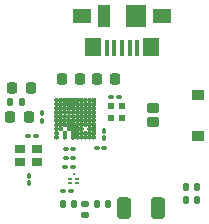
<source format=gts>
G04 #@! TF.GenerationSoftware,KiCad,Pcbnew,(7.0.0)*
G04 #@! TF.CreationDate,2023-09-09T16:46:03-08:00*
G04 #@! TF.ProjectId,THINGY_2.0,5448494e-4759-45f3-922e-302e6b696361,rev?*
G04 #@! TF.SameCoordinates,Original*
G04 #@! TF.FileFunction,Soldermask,Top*
G04 #@! TF.FilePolarity,Negative*
%FSLAX46Y46*%
G04 Gerber Fmt 4.6, Leading zero omitted, Abs format (unit mm)*
G04 Created by KiCad (PCBNEW (7.0.0)) date 2023-09-09 16:46:03*
%MOMM*%
%LPD*%
G01*
G04 APERTURE LIST*
G04 Aperture macros list*
%AMRoundRect*
0 Rectangle with rounded corners*
0 $1 Rounding radius*
0 $2 $3 $4 $5 $6 $7 $8 $9 X,Y pos of 4 corners*
0 Add a 4 corners polygon primitive as box body*
4,1,4,$2,$3,$4,$5,$6,$7,$8,$9,$2,$3,0*
0 Add four circle primitives for the rounded corners*
1,1,$1+$1,$2,$3*
1,1,$1+$1,$4,$5*
1,1,$1+$1,$6,$7*
1,1,$1+$1,$8,$9*
0 Add four rect primitives between the rounded corners*
20,1,$1+$1,$2,$3,$4,$5,0*
20,1,$1+$1,$4,$5,$6,$7,0*
20,1,$1+$1,$6,$7,$8,$9,0*
20,1,$1+$1,$8,$9,$2,$3,0*%
G04 Aperture macros list end*
%ADD10C,0.010000*%
%ADD11RoundRect,0.147500X0.147500X0.172500X-0.147500X0.172500X-0.147500X-0.172500X0.147500X-0.172500X0*%
%ADD12R,0.250000X0.250000*%
%ADD13R,0.300000X0.200000*%
%ADD14RoundRect,0.100000X-0.100000X0.130000X-0.100000X-0.130000X0.100000X-0.130000X0.100000X0.130000X0*%
%ADD15RoundRect,0.225000X0.225000X0.250000X-0.225000X0.250000X-0.225000X-0.250000X0.225000X-0.250000X0*%
%ADD16RoundRect,0.225000X-0.225000X-0.250000X0.225000X-0.250000X0.225000X0.250000X-0.225000X0.250000X0*%
%ADD17RoundRect,0.140000X0.140000X0.170000X-0.140000X0.170000X-0.140000X-0.170000X0.140000X-0.170000X0*%
%ADD18RoundRect,0.102000X0.425000X-0.300000X0.425000X0.300000X-0.425000X0.300000X-0.425000X-0.300000X0*%
%ADD19RoundRect,0.102000X0.400000X-0.350000X0.400000X0.350000X-0.400000X0.350000X-0.400000X-0.350000X0*%
%ADD20RoundRect,0.100000X-0.130000X-0.100000X0.130000X-0.100000X0.130000X0.100000X-0.130000X0.100000X0*%
%ADD21R,0.450000X1.380000*%
%ADD22R,1.650000X1.300000*%
%ADD23R,1.425000X1.550000*%
%ADD24R,1.800000X1.900000*%
%ADD25R,1.000000X1.900000*%
%ADD26RoundRect,0.218750X0.218750X0.256250X-0.218750X0.256250X-0.218750X-0.256250X0.218750X-0.256250X0*%
%ADD27R,0.550000X0.550000*%
%ADD28RoundRect,0.276000X0.324000X0.634000X-0.324000X0.634000X-0.324000X-0.634000X0.324000X-0.634000X0*%
%ADD29RoundRect,0.100000X0.130000X0.100000X-0.130000X0.100000X-0.130000X-0.100000X0.130000X-0.100000X0*%
%ADD30RoundRect,0.147500X0.172500X-0.147500X0.172500X0.147500X-0.172500X0.147500X-0.172500X-0.147500X0*%
%ADD31R,0.900000X0.800000*%
%ADD32RoundRect,0.147500X-0.147500X-0.172500X0.147500X-0.172500X0.147500X0.172500X-0.147500X0.172500X0*%
G04 APERTURE END LIST*
G36*
X114798200Y-83160400D02*
G01*
X114805200Y-83161400D01*
X114813200Y-83162400D01*
X114821200Y-83164400D01*
X114828200Y-83166400D01*
X114836200Y-83169400D01*
X114843200Y-83172400D01*
X114850200Y-83175400D01*
X114857200Y-83179400D01*
X114864200Y-83183400D01*
X114870200Y-83188400D01*
X114876200Y-83192400D01*
X114882200Y-83198400D01*
X114888200Y-83203400D01*
X114893200Y-83209400D01*
X114899200Y-83215400D01*
X114903200Y-83221400D01*
X114908200Y-83227400D01*
X114912200Y-83234400D01*
X114916200Y-83241400D01*
X114919200Y-83248400D01*
X114922200Y-83255400D01*
X114925200Y-83263400D01*
X114927200Y-83270400D01*
X114929200Y-83278400D01*
X114930200Y-83286400D01*
X114931200Y-83293400D01*
X114932200Y-83301400D01*
X114932200Y-83309400D01*
X114932200Y-83317400D01*
X114931200Y-83325400D01*
X114930200Y-83332400D01*
X114929200Y-83340400D01*
X114927200Y-83348400D01*
X114925200Y-83355400D01*
X114922200Y-83363400D01*
X114919200Y-83370400D01*
X114916200Y-83377400D01*
X114912200Y-83384400D01*
X114908200Y-83391400D01*
X114903200Y-83397400D01*
X114899200Y-83403400D01*
X114893200Y-83409400D01*
X114888200Y-83415400D01*
X114882200Y-83420400D01*
X114876200Y-83426400D01*
X114870200Y-83430400D01*
X114864200Y-83435400D01*
X114857200Y-83439400D01*
X114850200Y-83443400D01*
X114843200Y-83446400D01*
X114836200Y-83449400D01*
X114828200Y-83452400D01*
X114821200Y-83454400D01*
X114813200Y-83456400D01*
X114805200Y-83457400D01*
X114798200Y-83458400D01*
X114790200Y-83459400D01*
X114782200Y-83459400D01*
X114774200Y-83459400D01*
X114766200Y-83458400D01*
X114759200Y-83457400D01*
X114751200Y-83456400D01*
X114743200Y-83454400D01*
X114736200Y-83452400D01*
X114728200Y-83449400D01*
X114721200Y-83446400D01*
X114714200Y-83443400D01*
X114707200Y-83439400D01*
X114700200Y-83435400D01*
X114694200Y-83430400D01*
X114688200Y-83426400D01*
X114682200Y-83420400D01*
X114676200Y-83415400D01*
X114671200Y-83409400D01*
X114665200Y-83403400D01*
X114661200Y-83397400D01*
X114656200Y-83391400D01*
X114652200Y-83384400D01*
X114648200Y-83377400D01*
X114645200Y-83370400D01*
X114642200Y-83363400D01*
X114639200Y-83355400D01*
X114637200Y-83348400D01*
X114635200Y-83340400D01*
X114634200Y-83332400D01*
X114633200Y-83325400D01*
X114632200Y-83317400D01*
X114632200Y-83309400D01*
X114632200Y-83301400D01*
X114633200Y-83293400D01*
X114634200Y-83286400D01*
X114635200Y-83278400D01*
X114637200Y-83270400D01*
X114639200Y-83263400D01*
X114642200Y-83255400D01*
X114645200Y-83248400D01*
X114648200Y-83241400D01*
X114652200Y-83234400D01*
X114656200Y-83227400D01*
X114661200Y-83221400D01*
X114665200Y-83215400D01*
X114671200Y-83209400D01*
X114676200Y-83203400D01*
X114682200Y-83198400D01*
X114688200Y-83192400D01*
X114694200Y-83188400D01*
X114700200Y-83183400D01*
X114707200Y-83179400D01*
X114714200Y-83175400D01*
X114721200Y-83172400D01*
X114728200Y-83169400D01*
X114736200Y-83166400D01*
X114743200Y-83164400D01*
X114751200Y-83162400D01*
X114759200Y-83161400D01*
X114766200Y-83160400D01*
X114774200Y-83159400D01*
X114782200Y-83159400D01*
X114790200Y-83159400D01*
X114798200Y-83160400D01*
G37*
D10*
X114798200Y-83160400D02*
X114805200Y-83161400D01*
X114813200Y-83162400D01*
X114821200Y-83164400D01*
X114828200Y-83166400D01*
X114836200Y-83169400D01*
X114843200Y-83172400D01*
X114850200Y-83175400D01*
X114857200Y-83179400D01*
X114864200Y-83183400D01*
X114870200Y-83188400D01*
X114876200Y-83192400D01*
X114882200Y-83198400D01*
X114888200Y-83203400D01*
X114893200Y-83209400D01*
X114899200Y-83215400D01*
X114903200Y-83221400D01*
X114908200Y-83227400D01*
X114912200Y-83234400D01*
X114916200Y-83241400D01*
X114919200Y-83248400D01*
X114922200Y-83255400D01*
X114925200Y-83263400D01*
X114927200Y-83270400D01*
X114929200Y-83278400D01*
X114930200Y-83286400D01*
X114931200Y-83293400D01*
X114932200Y-83301400D01*
X114932200Y-83309400D01*
X114932200Y-83317400D01*
X114931200Y-83325400D01*
X114930200Y-83332400D01*
X114929200Y-83340400D01*
X114927200Y-83348400D01*
X114925200Y-83355400D01*
X114922200Y-83363400D01*
X114919200Y-83370400D01*
X114916200Y-83377400D01*
X114912200Y-83384400D01*
X114908200Y-83391400D01*
X114903200Y-83397400D01*
X114899200Y-83403400D01*
X114893200Y-83409400D01*
X114888200Y-83415400D01*
X114882200Y-83420400D01*
X114876200Y-83426400D01*
X114870200Y-83430400D01*
X114864200Y-83435400D01*
X114857200Y-83439400D01*
X114850200Y-83443400D01*
X114843200Y-83446400D01*
X114836200Y-83449400D01*
X114828200Y-83452400D01*
X114821200Y-83454400D01*
X114813200Y-83456400D01*
X114805200Y-83457400D01*
X114798200Y-83458400D01*
X114790200Y-83459400D01*
X114782200Y-83459400D01*
X114774200Y-83459400D01*
X114766200Y-83458400D01*
X114759200Y-83457400D01*
X114751200Y-83456400D01*
X114743200Y-83454400D01*
X114736200Y-83452400D01*
X114728200Y-83449400D01*
X114721200Y-83446400D01*
X114714200Y-83443400D01*
X114707200Y-83439400D01*
X114700200Y-83435400D01*
X114694200Y-83430400D01*
X114688200Y-83426400D01*
X114682200Y-83420400D01*
X114676200Y-83415400D01*
X114671200Y-83409400D01*
X114665200Y-83403400D01*
X114661200Y-83397400D01*
X114656200Y-83391400D01*
X114652200Y-83384400D01*
X114648200Y-83377400D01*
X114645200Y-83370400D01*
X114642200Y-83363400D01*
X114639200Y-83355400D01*
X114637200Y-83348400D01*
X114635200Y-83340400D01*
X114634200Y-83332400D01*
X114633200Y-83325400D01*
X114632200Y-83317400D01*
X114632200Y-83309400D01*
X114632200Y-83301400D01*
X114633200Y-83293400D01*
X114634200Y-83286400D01*
X114635200Y-83278400D01*
X114637200Y-83270400D01*
X114639200Y-83263400D01*
X114642200Y-83255400D01*
X114645200Y-83248400D01*
X114648200Y-83241400D01*
X114652200Y-83234400D01*
X114656200Y-83227400D01*
X114661200Y-83221400D01*
X114665200Y-83215400D01*
X114671200Y-83209400D01*
X114676200Y-83203400D01*
X114682200Y-83198400D01*
X114688200Y-83192400D01*
X114694200Y-83188400D01*
X114700200Y-83183400D01*
X114707200Y-83179400D01*
X114714200Y-83175400D01*
X114721200Y-83172400D01*
X114728200Y-83169400D01*
X114736200Y-83166400D01*
X114743200Y-83164400D01*
X114751200Y-83162400D01*
X114759200Y-83161400D01*
X114766200Y-83160400D01*
X114774200Y-83159400D01*
X114782200Y-83159400D01*
X114790200Y-83159400D01*
X114798200Y-83160400D01*
G36*
X115498200Y-83160400D02*
G01*
X115505200Y-83161400D01*
X115513200Y-83162400D01*
X115521200Y-83164400D01*
X115528200Y-83166400D01*
X115536200Y-83169400D01*
X115543200Y-83172400D01*
X115550200Y-83175400D01*
X115557200Y-83179400D01*
X115564200Y-83183400D01*
X115570200Y-83188400D01*
X115576200Y-83192400D01*
X115582200Y-83198400D01*
X115588200Y-83203400D01*
X115593200Y-83209400D01*
X115599200Y-83215400D01*
X115603200Y-83221400D01*
X115608200Y-83227400D01*
X115612200Y-83234400D01*
X115616200Y-83241400D01*
X115619200Y-83248400D01*
X115622200Y-83255400D01*
X115625200Y-83263400D01*
X115627200Y-83270400D01*
X115629200Y-83278400D01*
X115630200Y-83286400D01*
X115631200Y-83293400D01*
X115632200Y-83301400D01*
X115632200Y-83309400D01*
X115632200Y-83317400D01*
X115631200Y-83325400D01*
X115630200Y-83332400D01*
X115629200Y-83340400D01*
X115627200Y-83348400D01*
X115625200Y-83355400D01*
X115622200Y-83363400D01*
X115619200Y-83370400D01*
X115616200Y-83377400D01*
X115612200Y-83384400D01*
X115608200Y-83391400D01*
X115603200Y-83397400D01*
X115599200Y-83403400D01*
X115593200Y-83409400D01*
X115588200Y-83415400D01*
X115582200Y-83420400D01*
X115576200Y-83426400D01*
X115570200Y-83430400D01*
X115564200Y-83435400D01*
X115557200Y-83439400D01*
X115550200Y-83443400D01*
X115543200Y-83446400D01*
X115536200Y-83449400D01*
X115528200Y-83452400D01*
X115521200Y-83454400D01*
X115513200Y-83456400D01*
X115505200Y-83457400D01*
X115498200Y-83458400D01*
X115490200Y-83459400D01*
X115482200Y-83459400D01*
X115474200Y-83459400D01*
X115466200Y-83458400D01*
X115459200Y-83457400D01*
X115451200Y-83456400D01*
X115443200Y-83454400D01*
X115436200Y-83452400D01*
X115428200Y-83449400D01*
X115421200Y-83446400D01*
X115414200Y-83443400D01*
X115407200Y-83439400D01*
X115400200Y-83435400D01*
X115394200Y-83430400D01*
X115388200Y-83426400D01*
X115382200Y-83420400D01*
X115376200Y-83415400D01*
X115371200Y-83409400D01*
X115365200Y-83403400D01*
X115361200Y-83397400D01*
X115356200Y-83391400D01*
X115352200Y-83384400D01*
X115348200Y-83377400D01*
X115345200Y-83370400D01*
X115342200Y-83363400D01*
X115339200Y-83355400D01*
X115337200Y-83348400D01*
X115335200Y-83340400D01*
X115334200Y-83332400D01*
X115333200Y-83325400D01*
X115332200Y-83317400D01*
X115332200Y-83309400D01*
X115332200Y-83301400D01*
X115333200Y-83293400D01*
X115334200Y-83286400D01*
X115335200Y-83278400D01*
X115337200Y-83270400D01*
X115339200Y-83263400D01*
X115342200Y-83255400D01*
X115345200Y-83248400D01*
X115348200Y-83241400D01*
X115352200Y-83234400D01*
X115356200Y-83227400D01*
X115361200Y-83221400D01*
X115365200Y-83215400D01*
X115371200Y-83209400D01*
X115376200Y-83203400D01*
X115382200Y-83198400D01*
X115388200Y-83192400D01*
X115394200Y-83188400D01*
X115400200Y-83183400D01*
X115407200Y-83179400D01*
X115414200Y-83175400D01*
X115421200Y-83172400D01*
X115428200Y-83169400D01*
X115436200Y-83166400D01*
X115443200Y-83164400D01*
X115451200Y-83162400D01*
X115459200Y-83161400D01*
X115466200Y-83160400D01*
X115474200Y-83159400D01*
X115482200Y-83159400D01*
X115490200Y-83159400D01*
X115498200Y-83160400D01*
G37*
X115498200Y-83160400D02*
X115505200Y-83161400D01*
X115513200Y-83162400D01*
X115521200Y-83164400D01*
X115528200Y-83166400D01*
X115536200Y-83169400D01*
X115543200Y-83172400D01*
X115550200Y-83175400D01*
X115557200Y-83179400D01*
X115564200Y-83183400D01*
X115570200Y-83188400D01*
X115576200Y-83192400D01*
X115582200Y-83198400D01*
X115588200Y-83203400D01*
X115593200Y-83209400D01*
X115599200Y-83215400D01*
X115603200Y-83221400D01*
X115608200Y-83227400D01*
X115612200Y-83234400D01*
X115616200Y-83241400D01*
X115619200Y-83248400D01*
X115622200Y-83255400D01*
X115625200Y-83263400D01*
X115627200Y-83270400D01*
X115629200Y-83278400D01*
X115630200Y-83286400D01*
X115631200Y-83293400D01*
X115632200Y-83301400D01*
X115632200Y-83309400D01*
X115632200Y-83317400D01*
X115631200Y-83325400D01*
X115630200Y-83332400D01*
X115629200Y-83340400D01*
X115627200Y-83348400D01*
X115625200Y-83355400D01*
X115622200Y-83363400D01*
X115619200Y-83370400D01*
X115616200Y-83377400D01*
X115612200Y-83384400D01*
X115608200Y-83391400D01*
X115603200Y-83397400D01*
X115599200Y-83403400D01*
X115593200Y-83409400D01*
X115588200Y-83415400D01*
X115582200Y-83420400D01*
X115576200Y-83426400D01*
X115570200Y-83430400D01*
X115564200Y-83435400D01*
X115557200Y-83439400D01*
X115550200Y-83443400D01*
X115543200Y-83446400D01*
X115536200Y-83449400D01*
X115528200Y-83452400D01*
X115521200Y-83454400D01*
X115513200Y-83456400D01*
X115505200Y-83457400D01*
X115498200Y-83458400D01*
X115490200Y-83459400D01*
X115482200Y-83459400D01*
X115474200Y-83459400D01*
X115466200Y-83458400D01*
X115459200Y-83457400D01*
X115451200Y-83456400D01*
X115443200Y-83454400D01*
X115436200Y-83452400D01*
X115428200Y-83449400D01*
X115421200Y-83446400D01*
X115414200Y-83443400D01*
X115407200Y-83439400D01*
X115400200Y-83435400D01*
X115394200Y-83430400D01*
X115388200Y-83426400D01*
X115382200Y-83420400D01*
X115376200Y-83415400D01*
X115371200Y-83409400D01*
X115365200Y-83403400D01*
X115361200Y-83397400D01*
X115356200Y-83391400D01*
X115352200Y-83384400D01*
X115348200Y-83377400D01*
X115345200Y-83370400D01*
X115342200Y-83363400D01*
X115339200Y-83355400D01*
X115337200Y-83348400D01*
X115335200Y-83340400D01*
X115334200Y-83332400D01*
X115333200Y-83325400D01*
X115332200Y-83317400D01*
X115332200Y-83309400D01*
X115332200Y-83301400D01*
X115333200Y-83293400D01*
X115334200Y-83286400D01*
X115335200Y-83278400D01*
X115337200Y-83270400D01*
X115339200Y-83263400D01*
X115342200Y-83255400D01*
X115345200Y-83248400D01*
X115348200Y-83241400D01*
X115352200Y-83234400D01*
X115356200Y-83227400D01*
X115361200Y-83221400D01*
X115365200Y-83215400D01*
X115371200Y-83209400D01*
X115376200Y-83203400D01*
X115382200Y-83198400D01*
X115388200Y-83192400D01*
X115394200Y-83188400D01*
X115400200Y-83183400D01*
X115407200Y-83179400D01*
X115414200Y-83175400D01*
X115421200Y-83172400D01*
X115428200Y-83169400D01*
X115436200Y-83166400D01*
X115443200Y-83164400D01*
X115451200Y-83162400D01*
X115459200Y-83161400D01*
X115466200Y-83160400D01*
X115474200Y-83159400D01*
X115482200Y-83159400D01*
X115490200Y-83159400D01*
X115498200Y-83160400D01*
G36*
X116198200Y-83160400D02*
G01*
X116205200Y-83161400D01*
X116213200Y-83162400D01*
X116221200Y-83164400D01*
X116228200Y-83166400D01*
X116236200Y-83169400D01*
X116243200Y-83172400D01*
X116250200Y-83175400D01*
X116257200Y-83179400D01*
X116264200Y-83183400D01*
X116270200Y-83188400D01*
X116276200Y-83192400D01*
X116282200Y-83198400D01*
X116288200Y-83203400D01*
X116293200Y-83209400D01*
X116299200Y-83215400D01*
X116303200Y-83221400D01*
X116308200Y-83227400D01*
X116312200Y-83234400D01*
X116316200Y-83241400D01*
X116319200Y-83248400D01*
X116322200Y-83255400D01*
X116325200Y-83263400D01*
X116327200Y-83270400D01*
X116329200Y-83278400D01*
X116330200Y-83286400D01*
X116331200Y-83293400D01*
X116332200Y-83301400D01*
X116332200Y-83309400D01*
X116332200Y-83317400D01*
X116331200Y-83325400D01*
X116330200Y-83332400D01*
X116329200Y-83340400D01*
X116327200Y-83348400D01*
X116325200Y-83355400D01*
X116322200Y-83363400D01*
X116319200Y-83370400D01*
X116316200Y-83377400D01*
X116312200Y-83384400D01*
X116308200Y-83391400D01*
X116303200Y-83397400D01*
X116299200Y-83403400D01*
X116293200Y-83409400D01*
X116288200Y-83415400D01*
X116282200Y-83420400D01*
X116276200Y-83426400D01*
X116270200Y-83430400D01*
X116264200Y-83435400D01*
X116257200Y-83439400D01*
X116250200Y-83443400D01*
X116243200Y-83446400D01*
X116236200Y-83449400D01*
X116228200Y-83452400D01*
X116221200Y-83454400D01*
X116213200Y-83456400D01*
X116205200Y-83457400D01*
X116198200Y-83458400D01*
X116190200Y-83459400D01*
X116182200Y-83459400D01*
X116174200Y-83459400D01*
X116166200Y-83458400D01*
X116159200Y-83457400D01*
X116151200Y-83456400D01*
X116143200Y-83454400D01*
X116136200Y-83452400D01*
X116128200Y-83449400D01*
X116121200Y-83446400D01*
X116114200Y-83443400D01*
X116107200Y-83439400D01*
X116100200Y-83435400D01*
X116094200Y-83430400D01*
X116088200Y-83426400D01*
X116082200Y-83420400D01*
X116076200Y-83415400D01*
X116071200Y-83409400D01*
X116065200Y-83403400D01*
X116061200Y-83397400D01*
X116056200Y-83391400D01*
X116052200Y-83384400D01*
X116048200Y-83377400D01*
X116045200Y-83370400D01*
X116042200Y-83363400D01*
X116039200Y-83355400D01*
X116037200Y-83348400D01*
X116035200Y-83340400D01*
X116034200Y-83332400D01*
X116033200Y-83325400D01*
X116032200Y-83317400D01*
X116032200Y-83309400D01*
X116032200Y-83301400D01*
X116033200Y-83293400D01*
X116034200Y-83286400D01*
X116035200Y-83278400D01*
X116037200Y-83270400D01*
X116039200Y-83263400D01*
X116042200Y-83255400D01*
X116045200Y-83248400D01*
X116048200Y-83241400D01*
X116052200Y-83234400D01*
X116056200Y-83227400D01*
X116061200Y-83221400D01*
X116065200Y-83215400D01*
X116071200Y-83209400D01*
X116076200Y-83203400D01*
X116082200Y-83198400D01*
X116088200Y-83192400D01*
X116094200Y-83188400D01*
X116100200Y-83183400D01*
X116107200Y-83179400D01*
X116114200Y-83175400D01*
X116121200Y-83172400D01*
X116128200Y-83169400D01*
X116136200Y-83166400D01*
X116143200Y-83164400D01*
X116151200Y-83162400D01*
X116159200Y-83161400D01*
X116166200Y-83160400D01*
X116174200Y-83159400D01*
X116182200Y-83159400D01*
X116190200Y-83159400D01*
X116198200Y-83160400D01*
G37*
X116198200Y-83160400D02*
X116205200Y-83161400D01*
X116213200Y-83162400D01*
X116221200Y-83164400D01*
X116228200Y-83166400D01*
X116236200Y-83169400D01*
X116243200Y-83172400D01*
X116250200Y-83175400D01*
X116257200Y-83179400D01*
X116264200Y-83183400D01*
X116270200Y-83188400D01*
X116276200Y-83192400D01*
X116282200Y-83198400D01*
X116288200Y-83203400D01*
X116293200Y-83209400D01*
X116299200Y-83215400D01*
X116303200Y-83221400D01*
X116308200Y-83227400D01*
X116312200Y-83234400D01*
X116316200Y-83241400D01*
X116319200Y-83248400D01*
X116322200Y-83255400D01*
X116325200Y-83263400D01*
X116327200Y-83270400D01*
X116329200Y-83278400D01*
X116330200Y-83286400D01*
X116331200Y-83293400D01*
X116332200Y-83301400D01*
X116332200Y-83309400D01*
X116332200Y-83317400D01*
X116331200Y-83325400D01*
X116330200Y-83332400D01*
X116329200Y-83340400D01*
X116327200Y-83348400D01*
X116325200Y-83355400D01*
X116322200Y-83363400D01*
X116319200Y-83370400D01*
X116316200Y-83377400D01*
X116312200Y-83384400D01*
X116308200Y-83391400D01*
X116303200Y-83397400D01*
X116299200Y-83403400D01*
X116293200Y-83409400D01*
X116288200Y-83415400D01*
X116282200Y-83420400D01*
X116276200Y-83426400D01*
X116270200Y-83430400D01*
X116264200Y-83435400D01*
X116257200Y-83439400D01*
X116250200Y-83443400D01*
X116243200Y-83446400D01*
X116236200Y-83449400D01*
X116228200Y-83452400D01*
X116221200Y-83454400D01*
X116213200Y-83456400D01*
X116205200Y-83457400D01*
X116198200Y-83458400D01*
X116190200Y-83459400D01*
X116182200Y-83459400D01*
X116174200Y-83459400D01*
X116166200Y-83458400D01*
X116159200Y-83457400D01*
X116151200Y-83456400D01*
X116143200Y-83454400D01*
X116136200Y-83452400D01*
X116128200Y-83449400D01*
X116121200Y-83446400D01*
X116114200Y-83443400D01*
X116107200Y-83439400D01*
X116100200Y-83435400D01*
X116094200Y-83430400D01*
X116088200Y-83426400D01*
X116082200Y-83420400D01*
X116076200Y-83415400D01*
X116071200Y-83409400D01*
X116065200Y-83403400D01*
X116061200Y-83397400D01*
X116056200Y-83391400D01*
X116052200Y-83384400D01*
X116048200Y-83377400D01*
X116045200Y-83370400D01*
X116042200Y-83363400D01*
X116039200Y-83355400D01*
X116037200Y-83348400D01*
X116035200Y-83340400D01*
X116034200Y-83332400D01*
X116033200Y-83325400D01*
X116032200Y-83317400D01*
X116032200Y-83309400D01*
X116032200Y-83301400D01*
X116033200Y-83293400D01*
X116034200Y-83286400D01*
X116035200Y-83278400D01*
X116037200Y-83270400D01*
X116039200Y-83263400D01*
X116042200Y-83255400D01*
X116045200Y-83248400D01*
X116048200Y-83241400D01*
X116052200Y-83234400D01*
X116056200Y-83227400D01*
X116061200Y-83221400D01*
X116065200Y-83215400D01*
X116071200Y-83209400D01*
X116076200Y-83203400D01*
X116082200Y-83198400D01*
X116088200Y-83192400D01*
X116094200Y-83188400D01*
X116100200Y-83183400D01*
X116107200Y-83179400D01*
X116114200Y-83175400D01*
X116121200Y-83172400D01*
X116128200Y-83169400D01*
X116136200Y-83166400D01*
X116143200Y-83164400D01*
X116151200Y-83162400D01*
X116159200Y-83161400D01*
X116166200Y-83160400D01*
X116174200Y-83159400D01*
X116182200Y-83159400D01*
X116190200Y-83159400D01*
X116198200Y-83160400D01*
G36*
X116548200Y-83160400D02*
G01*
X116555200Y-83161400D01*
X116563200Y-83162400D01*
X116571200Y-83164400D01*
X116578200Y-83166400D01*
X116586200Y-83169400D01*
X116593200Y-83172400D01*
X116600200Y-83175400D01*
X116607200Y-83179400D01*
X116614200Y-83183400D01*
X116620200Y-83188400D01*
X116626200Y-83192400D01*
X116632200Y-83198400D01*
X116638200Y-83203400D01*
X116643200Y-83209400D01*
X116649200Y-83215400D01*
X116653200Y-83221400D01*
X116658200Y-83227400D01*
X116662200Y-83234400D01*
X116666200Y-83241400D01*
X116669200Y-83248400D01*
X116672200Y-83255400D01*
X116675200Y-83263400D01*
X116677200Y-83270400D01*
X116679200Y-83278400D01*
X116680200Y-83286400D01*
X116681200Y-83293400D01*
X116682200Y-83301400D01*
X116682200Y-83309400D01*
X116682200Y-83317400D01*
X116681200Y-83325400D01*
X116680200Y-83332400D01*
X116679200Y-83340400D01*
X116677200Y-83348400D01*
X116675200Y-83355400D01*
X116672200Y-83363400D01*
X116669200Y-83370400D01*
X116666200Y-83377400D01*
X116662200Y-83384400D01*
X116658200Y-83391400D01*
X116653200Y-83397400D01*
X116649200Y-83403400D01*
X116643200Y-83409400D01*
X116638200Y-83415400D01*
X116632200Y-83420400D01*
X116626200Y-83426400D01*
X116620200Y-83430400D01*
X116614200Y-83435400D01*
X116607200Y-83439400D01*
X116600200Y-83443400D01*
X116593200Y-83446400D01*
X116586200Y-83449400D01*
X116578200Y-83452400D01*
X116571200Y-83454400D01*
X116563200Y-83456400D01*
X116555200Y-83457400D01*
X116548200Y-83458400D01*
X116540200Y-83459400D01*
X116532200Y-83459400D01*
X116524200Y-83459400D01*
X116516200Y-83458400D01*
X116509200Y-83457400D01*
X116501200Y-83456400D01*
X116493200Y-83454400D01*
X116486200Y-83452400D01*
X116478200Y-83449400D01*
X116471200Y-83446400D01*
X116464200Y-83443400D01*
X116457200Y-83439400D01*
X116450200Y-83435400D01*
X116444200Y-83430400D01*
X116438200Y-83426400D01*
X116432200Y-83420400D01*
X116426200Y-83415400D01*
X116421200Y-83409400D01*
X116415200Y-83403400D01*
X116411200Y-83397400D01*
X116406200Y-83391400D01*
X116402200Y-83384400D01*
X116398200Y-83377400D01*
X116395200Y-83370400D01*
X116392200Y-83363400D01*
X116389200Y-83355400D01*
X116387200Y-83348400D01*
X116385200Y-83340400D01*
X116384200Y-83332400D01*
X116383200Y-83325400D01*
X116382200Y-83317400D01*
X116382200Y-83309400D01*
X116382200Y-83301400D01*
X116383200Y-83293400D01*
X116384200Y-83286400D01*
X116385200Y-83278400D01*
X116387200Y-83270400D01*
X116389200Y-83263400D01*
X116392200Y-83255400D01*
X116395200Y-83248400D01*
X116398200Y-83241400D01*
X116402200Y-83234400D01*
X116406200Y-83227400D01*
X116411200Y-83221400D01*
X116415200Y-83215400D01*
X116421200Y-83209400D01*
X116426200Y-83203400D01*
X116432200Y-83198400D01*
X116438200Y-83192400D01*
X116444200Y-83188400D01*
X116450200Y-83183400D01*
X116457200Y-83179400D01*
X116464200Y-83175400D01*
X116471200Y-83172400D01*
X116478200Y-83169400D01*
X116486200Y-83166400D01*
X116493200Y-83164400D01*
X116501200Y-83162400D01*
X116509200Y-83161400D01*
X116516200Y-83160400D01*
X116524200Y-83159400D01*
X116532200Y-83159400D01*
X116540200Y-83159400D01*
X116548200Y-83160400D01*
G37*
X116548200Y-83160400D02*
X116555200Y-83161400D01*
X116563200Y-83162400D01*
X116571200Y-83164400D01*
X116578200Y-83166400D01*
X116586200Y-83169400D01*
X116593200Y-83172400D01*
X116600200Y-83175400D01*
X116607200Y-83179400D01*
X116614200Y-83183400D01*
X116620200Y-83188400D01*
X116626200Y-83192400D01*
X116632200Y-83198400D01*
X116638200Y-83203400D01*
X116643200Y-83209400D01*
X116649200Y-83215400D01*
X116653200Y-83221400D01*
X116658200Y-83227400D01*
X116662200Y-83234400D01*
X116666200Y-83241400D01*
X116669200Y-83248400D01*
X116672200Y-83255400D01*
X116675200Y-83263400D01*
X116677200Y-83270400D01*
X116679200Y-83278400D01*
X116680200Y-83286400D01*
X116681200Y-83293400D01*
X116682200Y-83301400D01*
X116682200Y-83309400D01*
X116682200Y-83317400D01*
X116681200Y-83325400D01*
X116680200Y-83332400D01*
X116679200Y-83340400D01*
X116677200Y-83348400D01*
X116675200Y-83355400D01*
X116672200Y-83363400D01*
X116669200Y-83370400D01*
X116666200Y-83377400D01*
X116662200Y-83384400D01*
X116658200Y-83391400D01*
X116653200Y-83397400D01*
X116649200Y-83403400D01*
X116643200Y-83409400D01*
X116638200Y-83415400D01*
X116632200Y-83420400D01*
X116626200Y-83426400D01*
X116620200Y-83430400D01*
X116614200Y-83435400D01*
X116607200Y-83439400D01*
X116600200Y-83443400D01*
X116593200Y-83446400D01*
X116586200Y-83449400D01*
X116578200Y-83452400D01*
X116571200Y-83454400D01*
X116563200Y-83456400D01*
X116555200Y-83457400D01*
X116548200Y-83458400D01*
X116540200Y-83459400D01*
X116532200Y-83459400D01*
X116524200Y-83459400D01*
X116516200Y-83458400D01*
X116509200Y-83457400D01*
X116501200Y-83456400D01*
X116493200Y-83454400D01*
X116486200Y-83452400D01*
X116478200Y-83449400D01*
X116471200Y-83446400D01*
X116464200Y-83443400D01*
X116457200Y-83439400D01*
X116450200Y-83435400D01*
X116444200Y-83430400D01*
X116438200Y-83426400D01*
X116432200Y-83420400D01*
X116426200Y-83415400D01*
X116421200Y-83409400D01*
X116415200Y-83403400D01*
X116411200Y-83397400D01*
X116406200Y-83391400D01*
X116402200Y-83384400D01*
X116398200Y-83377400D01*
X116395200Y-83370400D01*
X116392200Y-83363400D01*
X116389200Y-83355400D01*
X116387200Y-83348400D01*
X116385200Y-83340400D01*
X116384200Y-83332400D01*
X116383200Y-83325400D01*
X116382200Y-83317400D01*
X116382200Y-83309400D01*
X116382200Y-83301400D01*
X116383200Y-83293400D01*
X116384200Y-83286400D01*
X116385200Y-83278400D01*
X116387200Y-83270400D01*
X116389200Y-83263400D01*
X116392200Y-83255400D01*
X116395200Y-83248400D01*
X116398200Y-83241400D01*
X116402200Y-83234400D01*
X116406200Y-83227400D01*
X116411200Y-83221400D01*
X116415200Y-83215400D01*
X116421200Y-83209400D01*
X116426200Y-83203400D01*
X116432200Y-83198400D01*
X116438200Y-83192400D01*
X116444200Y-83188400D01*
X116450200Y-83183400D01*
X116457200Y-83179400D01*
X116464200Y-83175400D01*
X116471200Y-83172400D01*
X116478200Y-83169400D01*
X116486200Y-83166400D01*
X116493200Y-83164400D01*
X116501200Y-83162400D01*
X116509200Y-83161400D01*
X116516200Y-83160400D01*
X116524200Y-83159400D01*
X116532200Y-83159400D01*
X116540200Y-83159400D01*
X116548200Y-83160400D01*
G36*
X116898200Y-83160400D02*
G01*
X116905200Y-83161400D01*
X116913200Y-83162400D01*
X116921200Y-83164400D01*
X116928200Y-83166400D01*
X116936200Y-83169400D01*
X116943200Y-83172400D01*
X116950200Y-83175400D01*
X116957200Y-83179400D01*
X116964200Y-83183400D01*
X116970200Y-83188400D01*
X116976200Y-83192400D01*
X116982200Y-83198400D01*
X116988200Y-83203400D01*
X116993200Y-83209400D01*
X116999200Y-83215400D01*
X117003200Y-83221400D01*
X117008200Y-83227400D01*
X117012200Y-83234400D01*
X117016200Y-83241400D01*
X117019200Y-83248400D01*
X117022200Y-83255400D01*
X117025200Y-83263400D01*
X117027200Y-83270400D01*
X117029200Y-83278400D01*
X117030200Y-83286400D01*
X117031200Y-83293400D01*
X117032200Y-83301400D01*
X117032200Y-83309400D01*
X117032200Y-83317400D01*
X117031200Y-83325400D01*
X117030200Y-83332400D01*
X117029200Y-83340400D01*
X117027200Y-83348400D01*
X117025200Y-83355400D01*
X117022200Y-83363400D01*
X117019200Y-83370400D01*
X117016200Y-83377400D01*
X117012200Y-83384400D01*
X117008200Y-83391400D01*
X117003200Y-83397400D01*
X116999200Y-83403400D01*
X116993200Y-83409400D01*
X116988200Y-83415400D01*
X116982200Y-83420400D01*
X116976200Y-83426400D01*
X116970200Y-83430400D01*
X116964200Y-83435400D01*
X116957200Y-83439400D01*
X116950200Y-83443400D01*
X116943200Y-83446400D01*
X116936200Y-83449400D01*
X116928200Y-83452400D01*
X116921200Y-83454400D01*
X116913200Y-83456400D01*
X116905200Y-83457400D01*
X116898200Y-83458400D01*
X116890200Y-83459400D01*
X116882200Y-83459400D01*
X116874200Y-83459400D01*
X116866200Y-83458400D01*
X116859200Y-83457400D01*
X116851200Y-83456400D01*
X116843200Y-83454400D01*
X116836200Y-83452400D01*
X116828200Y-83449400D01*
X116821200Y-83446400D01*
X116814200Y-83443400D01*
X116807200Y-83439400D01*
X116800200Y-83435400D01*
X116794200Y-83430400D01*
X116788200Y-83426400D01*
X116782200Y-83420400D01*
X116776200Y-83415400D01*
X116771200Y-83409400D01*
X116765200Y-83403400D01*
X116761200Y-83397400D01*
X116756200Y-83391400D01*
X116752200Y-83384400D01*
X116748200Y-83377400D01*
X116745200Y-83370400D01*
X116742200Y-83363400D01*
X116739200Y-83355400D01*
X116737200Y-83348400D01*
X116735200Y-83340400D01*
X116734200Y-83332400D01*
X116733200Y-83325400D01*
X116732200Y-83317400D01*
X116732200Y-83309400D01*
X116732200Y-83301400D01*
X116733200Y-83293400D01*
X116734200Y-83286400D01*
X116735200Y-83278400D01*
X116737200Y-83270400D01*
X116739200Y-83263400D01*
X116742200Y-83255400D01*
X116745200Y-83248400D01*
X116748200Y-83241400D01*
X116752200Y-83234400D01*
X116756200Y-83227400D01*
X116761200Y-83221400D01*
X116765200Y-83215400D01*
X116771200Y-83209400D01*
X116776200Y-83203400D01*
X116782200Y-83198400D01*
X116788200Y-83192400D01*
X116794200Y-83188400D01*
X116800200Y-83183400D01*
X116807200Y-83179400D01*
X116814200Y-83175400D01*
X116821200Y-83172400D01*
X116828200Y-83169400D01*
X116836200Y-83166400D01*
X116843200Y-83164400D01*
X116851200Y-83162400D01*
X116859200Y-83161400D01*
X116866200Y-83160400D01*
X116874200Y-83159400D01*
X116882200Y-83159400D01*
X116890200Y-83159400D01*
X116898200Y-83160400D01*
G37*
X116898200Y-83160400D02*
X116905200Y-83161400D01*
X116913200Y-83162400D01*
X116921200Y-83164400D01*
X116928200Y-83166400D01*
X116936200Y-83169400D01*
X116943200Y-83172400D01*
X116950200Y-83175400D01*
X116957200Y-83179400D01*
X116964200Y-83183400D01*
X116970200Y-83188400D01*
X116976200Y-83192400D01*
X116982200Y-83198400D01*
X116988200Y-83203400D01*
X116993200Y-83209400D01*
X116999200Y-83215400D01*
X117003200Y-83221400D01*
X117008200Y-83227400D01*
X117012200Y-83234400D01*
X117016200Y-83241400D01*
X117019200Y-83248400D01*
X117022200Y-83255400D01*
X117025200Y-83263400D01*
X117027200Y-83270400D01*
X117029200Y-83278400D01*
X117030200Y-83286400D01*
X117031200Y-83293400D01*
X117032200Y-83301400D01*
X117032200Y-83309400D01*
X117032200Y-83317400D01*
X117031200Y-83325400D01*
X117030200Y-83332400D01*
X117029200Y-83340400D01*
X117027200Y-83348400D01*
X117025200Y-83355400D01*
X117022200Y-83363400D01*
X117019200Y-83370400D01*
X117016200Y-83377400D01*
X117012200Y-83384400D01*
X117008200Y-83391400D01*
X117003200Y-83397400D01*
X116999200Y-83403400D01*
X116993200Y-83409400D01*
X116988200Y-83415400D01*
X116982200Y-83420400D01*
X116976200Y-83426400D01*
X116970200Y-83430400D01*
X116964200Y-83435400D01*
X116957200Y-83439400D01*
X116950200Y-83443400D01*
X116943200Y-83446400D01*
X116936200Y-83449400D01*
X116928200Y-83452400D01*
X116921200Y-83454400D01*
X116913200Y-83456400D01*
X116905200Y-83457400D01*
X116898200Y-83458400D01*
X116890200Y-83459400D01*
X116882200Y-83459400D01*
X116874200Y-83459400D01*
X116866200Y-83458400D01*
X116859200Y-83457400D01*
X116851200Y-83456400D01*
X116843200Y-83454400D01*
X116836200Y-83452400D01*
X116828200Y-83449400D01*
X116821200Y-83446400D01*
X116814200Y-83443400D01*
X116807200Y-83439400D01*
X116800200Y-83435400D01*
X116794200Y-83430400D01*
X116788200Y-83426400D01*
X116782200Y-83420400D01*
X116776200Y-83415400D01*
X116771200Y-83409400D01*
X116765200Y-83403400D01*
X116761200Y-83397400D01*
X116756200Y-83391400D01*
X116752200Y-83384400D01*
X116748200Y-83377400D01*
X116745200Y-83370400D01*
X116742200Y-83363400D01*
X116739200Y-83355400D01*
X116737200Y-83348400D01*
X116735200Y-83340400D01*
X116734200Y-83332400D01*
X116733200Y-83325400D01*
X116732200Y-83317400D01*
X116732200Y-83309400D01*
X116732200Y-83301400D01*
X116733200Y-83293400D01*
X116734200Y-83286400D01*
X116735200Y-83278400D01*
X116737200Y-83270400D01*
X116739200Y-83263400D01*
X116742200Y-83255400D01*
X116745200Y-83248400D01*
X116748200Y-83241400D01*
X116752200Y-83234400D01*
X116756200Y-83227400D01*
X116761200Y-83221400D01*
X116765200Y-83215400D01*
X116771200Y-83209400D01*
X116776200Y-83203400D01*
X116782200Y-83198400D01*
X116788200Y-83192400D01*
X116794200Y-83188400D01*
X116800200Y-83183400D01*
X116807200Y-83179400D01*
X116814200Y-83175400D01*
X116821200Y-83172400D01*
X116828200Y-83169400D01*
X116836200Y-83166400D01*
X116843200Y-83164400D01*
X116851200Y-83162400D01*
X116859200Y-83161400D01*
X116866200Y-83160400D01*
X116874200Y-83159400D01*
X116882200Y-83159400D01*
X116890200Y-83159400D01*
X116898200Y-83160400D01*
G36*
X117248200Y-83160400D02*
G01*
X117255200Y-83161400D01*
X117263200Y-83162400D01*
X117271200Y-83164400D01*
X117278200Y-83166400D01*
X117286200Y-83169400D01*
X117293200Y-83172400D01*
X117300200Y-83175400D01*
X117307200Y-83179400D01*
X117314200Y-83183400D01*
X117320200Y-83188400D01*
X117326200Y-83192400D01*
X117332200Y-83198400D01*
X117338200Y-83203400D01*
X117343200Y-83209400D01*
X117349200Y-83215400D01*
X117353200Y-83221400D01*
X117358200Y-83227400D01*
X117362200Y-83234400D01*
X117366200Y-83241400D01*
X117369200Y-83248400D01*
X117372200Y-83255400D01*
X117375200Y-83263400D01*
X117377200Y-83270400D01*
X117379200Y-83278400D01*
X117380200Y-83286400D01*
X117381200Y-83293400D01*
X117382200Y-83301400D01*
X117382200Y-83309400D01*
X117382200Y-83317400D01*
X117381200Y-83325400D01*
X117380200Y-83332400D01*
X117379200Y-83340400D01*
X117377200Y-83348400D01*
X117375200Y-83355400D01*
X117372200Y-83363400D01*
X117369200Y-83370400D01*
X117366200Y-83377400D01*
X117362200Y-83384400D01*
X117358200Y-83391400D01*
X117353200Y-83397400D01*
X117349200Y-83403400D01*
X117343200Y-83409400D01*
X117338200Y-83415400D01*
X117332200Y-83420400D01*
X117326200Y-83426400D01*
X117320200Y-83430400D01*
X117314200Y-83435400D01*
X117307200Y-83439400D01*
X117300200Y-83443400D01*
X117293200Y-83446400D01*
X117286200Y-83449400D01*
X117278200Y-83452400D01*
X117271200Y-83454400D01*
X117263200Y-83456400D01*
X117255200Y-83457400D01*
X117248200Y-83458400D01*
X117240200Y-83459400D01*
X117232200Y-83459400D01*
X117224200Y-83459400D01*
X117216200Y-83458400D01*
X117209200Y-83457400D01*
X117201200Y-83456400D01*
X117193200Y-83454400D01*
X117186200Y-83452400D01*
X117178200Y-83449400D01*
X117171200Y-83446400D01*
X117164200Y-83443400D01*
X117157200Y-83439400D01*
X117150200Y-83435400D01*
X117144200Y-83430400D01*
X117138200Y-83426400D01*
X117132200Y-83420400D01*
X117126200Y-83415400D01*
X117121200Y-83409400D01*
X117115200Y-83403400D01*
X117111200Y-83397400D01*
X117106200Y-83391400D01*
X117102200Y-83384400D01*
X117098200Y-83377400D01*
X117095200Y-83370400D01*
X117092200Y-83363400D01*
X117089200Y-83355400D01*
X117087200Y-83348400D01*
X117085200Y-83340400D01*
X117084200Y-83332400D01*
X117083200Y-83325400D01*
X117082200Y-83317400D01*
X117082200Y-83309400D01*
X117082200Y-83301400D01*
X117083200Y-83293400D01*
X117084200Y-83286400D01*
X117085200Y-83278400D01*
X117087200Y-83270400D01*
X117089200Y-83263400D01*
X117092200Y-83255400D01*
X117095200Y-83248400D01*
X117098200Y-83241400D01*
X117102200Y-83234400D01*
X117106200Y-83227400D01*
X117111200Y-83221400D01*
X117115200Y-83215400D01*
X117121200Y-83209400D01*
X117126200Y-83203400D01*
X117132200Y-83198400D01*
X117138200Y-83192400D01*
X117144200Y-83188400D01*
X117150200Y-83183400D01*
X117157200Y-83179400D01*
X117164200Y-83175400D01*
X117171200Y-83172400D01*
X117178200Y-83169400D01*
X117186200Y-83166400D01*
X117193200Y-83164400D01*
X117201200Y-83162400D01*
X117209200Y-83161400D01*
X117216200Y-83160400D01*
X117224200Y-83159400D01*
X117232200Y-83159400D01*
X117240200Y-83159400D01*
X117248200Y-83160400D01*
G37*
X117248200Y-83160400D02*
X117255200Y-83161400D01*
X117263200Y-83162400D01*
X117271200Y-83164400D01*
X117278200Y-83166400D01*
X117286200Y-83169400D01*
X117293200Y-83172400D01*
X117300200Y-83175400D01*
X117307200Y-83179400D01*
X117314200Y-83183400D01*
X117320200Y-83188400D01*
X117326200Y-83192400D01*
X117332200Y-83198400D01*
X117338200Y-83203400D01*
X117343200Y-83209400D01*
X117349200Y-83215400D01*
X117353200Y-83221400D01*
X117358200Y-83227400D01*
X117362200Y-83234400D01*
X117366200Y-83241400D01*
X117369200Y-83248400D01*
X117372200Y-83255400D01*
X117375200Y-83263400D01*
X117377200Y-83270400D01*
X117379200Y-83278400D01*
X117380200Y-83286400D01*
X117381200Y-83293400D01*
X117382200Y-83301400D01*
X117382200Y-83309400D01*
X117382200Y-83317400D01*
X117381200Y-83325400D01*
X117380200Y-83332400D01*
X117379200Y-83340400D01*
X117377200Y-83348400D01*
X117375200Y-83355400D01*
X117372200Y-83363400D01*
X117369200Y-83370400D01*
X117366200Y-83377400D01*
X117362200Y-83384400D01*
X117358200Y-83391400D01*
X117353200Y-83397400D01*
X117349200Y-83403400D01*
X117343200Y-83409400D01*
X117338200Y-83415400D01*
X117332200Y-83420400D01*
X117326200Y-83426400D01*
X117320200Y-83430400D01*
X117314200Y-83435400D01*
X117307200Y-83439400D01*
X117300200Y-83443400D01*
X117293200Y-83446400D01*
X117286200Y-83449400D01*
X117278200Y-83452400D01*
X117271200Y-83454400D01*
X117263200Y-83456400D01*
X117255200Y-83457400D01*
X117248200Y-83458400D01*
X117240200Y-83459400D01*
X117232200Y-83459400D01*
X117224200Y-83459400D01*
X117216200Y-83458400D01*
X117209200Y-83457400D01*
X117201200Y-83456400D01*
X117193200Y-83454400D01*
X117186200Y-83452400D01*
X117178200Y-83449400D01*
X117171200Y-83446400D01*
X117164200Y-83443400D01*
X117157200Y-83439400D01*
X117150200Y-83435400D01*
X117144200Y-83430400D01*
X117138200Y-83426400D01*
X117132200Y-83420400D01*
X117126200Y-83415400D01*
X117121200Y-83409400D01*
X117115200Y-83403400D01*
X117111200Y-83397400D01*
X117106200Y-83391400D01*
X117102200Y-83384400D01*
X117098200Y-83377400D01*
X117095200Y-83370400D01*
X117092200Y-83363400D01*
X117089200Y-83355400D01*
X117087200Y-83348400D01*
X117085200Y-83340400D01*
X117084200Y-83332400D01*
X117083200Y-83325400D01*
X117082200Y-83317400D01*
X117082200Y-83309400D01*
X117082200Y-83301400D01*
X117083200Y-83293400D01*
X117084200Y-83286400D01*
X117085200Y-83278400D01*
X117087200Y-83270400D01*
X117089200Y-83263400D01*
X117092200Y-83255400D01*
X117095200Y-83248400D01*
X117098200Y-83241400D01*
X117102200Y-83234400D01*
X117106200Y-83227400D01*
X117111200Y-83221400D01*
X117115200Y-83215400D01*
X117121200Y-83209400D01*
X117126200Y-83203400D01*
X117132200Y-83198400D01*
X117138200Y-83192400D01*
X117144200Y-83188400D01*
X117150200Y-83183400D01*
X117157200Y-83179400D01*
X117164200Y-83175400D01*
X117171200Y-83172400D01*
X117178200Y-83169400D01*
X117186200Y-83166400D01*
X117193200Y-83164400D01*
X117201200Y-83162400D01*
X117209200Y-83161400D01*
X117216200Y-83160400D01*
X117224200Y-83159400D01*
X117232200Y-83159400D01*
X117240200Y-83159400D01*
X117248200Y-83160400D01*
G36*
X117598200Y-83160400D02*
G01*
X117605200Y-83161400D01*
X117613200Y-83162400D01*
X117621200Y-83164400D01*
X117628200Y-83166400D01*
X117636200Y-83169400D01*
X117643200Y-83172400D01*
X117650200Y-83175400D01*
X117657200Y-83179400D01*
X117664200Y-83183400D01*
X117670200Y-83188400D01*
X117676200Y-83192400D01*
X117682200Y-83198400D01*
X117688200Y-83203400D01*
X117693200Y-83209400D01*
X117699200Y-83215400D01*
X117703200Y-83221400D01*
X117708200Y-83227400D01*
X117712200Y-83234400D01*
X117716200Y-83241400D01*
X117719200Y-83248400D01*
X117722200Y-83255400D01*
X117725200Y-83263400D01*
X117727200Y-83270400D01*
X117729200Y-83278400D01*
X117730200Y-83286400D01*
X117731200Y-83293400D01*
X117732200Y-83301400D01*
X117732200Y-83309400D01*
X117732200Y-83317400D01*
X117731200Y-83325400D01*
X117730200Y-83332400D01*
X117729200Y-83340400D01*
X117727200Y-83348400D01*
X117725200Y-83355400D01*
X117722200Y-83363400D01*
X117719200Y-83370400D01*
X117716200Y-83377400D01*
X117712200Y-83384400D01*
X117708200Y-83391400D01*
X117703200Y-83397400D01*
X117699200Y-83403400D01*
X117693200Y-83409400D01*
X117688200Y-83415400D01*
X117682200Y-83420400D01*
X117676200Y-83426400D01*
X117670200Y-83430400D01*
X117664200Y-83435400D01*
X117657200Y-83439400D01*
X117650200Y-83443400D01*
X117643200Y-83446400D01*
X117636200Y-83449400D01*
X117628200Y-83452400D01*
X117621200Y-83454400D01*
X117613200Y-83456400D01*
X117605200Y-83457400D01*
X117598200Y-83458400D01*
X117590200Y-83459400D01*
X117582200Y-83459400D01*
X117574200Y-83459400D01*
X117566200Y-83458400D01*
X117559200Y-83457400D01*
X117551200Y-83456400D01*
X117543200Y-83454400D01*
X117536200Y-83452400D01*
X117528200Y-83449400D01*
X117521200Y-83446400D01*
X117514200Y-83443400D01*
X117507200Y-83439400D01*
X117500200Y-83435400D01*
X117494200Y-83430400D01*
X117488200Y-83426400D01*
X117482200Y-83420400D01*
X117476200Y-83415400D01*
X117471200Y-83409400D01*
X117465200Y-83403400D01*
X117461200Y-83397400D01*
X117456200Y-83391400D01*
X117452200Y-83384400D01*
X117448200Y-83377400D01*
X117445200Y-83370400D01*
X117442200Y-83363400D01*
X117439200Y-83355400D01*
X117437200Y-83348400D01*
X117435200Y-83340400D01*
X117434200Y-83332400D01*
X117433200Y-83325400D01*
X117432200Y-83317400D01*
X117432200Y-83309400D01*
X117432200Y-83301400D01*
X117433200Y-83293400D01*
X117434200Y-83286400D01*
X117435200Y-83278400D01*
X117437200Y-83270400D01*
X117439200Y-83263400D01*
X117442200Y-83255400D01*
X117445200Y-83248400D01*
X117448200Y-83241400D01*
X117452200Y-83234400D01*
X117456200Y-83227400D01*
X117461200Y-83221400D01*
X117465200Y-83215400D01*
X117471200Y-83209400D01*
X117476200Y-83203400D01*
X117482200Y-83198400D01*
X117488200Y-83192400D01*
X117494200Y-83188400D01*
X117500200Y-83183400D01*
X117507200Y-83179400D01*
X117514200Y-83175400D01*
X117521200Y-83172400D01*
X117528200Y-83169400D01*
X117536200Y-83166400D01*
X117543200Y-83164400D01*
X117551200Y-83162400D01*
X117559200Y-83161400D01*
X117566200Y-83160400D01*
X117574200Y-83159400D01*
X117582200Y-83159400D01*
X117590200Y-83159400D01*
X117598200Y-83160400D01*
G37*
X117598200Y-83160400D02*
X117605200Y-83161400D01*
X117613200Y-83162400D01*
X117621200Y-83164400D01*
X117628200Y-83166400D01*
X117636200Y-83169400D01*
X117643200Y-83172400D01*
X117650200Y-83175400D01*
X117657200Y-83179400D01*
X117664200Y-83183400D01*
X117670200Y-83188400D01*
X117676200Y-83192400D01*
X117682200Y-83198400D01*
X117688200Y-83203400D01*
X117693200Y-83209400D01*
X117699200Y-83215400D01*
X117703200Y-83221400D01*
X117708200Y-83227400D01*
X117712200Y-83234400D01*
X117716200Y-83241400D01*
X117719200Y-83248400D01*
X117722200Y-83255400D01*
X117725200Y-83263400D01*
X117727200Y-83270400D01*
X117729200Y-83278400D01*
X117730200Y-83286400D01*
X117731200Y-83293400D01*
X117732200Y-83301400D01*
X117732200Y-83309400D01*
X117732200Y-83317400D01*
X117731200Y-83325400D01*
X117730200Y-83332400D01*
X117729200Y-83340400D01*
X117727200Y-83348400D01*
X117725200Y-83355400D01*
X117722200Y-83363400D01*
X117719200Y-83370400D01*
X117716200Y-83377400D01*
X117712200Y-83384400D01*
X117708200Y-83391400D01*
X117703200Y-83397400D01*
X117699200Y-83403400D01*
X117693200Y-83409400D01*
X117688200Y-83415400D01*
X117682200Y-83420400D01*
X117676200Y-83426400D01*
X117670200Y-83430400D01*
X117664200Y-83435400D01*
X117657200Y-83439400D01*
X117650200Y-83443400D01*
X117643200Y-83446400D01*
X117636200Y-83449400D01*
X117628200Y-83452400D01*
X117621200Y-83454400D01*
X117613200Y-83456400D01*
X117605200Y-83457400D01*
X117598200Y-83458400D01*
X117590200Y-83459400D01*
X117582200Y-83459400D01*
X117574200Y-83459400D01*
X117566200Y-83458400D01*
X117559200Y-83457400D01*
X117551200Y-83456400D01*
X117543200Y-83454400D01*
X117536200Y-83452400D01*
X117528200Y-83449400D01*
X117521200Y-83446400D01*
X117514200Y-83443400D01*
X117507200Y-83439400D01*
X117500200Y-83435400D01*
X117494200Y-83430400D01*
X117488200Y-83426400D01*
X117482200Y-83420400D01*
X117476200Y-83415400D01*
X117471200Y-83409400D01*
X117465200Y-83403400D01*
X117461200Y-83397400D01*
X117456200Y-83391400D01*
X117452200Y-83384400D01*
X117448200Y-83377400D01*
X117445200Y-83370400D01*
X117442200Y-83363400D01*
X117439200Y-83355400D01*
X117437200Y-83348400D01*
X117435200Y-83340400D01*
X117434200Y-83332400D01*
X117433200Y-83325400D01*
X117432200Y-83317400D01*
X117432200Y-83309400D01*
X117432200Y-83301400D01*
X117433200Y-83293400D01*
X117434200Y-83286400D01*
X117435200Y-83278400D01*
X117437200Y-83270400D01*
X117439200Y-83263400D01*
X117442200Y-83255400D01*
X117445200Y-83248400D01*
X117448200Y-83241400D01*
X117452200Y-83234400D01*
X117456200Y-83227400D01*
X117461200Y-83221400D01*
X117465200Y-83215400D01*
X117471200Y-83209400D01*
X117476200Y-83203400D01*
X117482200Y-83198400D01*
X117488200Y-83192400D01*
X117494200Y-83188400D01*
X117500200Y-83183400D01*
X117507200Y-83179400D01*
X117514200Y-83175400D01*
X117521200Y-83172400D01*
X117528200Y-83169400D01*
X117536200Y-83166400D01*
X117543200Y-83164400D01*
X117551200Y-83162400D01*
X117559200Y-83161400D01*
X117566200Y-83160400D01*
X117574200Y-83159400D01*
X117582200Y-83159400D01*
X117590200Y-83159400D01*
X117598200Y-83160400D01*
G36*
X117948200Y-83160400D02*
G01*
X117955200Y-83161400D01*
X117963200Y-83162400D01*
X117971200Y-83164400D01*
X117978200Y-83166400D01*
X117986200Y-83169400D01*
X117993200Y-83172400D01*
X118000200Y-83175400D01*
X118007200Y-83179400D01*
X118014200Y-83183400D01*
X118020200Y-83188400D01*
X118026200Y-83192400D01*
X118032200Y-83198400D01*
X118038200Y-83203400D01*
X118043200Y-83209400D01*
X118049200Y-83215400D01*
X118053200Y-83221400D01*
X118058200Y-83227400D01*
X118062200Y-83234400D01*
X118066200Y-83241400D01*
X118069200Y-83248400D01*
X118072200Y-83255400D01*
X118075200Y-83263400D01*
X118077200Y-83270400D01*
X118079200Y-83278400D01*
X118080200Y-83286400D01*
X118081200Y-83293400D01*
X118082200Y-83301400D01*
X118082200Y-83309400D01*
X118082200Y-83317400D01*
X118081200Y-83325400D01*
X118080200Y-83332400D01*
X118079200Y-83340400D01*
X118077200Y-83348400D01*
X118075200Y-83355400D01*
X118072200Y-83363400D01*
X118069200Y-83370400D01*
X118066200Y-83377400D01*
X118062200Y-83384400D01*
X118058200Y-83391400D01*
X118053200Y-83397400D01*
X118049200Y-83403400D01*
X118043200Y-83409400D01*
X118038200Y-83415400D01*
X118032200Y-83420400D01*
X118026200Y-83426400D01*
X118020200Y-83430400D01*
X118014200Y-83435400D01*
X118007200Y-83439400D01*
X118000200Y-83443400D01*
X117993200Y-83446400D01*
X117986200Y-83449400D01*
X117978200Y-83452400D01*
X117971200Y-83454400D01*
X117963200Y-83456400D01*
X117955200Y-83457400D01*
X117948200Y-83458400D01*
X117940200Y-83459400D01*
X117932200Y-83459400D01*
X117924200Y-83459400D01*
X117916200Y-83458400D01*
X117909200Y-83457400D01*
X117901200Y-83456400D01*
X117893200Y-83454400D01*
X117886200Y-83452400D01*
X117878200Y-83449400D01*
X117871200Y-83446400D01*
X117864200Y-83443400D01*
X117857200Y-83439400D01*
X117850200Y-83435400D01*
X117844200Y-83430400D01*
X117838200Y-83426400D01*
X117832200Y-83420400D01*
X117826200Y-83415400D01*
X117821200Y-83409400D01*
X117815200Y-83403400D01*
X117811200Y-83397400D01*
X117806200Y-83391400D01*
X117802200Y-83384400D01*
X117798200Y-83377400D01*
X117795200Y-83370400D01*
X117792200Y-83363400D01*
X117789200Y-83355400D01*
X117787200Y-83348400D01*
X117785200Y-83340400D01*
X117784200Y-83332400D01*
X117783200Y-83325400D01*
X117782200Y-83317400D01*
X117782200Y-83309400D01*
X117782200Y-83301400D01*
X117783200Y-83293400D01*
X117784200Y-83286400D01*
X117785200Y-83278400D01*
X117787200Y-83270400D01*
X117789200Y-83263400D01*
X117792200Y-83255400D01*
X117795200Y-83248400D01*
X117798200Y-83241400D01*
X117802200Y-83234400D01*
X117806200Y-83227400D01*
X117811200Y-83221400D01*
X117815200Y-83215400D01*
X117821200Y-83209400D01*
X117826200Y-83203400D01*
X117832200Y-83198400D01*
X117838200Y-83192400D01*
X117844200Y-83188400D01*
X117850200Y-83183400D01*
X117857200Y-83179400D01*
X117864200Y-83175400D01*
X117871200Y-83172400D01*
X117878200Y-83169400D01*
X117886200Y-83166400D01*
X117893200Y-83164400D01*
X117901200Y-83162400D01*
X117909200Y-83161400D01*
X117916200Y-83160400D01*
X117924200Y-83159400D01*
X117932200Y-83159400D01*
X117940200Y-83159400D01*
X117948200Y-83160400D01*
G37*
X117948200Y-83160400D02*
X117955200Y-83161400D01*
X117963200Y-83162400D01*
X117971200Y-83164400D01*
X117978200Y-83166400D01*
X117986200Y-83169400D01*
X117993200Y-83172400D01*
X118000200Y-83175400D01*
X118007200Y-83179400D01*
X118014200Y-83183400D01*
X118020200Y-83188400D01*
X118026200Y-83192400D01*
X118032200Y-83198400D01*
X118038200Y-83203400D01*
X118043200Y-83209400D01*
X118049200Y-83215400D01*
X118053200Y-83221400D01*
X118058200Y-83227400D01*
X118062200Y-83234400D01*
X118066200Y-83241400D01*
X118069200Y-83248400D01*
X118072200Y-83255400D01*
X118075200Y-83263400D01*
X118077200Y-83270400D01*
X118079200Y-83278400D01*
X118080200Y-83286400D01*
X118081200Y-83293400D01*
X118082200Y-83301400D01*
X118082200Y-83309400D01*
X118082200Y-83317400D01*
X118081200Y-83325400D01*
X118080200Y-83332400D01*
X118079200Y-83340400D01*
X118077200Y-83348400D01*
X118075200Y-83355400D01*
X118072200Y-83363400D01*
X118069200Y-83370400D01*
X118066200Y-83377400D01*
X118062200Y-83384400D01*
X118058200Y-83391400D01*
X118053200Y-83397400D01*
X118049200Y-83403400D01*
X118043200Y-83409400D01*
X118038200Y-83415400D01*
X118032200Y-83420400D01*
X118026200Y-83426400D01*
X118020200Y-83430400D01*
X118014200Y-83435400D01*
X118007200Y-83439400D01*
X118000200Y-83443400D01*
X117993200Y-83446400D01*
X117986200Y-83449400D01*
X117978200Y-83452400D01*
X117971200Y-83454400D01*
X117963200Y-83456400D01*
X117955200Y-83457400D01*
X117948200Y-83458400D01*
X117940200Y-83459400D01*
X117932200Y-83459400D01*
X117924200Y-83459400D01*
X117916200Y-83458400D01*
X117909200Y-83457400D01*
X117901200Y-83456400D01*
X117893200Y-83454400D01*
X117886200Y-83452400D01*
X117878200Y-83449400D01*
X117871200Y-83446400D01*
X117864200Y-83443400D01*
X117857200Y-83439400D01*
X117850200Y-83435400D01*
X117844200Y-83430400D01*
X117838200Y-83426400D01*
X117832200Y-83420400D01*
X117826200Y-83415400D01*
X117821200Y-83409400D01*
X117815200Y-83403400D01*
X117811200Y-83397400D01*
X117806200Y-83391400D01*
X117802200Y-83384400D01*
X117798200Y-83377400D01*
X117795200Y-83370400D01*
X117792200Y-83363400D01*
X117789200Y-83355400D01*
X117787200Y-83348400D01*
X117785200Y-83340400D01*
X117784200Y-83332400D01*
X117783200Y-83325400D01*
X117782200Y-83317400D01*
X117782200Y-83309400D01*
X117782200Y-83301400D01*
X117783200Y-83293400D01*
X117784200Y-83286400D01*
X117785200Y-83278400D01*
X117787200Y-83270400D01*
X117789200Y-83263400D01*
X117792200Y-83255400D01*
X117795200Y-83248400D01*
X117798200Y-83241400D01*
X117802200Y-83234400D01*
X117806200Y-83227400D01*
X117811200Y-83221400D01*
X117815200Y-83215400D01*
X117821200Y-83209400D01*
X117826200Y-83203400D01*
X117832200Y-83198400D01*
X117838200Y-83192400D01*
X117844200Y-83188400D01*
X117850200Y-83183400D01*
X117857200Y-83179400D01*
X117864200Y-83175400D01*
X117871200Y-83172400D01*
X117878200Y-83169400D01*
X117886200Y-83166400D01*
X117893200Y-83164400D01*
X117901200Y-83162400D01*
X117909200Y-83161400D01*
X117916200Y-83160400D01*
X117924200Y-83159400D01*
X117932200Y-83159400D01*
X117940200Y-83159400D01*
X117948200Y-83160400D01*
G36*
X114798200Y-82810400D02*
G01*
X114805200Y-82811400D01*
X114813200Y-82812400D01*
X114821200Y-82814400D01*
X114828200Y-82816400D01*
X114836200Y-82819400D01*
X114843200Y-82822400D01*
X114850200Y-82825400D01*
X114857200Y-82829400D01*
X114864200Y-82833400D01*
X114870200Y-82838400D01*
X114876200Y-82842400D01*
X114882200Y-82848400D01*
X114888200Y-82853400D01*
X114893200Y-82859400D01*
X114899200Y-82865400D01*
X114903200Y-82871400D01*
X114908200Y-82877400D01*
X114912200Y-82884400D01*
X114916200Y-82891400D01*
X114919200Y-82898400D01*
X114922200Y-82905400D01*
X114925200Y-82913400D01*
X114927200Y-82920400D01*
X114929200Y-82928400D01*
X114930200Y-82936400D01*
X114931200Y-82943400D01*
X114932200Y-82951400D01*
X114932200Y-82959400D01*
X114932200Y-82967400D01*
X114931200Y-82975400D01*
X114930200Y-82982400D01*
X114929200Y-82990400D01*
X114927200Y-82998400D01*
X114925200Y-83005400D01*
X114922200Y-83013400D01*
X114919200Y-83020400D01*
X114916200Y-83027400D01*
X114912200Y-83034400D01*
X114908200Y-83041400D01*
X114903200Y-83047400D01*
X114899200Y-83053400D01*
X114893200Y-83059400D01*
X114888200Y-83065400D01*
X114882200Y-83070400D01*
X114876200Y-83076400D01*
X114870200Y-83080400D01*
X114864200Y-83085400D01*
X114857200Y-83089400D01*
X114850200Y-83093400D01*
X114843200Y-83096400D01*
X114836200Y-83099400D01*
X114828200Y-83102400D01*
X114821200Y-83104400D01*
X114813200Y-83106400D01*
X114805200Y-83107400D01*
X114798200Y-83108400D01*
X114790200Y-83109400D01*
X114782200Y-83109400D01*
X114774200Y-83109400D01*
X114766200Y-83108400D01*
X114759200Y-83107400D01*
X114751200Y-83106400D01*
X114743200Y-83104400D01*
X114736200Y-83102400D01*
X114728200Y-83099400D01*
X114721200Y-83096400D01*
X114714200Y-83093400D01*
X114707200Y-83089400D01*
X114700200Y-83085400D01*
X114694200Y-83080400D01*
X114688200Y-83076400D01*
X114682200Y-83070400D01*
X114676200Y-83065400D01*
X114671200Y-83059400D01*
X114665200Y-83053400D01*
X114661200Y-83047400D01*
X114656200Y-83041400D01*
X114652200Y-83034400D01*
X114648200Y-83027400D01*
X114645200Y-83020400D01*
X114642200Y-83013400D01*
X114639200Y-83005400D01*
X114637200Y-82998400D01*
X114635200Y-82990400D01*
X114634200Y-82982400D01*
X114633200Y-82975400D01*
X114632200Y-82967400D01*
X114632200Y-82959400D01*
X114632200Y-82951400D01*
X114633200Y-82943400D01*
X114634200Y-82936400D01*
X114635200Y-82928400D01*
X114637200Y-82920400D01*
X114639200Y-82913400D01*
X114642200Y-82905400D01*
X114645200Y-82898400D01*
X114648200Y-82891400D01*
X114652200Y-82884400D01*
X114656200Y-82877400D01*
X114661200Y-82871400D01*
X114665200Y-82865400D01*
X114671200Y-82859400D01*
X114676200Y-82853400D01*
X114682200Y-82848400D01*
X114688200Y-82842400D01*
X114694200Y-82838400D01*
X114700200Y-82833400D01*
X114707200Y-82829400D01*
X114714200Y-82825400D01*
X114721200Y-82822400D01*
X114728200Y-82819400D01*
X114736200Y-82816400D01*
X114743200Y-82814400D01*
X114751200Y-82812400D01*
X114759200Y-82811400D01*
X114766200Y-82810400D01*
X114774200Y-82809400D01*
X114782200Y-82809400D01*
X114790200Y-82809400D01*
X114798200Y-82810400D01*
G37*
X114798200Y-82810400D02*
X114805200Y-82811400D01*
X114813200Y-82812400D01*
X114821200Y-82814400D01*
X114828200Y-82816400D01*
X114836200Y-82819400D01*
X114843200Y-82822400D01*
X114850200Y-82825400D01*
X114857200Y-82829400D01*
X114864200Y-82833400D01*
X114870200Y-82838400D01*
X114876200Y-82842400D01*
X114882200Y-82848400D01*
X114888200Y-82853400D01*
X114893200Y-82859400D01*
X114899200Y-82865400D01*
X114903200Y-82871400D01*
X114908200Y-82877400D01*
X114912200Y-82884400D01*
X114916200Y-82891400D01*
X114919200Y-82898400D01*
X114922200Y-82905400D01*
X114925200Y-82913400D01*
X114927200Y-82920400D01*
X114929200Y-82928400D01*
X114930200Y-82936400D01*
X114931200Y-82943400D01*
X114932200Y-82951400D01*
X114932200Y-82959400D01*
X114932200Y-82967400D01*
X114931200Y-82975400D01*
X114930200Y-82982400D01*
X114929200Y-82990400D01*
X114927200Y-82998400D01*
X114925200Y-83005400D01*
X114922200Y-83013400D01*
X114919200Y-83020400D01*
X114916200Y-83027400D01*
X114912200Y-83034400D01*
X114908200Y-83041400D01*
X114903200Y-83047400D01*
X114899200Y-83053400D01*
X114893200Y-83059400D01*
X114888200Y-83065400D01*
X114882200Y-83070400D01*
X114876200Y-83076400D01*
X114870200Y-83080400D01*
X114864200Y-83085400D01*
X114857200Y-83089400D01*
X114850200Y-83093400D01*
X114843200Y-83096400D01*
X114836200Y-83099400D01*
X114828200Y-83102400D01*
X114821200Y-83104400D01*
X114813200Y-83106400D01*
X114805200Y-83107400D01*
X114798200Y-83108400D01*
X114790200Y-83109400D01*
X114782200Y-83109400D01*
X114774200Y-83109400D01*
X114766200Y-83108400D01*
X114759200Y-83107400D01*
X114751200Y-83106400D01*
X114743200Y-83104400D01*
X114736200Y-83102400D01*
X114728200Y-83099400D01*
X114721200Y-83096400D01*
X114714200Y-83093400D01*
X114707200Y-83089400D01*
X114700200Y-83085400D01*
X114694200Y-83080400D01*
X114688200Y-83076400D01*
X114682200Y-83070400D01*
X114676200Y-83065400D01*
X114671200Y-83059400D01*
X114665200Y-83053400D01*
X114661200Y-83047400D01*
X114656200Y-83041400D01*
X114652200Y-83034400D01*
X114648200Y-83027400D01*
X114645200Y-83020400D01*
X114642200Y-83013400D01*
X114639200Y-83005400D01*
X114637200Y-82998400D01*
X114635200Y-82990400D01*
X114634200Y-82982400D01*
X114633200Y-82975400D01*
X114632200Y-82967400D01*
X114632200Y-82959400D01*
X114632200Y-82951400D01*
X114633200Y-82943400D01*
X114634200Y-82936400D01*
X114635200Y-82928400D01*
X114637200Y-82920400D01*
X114639200Y-82913400D01*
X114642200Y-82905400D01*
X114645200Y-82898400D01*
X114648200Y-82891400D01*
X114652200Y-82884400D01*
X114656200Y-82877400D01*
X114661200Y-82871400D01*
X114665200Y-82865400D01*
X114671200Y-82859400D01*
X114676200Y-82853400D01*
X114682200Y-82848400D01*
X114688200Y-82842400D01*
X114694200Y-82838400D01*
X114700200Y-82833400D01*
X114707200Y-82829400D01*
X114714200Y-82825400D01*
X114721200Y-82822400D01*
X114728200Y-82819400D01*
X114736200Y-82816400D01*
X114743200Y-82814400D01*
X114751200Y-82812400D01*
X114759200Y-82811400D01*
X114766200Y-82810400D01*
X114774200Y-82809400D01*
X114782200Y-82809400D01*
X114790200Y-82809400D01*
X114798200Y-82810400D01*
G36*
X115498200Y-82810400D02*
G01*
X115505200Y-82811400D01*
X115513200Y-82812400D01*
X115521200Y-82814400D01*
X115528200Y-82816400D01*
X115536200Y-82819400D01*
X115543200Y-82822400D01*
X115550200Y-82825400D01*
X115557200Y-82829400D01*
X115564200Y-82833400D01*
X115570200Y-82838400D01*
X115576200Y-82842400D01*
X115582200Y-82848400D01*
X115588200Y-82853400D01*
X115593200Y-82859400D01*
X115599200Y-82865400D01*
X115603200Y-82871400D01*
X115608200Y-82877400D01*
X115612200Y-82884400D01*
X115616200Y-82891400D01*
X115619200Y-82898400D01*
X115622200Y-82905400D01*
X115625200Y-82913400D01*
X115627200Y-82920400D01*
X115629200Y-82928400D01*
X115630200Y-82936400D01*
X115631200Y-82943400D01*
X115632200Y-82951400D01*
X115632200Y-82959400D01*
X115632200Y-82967400D01*
X115631200Y-82975400D01*
X115630200Y-82982400D01*
X115629200Y-82990400D01*
X115627200Y-82998400D01*
X115625200Y-83005400D01*
X115622200Y-83013400D01*
X115619200Y-83020400D01*
X115616200Y-83027400D01*
X115612200Y-83034400D01*
X115608200Y-83041400D01*
X115603200Y-83047400D01*
X115599200Y-83053400D01*
X115593200Y-83059400D01*
X115588200Y-83065400D01*
X115582200Y-83070400D01*
X115576200Y-83076400D01*
X115570200Y-83080400D01*
X115564200Y-83085400D01*
X115557200Y-83089400D01*
X115550200Y-83093400D01*
X115543200Y-83096400D01*
X115536200Y-83099400D01*
X115528200Y-83102400D01*
X115521200Y-83104400D01*
X115513200Y-83106400D01*
X115505200Y-83107400D01*
X115498200Y-83108400D01*
X115490200Y-83109400D01*
X115482200Y-83109400D01*
X115474200Y-83109400D01*
X115466200Y-83108400D01*
X115459200Y-83107400D01*
X115451200Y-83106400D01*
X115443200Y-83104400D01*
X115436200Y-83102400D01*
X115428200Y-83099400D01*
X115421200Y-83096400D01*
X115414200Y-83093400D01*
X115407200Y-83089400D01*
X115400200Y-83085400D01*
X115394200Y-83080400D01*
X115388200Y-83076400D01*
X115382200Y-83070400D01*
X115376200Y-83065400D01*
X115371200Y-83059400D01*
X115365200Y-83053400D01*
X115361200Y-83047400D01*
X115356200Y-83041400D01*
X115352200Y-83034400D01*
X115348200Y-83027400D01*
X115345200Y-83020400D01*
X115342200Y-83013400D01*
X115339200Y-83005400D01*
X115337200Y-82998400D01*
X115335200Y-82990400D01*
X115334200Y-82982400D01*
X115333200Y-82975400D01*
X115332200Y-82967400D01*
X115332200Y-82959400D01*
X115332200Y-82951400D01*
X115333200Y-82943400D01*
X115334200Y-82936400D01*
X115335200Y-82928400D01*
X115337200Y-82920400D01*
X115339200Y-82913400D01*
X115342200Y-82905400D01*
X115345200Y-82898400D01*
X115348200Y-82891400D01*
X115352200Y-82884400D01*
X115356200Y-82877400D01*
X115361200Y-82871400D01*
X115365200Y-82865400D01*
X115371200Y-82859400D01*
X115376200Y-82853400D01*
X115382200Y-82848400D01*
X115388200Y-82842400D01*
X115394200Y-82838400D01*
X115400200Y-82833400D01*
X115407200Y-82829400D01*
X115414200Y-82825400D01*
X115421200Y-82822400D01*
X115428200Y-82819400D01*
X115436200Y-82816400D01*
X115443200Y-82814400D01*
X115451200Y-82812400D01*
X115459200Y-82811400D01*
X115466200Y-82810400D01*
X115474200Y-82809400D01*
X115482200Y-82809400D01*
X115490200Y-82809400D01*
X115498200Y-82810400D01*
G37*
X115498200Y-82810400D02*
X115505200Y-82811400D01*
X115513200Y-82812400D01*
X115521200Y-82814400D01*
X115528200Y-82816400D01*
X115536200Y-82819400D01*
X115543200Y-82822400D01*
X115550200Y-82825400D01*
X115557200Y-82829400D01*
X115564200Y-82833400D01*
X115570200Y-82838400D01*
X115576200Y-82842400D01*
X115582200Y-82848400D01*
X115588200Y-82853400D01*
X115593200Y-82859400D01*
X115599200Y-82865400D01*
X115603200Y-82871400D01*
X115608200Y-82877400D01*
X115612200Y-82884400D01*
X115616200Y-82891400D01*
X115619200Y-82898400D01*
X115622200Y-82905400D01*
X115625200Y-82913400D01*
X115627200Y-82920400D01*
X115629200Y-82928400D01*
X115630200Y-82936400D01*
X115631200Y-82943400D01*
X115632200Y-82951400D01*
X115632200Y-82959400D01*
X115632200Y-82967400D01*
X115631200Y-82975400D01*
X115630200Y-82982400D01*
X115629200Y-82990400D01*
X115627200Y-82998400D01*
X115625200Y-83005400D01*
X115622200Y-83013400D01*
X115619200Y-83020400D01*
X115616200Y-83027400D01*
X115612200Y-83034400D01*
X115608200Y-83041400D01*
X115603200Y-83047400D01*
X115599200Y-83053400D01*
X115593200Y-83059400D01*
X115588200Y-83065400D01*
X115582200Y-83070400D01*
X115576200Y-83076400D01*
X115570200Y-83080400D01*
X115564200Y-83085400D01*
X115557200Y-83089400D01*
X115550200Y-83093400D01*
X115543200Y-83096400D01*
X115536200Y-83099400D01*
X115528200Y-83102400D01*
X115521200Y-83104400D01*
X115513200Y-83106400D01*
X115505200Y-83107400D01*
X115498200Y-83108400D01*
X115490200Y-83109400D01*
X115482200Y-83109400D01*
X115474200Y-83109400D01*
X115466200Y-83108400D01*
X115459200Y-83107400D01*
X115451200Y-83106400D01*
X115443200Y-83104400D01*
X115436200Y-83102400D01*
X115428200Y-83099400D01*
X115421200Y-83096400D01*
X115414200Y-83093400D01*
X115407200Y-83089400D01*
X115400200Y-83085400D01*
X115394200Y-83080400D01*
X115388200Y-83076400D01*
X115382200Y-83070400D01*
X115376200Y-83065400D01*
X115371200Y-83059400D01*
X115365200Y-83053400D01*
X115361200Y-83047400D01*
X115356200Y-83041400D01*
X115352200Y-83034400D01*
X115348200Y-83027400D01*
X115345200Y-83020400D01*
X115342200Y-83013400D01*
X115339200Y-83005400D01*
X115337200Y-82998400D01*
X115335200Y-82990400D01*
X115334200Y-82982400D01*
X115333200Y-82975400D01*
X115332200Y-82967400D01*
X115332200Y-82959400D01*
X115332200Y-82951400D01*
X115333200Y-82943400D01*
X115334200Y-82936400D01*
X115335200Y-82928400D01*
X115337200Y-82920400D01*
X115339200Y-82913400D01*
X115342200Y-82905400D01*
X115345200Y-82898400D01*
X115348200Y-82891400D01*
X115352200Y-82884400D01*
X115356200Y-82877400D01*
X115361200Y-82871400D01*
X115365200Y-82865400D01*
X115371200Y-82859400D01*
X115376200Y-82853400D01*
X115382200Y-82848400D01*
X115388200Y-82842400D01*
X115394200Y-82838400D01*
X115400200Y-82833400D01*
X115407200Y-82829400D01*
X115414200Y-82825400D01*
X115421200Y-82822400D01*
X115428200Y-82819400D01*
X115436200Y-82816400D01*
X115443200Y-82814400D01*
X115451200Y-82812400D01*
X115459200Y-82811400D01*
X115466200Y-82810400D01*
X115474200Y-82809400D01*
X115482200Y-82809400D01*
X115490200Y-82809400D01*
X115498200Y-82810400D01*
G36*
X116198200Y-82810400D02*
G01*
X116205200Y-82811400D01*
X116213200Y-82812400D01*
X116221200Y-82814400D01*
X116228200Y-82816400D01*
X116236200Y-82819400D01*
X116243200Y-82822400D01*
X116250200Y-82825400D01*
X116257200Y-82829400D01*
X116264200Y-82833400D01*
X116270200Y-82838400D01*
X116276200Y-82842400D01*
X116282200Y-82848400D01*
X116288200Y-82853400D01*
X116293200Y-82859400D01*
X116299200Y-82865400D01*
X116303200Y-82871400D01*
X116308200Y-82877400D01*
X116312200Y-82884400D01*
X116316200Y-82891400D01*
X116319200Y-82898400D01*
X116322200Y-82905400D01*
X116325200Y-82913400D01*
X116327200Y-82920400D01*
X116329200Y-82928400D01*
X116330200Y-82936400D01*
X116331200Y-82943400D01*
X116332200Y-82951400D01*
X116332200Y-82959400D01*
X116332200Y-82967400D01*
X116331200Y-82975400D01*
X116330200Y-82982400D01*
X116329200Y-82990400D01*
X116327200Y-82998400D01*
X116325200Y-83005400D01*
X116322200Y-83013400D01*
X116319200Y-83020400D01*
X116316200Y-83027400D01*
X116312200Y-83034400D01*
X116308200Y-83041400D01*
X116303200Y-83047400D01*
X116299200Y-83053400D01*
X116293200Y-83059400D01*
X116288200Y-83065400D01*
X116282200Y-83070400D01*
X116276200Y-83076400D01*
X116270200Y-83080400D01*
X116264200Y-83085400D01*
X116257200Y-83089400D01*
X116250200Y-83093400D01*
X116243200Y-83096400D01*
X116236200Y-83099400D01*
X116228200Y-83102400D01*
X116221200Y-83104400D01*
X116213200Y-83106400D01*
X116205200Y-83107400D01*
X116198200Y-83108400D01*
X116190200Y-83109400D01*
X116182200Y-83109400D01*
X116174200Y-83109400D01*
X116166200Y-83108400D01*
X116159200Y-83107400D01*
X116151200Y-83106400D01*
X116143200Y-83104400D01*
X116136200Y-83102400D01*
X116128200Y-83099400D01*
X116121200Y-83096400D01*
X116114200Y-83093400D01*
X116107200Y-83089400D01*
X116100200Y-83085400D01*
X116094200Y-83080400D01*
X116088200Y-83076400D01*
X116082200Y-83070400D01*
X116076200Y-83065400D01*
X116071200Y-83059400D01*
X116065200Y-83053400D01*
X116061200Y-83047400D01*
X116056200Y-83041400D01*
X116052200Y-83034400D01*
X116048200Y-83027400D01*
X116045200Y-83020400D01*
X116042200Y-83013400D01*
X116039200Y-83005400D01*
X116037200Y-82998400D01*
X116035200Y-82990400D01*
X116034200Y-82982400D01*
X116033200Y-82975400D01*
X116032200Y-82967400D01*
X116032200Y-82959400D01*
X116032200Y-82951400D01*
X116033200Y-82943400D01*
X116034200Y-82936400D01*
X116035200Y-82928400D01*
X116037200Y-82920400D01*
X116039200Y-82913400D01*
X116042200Y-82905400D01*
X116045200Y-82898400D01*
X116048200Y-82891400D01*
X116052200Y-82884400D01*
X116056200Y-82877400D01*
X116061200Y-82871400D01*
X116065200Y-82865400D01*
X116071200Y-82859400D01*
X116076200Y-82853400D01*
X116082200Y-82848400D01*
X116088200Y-82842400D01*
X116094200Y-82838400D01*
X116100200Y-82833400D01*
X116107200Y-82829400D01*
X116114200Y-82825400D01*
X116121200Y-82822400D01*
X116128200Y-82819400D01*
X116136200Y-82816400D01*
X116143200Y-82814400D01*
X116151200Y-82812400D01*
X116159200Y-82811400D01*
X116166200Y-82810400D01*
X116174200Y-82809400D01*
X116182200Y-82809400D01*
X116190200Y-82809400D01*
X116198200Y-82810400D01*
G37*
X116198200Y-82810400D02*
X116205200Y-82811400D01*
X116213200Y-82812400D01*
X116221200Y-82814400D01*
X116228200Y-82816400D01*
X116236200Y-82819400D01*
X116243200Y-82822400D01*
X116250200Y-82825400D01*
X116257200Y-82829400D01*
X116264200Y-82833400D01*
X116270200Y-82838400D01*
X116276200Y-82842400D01*
X116282200Y-82848400D01*
X116288200Y-82853400D01*
X116293200Y-82859400D01*
X116299200Y-82865400D01*
X116303200Y-82871400D01*
X116308200Y-82877400D01*
X116312200Y-82884400D01*
X116316200Y-82891400D01*
X116319200Y-82898400D01*
X116322200Y-82905400D01*
X116325200Y-82913400D01*
X116327200Y-82920400D01*
X116329200Y-82928400D01*
X116330200Y-82936400D01*
X116331200Y-82943400D01*
X116332200Y-82951400D01*
X116332200Y-82959400D01*
X116332200Y-82967400D01*
X116331200Y-82975400D01*
X116330200Y-82982400D01*
X116329200Y-82990400D01*
X116327200Y-82998400D01*
X116325200Y-83005400D01*
X116322200Y-83013400D01*
X116319200Y-83020400D01*
X116316200Y-83027400D01*
X116312200Y-83034400D01*
X116308200Y-83041400D01*
X116303200Y-83047400D01*
X116299200Y-83053400D01*
X116293200Y-83059400D01*
X116288200Y-83065400D01*
X116282200Y-83070400D01*
X116276200Y-83076400D01*
X116270200Y-83080400D01*
X116264200Y-83085400D01*
X116257200Y-83089400D01*
X116250200Y-83093400D01*
X116243200Y-83096400D01*
X116236200Y-83099400D01*
X116228200Y-83102400D01*
X116221200Y-83104400D01*
X116213200Y-83106400D01*
X116205200Y-83107400D01*
X116198200Y-83108400D01*
X116190200Y-83109400D01*
X116182200Y-83109400D01*
X116174200Y-83109400D01*
X116166200Y-83108400D01*
X116159200Y-83107400D01*
X116151200Y-83106400D01*
X116143200Y-83104400D01*
X116136200Y-83102400D01*
X116128200Y-83099400D01*
X116121200Y-83096400D01*
X116114200Y-83093400D01*
X116107200Y-83089400D01*
X116100200Y-83085400D01*
X116094200Y-83080400D01*
X116088200Y-83076400D01*
X116082200Y-83070400D01*
X116076200Y-83065400D01*
X116071200Y-83059400D01*
X116065200Y-83053400D01*
X116061200Y-83047400D01*
X116056200Y-83041400D01*
X116052200Y-83034400D01*
X116048200Y-83027400D01*
X116045200Y-83020400D01*
X116042200Y-83013400D01*
X116039200Y-83005400D01*
X116037200Y-82998400D01*
X116035200Y-82990400D01*
X116034200Y-82982400D01*
X116033200Y-82975400D01*
X116032200Y-82967400D01*
X116032200Y-82959400D01*
X116032200Y-82951400D01*
X116033200Y-82943400D01*
X116034200Y-82936400D01*
X116035200Y-82928400D01*
X116037200Y-82920400D01*
X116039200Y-82913400D01*
X116042200Y-82905400D01*
X116045200Y-82898400D01*
X116048200Y-82891400D01*
X116052200Y-82884400D01*
X116056200Y-82877400D01*
X116061200Y-82871400D01*
X116065200Y-82865400D01*
X116071200Y-82859400D01*
X116076200Y-82853400D01*
X116082200Y-82848400D01*
X116088200Y-82842400D01*
X116094200Y-82838400D01*
X116100200Y-82833400D01*
X116107200Y-82829400D01*
X116114200Y-82825400D01*
X116121200Y-82822400D01*
X116128200Y-82819400D01*
X116136200Y-82816400D01*
X116143200Y-82814400D01*
X116151200Y-82812400D01*
X116159200Y-82811400D01*
X116166200Y-82810400D01*
X116174200Y-82809400D01*
X116182200Y-82809400D01*
X116190200Y-82809400D01*
X116198200Y-82810400D01*
G36*
X116548200Y-82810400D02*
G01*
X116555200Y-82811400D01*
X116563200Y-82812400D01*
X116571200Y-82814400D01*
X116578200Y-82816400D01*
X116586200Y-82819400D01*
X116593200Y-82822400D01*
X116600200Y-82825400D01*
X116607200Y-82829400D01*
X116614200Y-82833400D01*
X116620200Y-82838400D01*
X116626200Y-82842400D01*
X116632200Y-82848400D01*
X116638200Y-82853400D01*
X116643200Y-82859400D01*
X116649200Y-82865400D01*
X116653200Y-82871400D01*
X116658200Y-82877400D01*
X116662200Y-82884400D01*
X116666200Y-82891400D01*
X116669200Y-82898400D01*
X116672200Y-82905400D01*
X116675200Y-82913400D01*
X116677200Y-82920400D01*
X116679200Y-82928400D01*
X116680200Y-82936400D01*
X116681200Y-82943400D01*
X116682200Y-82951400D01*
X116682200Y-82959400D01*
X116682200Y-82967400D01*
X116681200Y-82975400D01*
X116680200Y-82982400D01*
X116679200Y-82990400D01*
X116677200Y-82998400D01*
X116675200Y-83005400D01*
X116672200Y-83013400D01*
X116669200Y-83020400D01*
X116666200Y-83027400D01*
X116662200Y-83034400D01*
X116658200Y-83041400D01*
X116653200Y-83047400D01*
X116649200Y-83053400D01*
X116643200Y-83059400D01*
X116638200Y-83065400D01*
X116632200Y-83070400D01*
X116626200Y-83076400D01*
X116620200Y-83080400D01*
X116614200Y-83085400D01*
X116607200Y-83089400D01*
X116600200Y-83093400D01*
X116593200Y-83096400D01*
X116586200Y-83099400D01*
X116578200Y-83102400D01*
X116571200Y-83104400D01*
X116563200Y-83106400D01*
X116555200Y-83107400D01*
X116548200Y-83108400D01*
X116540200Y-83109400D01*
X116532200Y-83109400D01*
X116524200Y-83109400D01*
X116516200Y-83108400D01*
X116509200Y-83107400D01*
X116501200Y-83106400D01*
X116493200Y-83104400D01*
X116486200Y-83102400D01*
X116478200Y-83099400D01*
X116471200Y-83096400D01*
X116464200Y-83093400D01*
X116457200Y-83089400D01*
X116450200Y-83085400D01*
X116444200Y-83080400D01*
X116438200Y-83076400D01*
X116432200Y-83070400D01*
X116426200Y-83065400D01*
X116421200Y-83059400D01*
X116415200Y-83053400D01*
X116411200Y-83047400D01*
X116406200Y-83041400D01*
X116402200Y-83034400D01*
X116398200Y-83027400D01*
X116395200Y-83020400D01*
X116392200Y-83013400D01*
X116389200Y-83005400D01*
X116387200Y-82998400D01*
X116385200Y-82990400D01*
X116384200Y-82982400D01*
X116383200Y-82975400D01*
X116382200Y-82967400D01*
X116382200Y-82959400D01*
X116382200Y-82951400D01*
X116383200Y-82943400D01*
X116384200Y-82936400D01*
X116385200Y-82928400D01*
X116387200Y-82920400D01*
X116389200Y-82913400D01*
X116392200Y-82905400D01*
X116395200Y-82898400D01*
X116398200Y-82891400D01*
X116402200Y-82884400D01*
X116406200Y-82877400D01*
X116411200Y-82871400D01*
X116415200Y-82865400D01*
X116421200Y-82859400D01*
X116426200Y-82853400D01*
X116432200Y-82848400D01*
X116438200Y-82842400D01*
X116444200Y-82838400D01*
X116450200Y-82833400D01*
X116457200Y-82829400D01*
X116464200Y-82825400D01*
X116471200Y-82822400D01*
X116478200Y-82819400D01*
X116486200Y-82816400D01*
X116493200Y-82814400D01*
X116501200Y-82812400D01*
X116509200Y-82811400D01*
X116516200Y-82810400D01*
X116524200Y-82809400D01*
X116532200Y-82809400D01*
X116540200Y-82809400D01*
X116548200Y-82810400D01*
G37*
X116548200Y-82810400D02*
X116555200Y-82811400D01*
X116563200Y-82812400D01*
X116571200Y-82814400D01*
X116578200Y-82816400D01*
X116586200Y-82819400D01*
X116593200Y-82822400D01*
X116600200Y-82825400D01*
X116607200Y-82829400D01*
X116614200Y-82833400D01*
X116620200Y-82838400D01*
X116626200Y-82842400D01*
X116632200Y-82848400D01*
X116638200Y-82853400D01*
X116643200Y-82859400D01*
X116649200Y-82865400D01*
X116653200Y-82871400D01*
X116658200Y-82877400D01*
X116662200Y-82884400D01*
X116666200Y-82891400D01*
X116669200Y-82898400D01*
X116672200Y-82905400D01*
X116675200Y-82913400D01*
X116677200Y-82920400D01*
X116679200Y-82928400D01*
X116680200Y-82936400D01*
X116681200Y-82943400D01*
X116682200Y-82951400D01*
X116682200Y-82959400D01*
X116682200Y-82967400D01*
X116681200Y-82975400D01*
X116680200Y-82982400D01*
X116679200Y-82990400D01*
X116677200Y-82998400D01*
X116675200Y-83005400D01*
X116672200Y-83013400D01*
X116669200Y-83020400D01*
X116666200Y-83027400D01*
X116662200Y-83034400D01*
X116658200Y-83041400D01*
X116653200Y-83047400D01*
X116649200Y-83053400D01*
X116643200Y-83059400D01*
X116638200Y-83065400D01*
X116632200Y-83070400D01*
X116626200Y-83076400D01*
X116620200Y-83080400D01*
X116614200Y-83085400D01*
X116607200Y-83089400D01*
X116600200Y-83093400D01*
X116593200Y-83096400D01*
X116586200Y-83099400D01*
X116578200Y-83102400D01*
X116571200Y-83104400D01*
X116563200Y-83106400D01*
X116555200Y-83107400D01*
X116548200Y-83108400D01*
X116540200Y-83109400D01*
X116532200Y-83109400D01*
X116524200Y-83109400D01*
X116516200Y-83108400D01*
X116509200Y-83107400D01*
X116501200Y-83106400D01*
X116493200Y-83104400D01*
X116486200Y-83102400D01*
X116478200Y-83099400D01*
X116471200Y-83096400D01*
X116464200Y-83093400D01*
X116457200Y-83089400D01*
X116450200Y-83085400D01*
X116444200Y-83080400D01*
X116438200Y-83076400D01*
X116432200Y-83070400D01*
X116426200Y-83065400D01*
X116421200Y-83059400D01*
X116415200Y-83053400D01*
X116411200Y-83047400D01*
X116406200Y-83041400D01*
X116402200Y-83034400D01*
X116398200Y-83027400D01*
X116395200Y-83020400D01*
X116392200Y-83013400D01*
X116389200Y-83005400D01*
X116387200Y-82998400D01*
X116385200Y-82990400D01*
X116384200Y-82982400D01*
X116383200Y-82975400D01*
X116382200Y-82967400D01*
X116382200Y-82959400D01*
X116382200Y-82951400D01*
X116383200Y-82943400D01*
X116384200Y-82936400D01*
X116385200Y-82928400D01*
X116387200Y-82920400D01*
X116389200Y-82913400D01*
X116392200Y-82905400D01*
X116395200Y-82898400D01*
X116398200Y-82891400D01*
X116402200Y-82884400D01*
X116406200Y-82877400D01*
X116411200Y-82871400D01*
X116415200Y-82865400D01*
X116421200Y-82859400D01*
X116426200Y-82853400D01*
X116432200Y-82848400D01*
X116438200Y-82842400D01*
X116444200Y-82838400D01*
X116450200Y-82833400D01*
X116457200Y-82829400D01*
X116464200Y-82825400D01*
X116471200Y-82822400D01*
X116478200Y-82819400D01*
X116486200Y-82816400D01*
X116493200Y-82814400D01*
X116501200Y-82812400D01*
X116509200Y-82811400D01*
X116516200Y-82810400D01*
X116524200Y-82809400D01*
X116532200Y-82809400D01*
X116540200Y-82809400D01*
X116548200Y-82810400D01*
G36*
X116898200Y-82810400D02*
G01*
X116905200Y-82811400D01*
X116913200Y-82812400D01*
X116921200Y-82814400D01*
X116928200Y-82816400D01*
X116936200Y-82819400D01*
X116943200Y-82822400D01*
X116950200Y-82825400D01*
X116957200Y-82829400D01*
X116964200Y-82833400D01*
X116970200Y-82838400D01*
X116976200Y-82842400D01*
X116982200Y-82848400D01*
X116988200Y-82853400D01*
X116993200Y-82859400D01*
X116999200Y-82865400D01*
X117003200Y-82871400D01*
X117008200Y-82877400D01*
X117012200Y-82884400D01*
X117016200Y-82891400D01*
X117019200Y-82898400D01*
X117022200Y-82905400D01*
X117025200Y-82913400D01*
X117027200Y-82920400D01*
X117029200Y-82928400D01*
X117030200Y-82936400D01*
X117031200Y-82943400D01*
X117032200Y-82951400D01*
X117032200Y-82959400D01*
X117032200Y-82967400D01*
X117031200Y-82975400D01*
X117030200Y-82982400D01*
X117029200Y-82990400D01*
X117027200Y-82998400D01*
X117025200Y-83005400D01*
X117022200Y-83013400D01*
X117019200Y-83020400D01*
X117016200Y-83027400D01*
X117012200Y-83034400D01*
X117008200Y-83041400D01*
X117003200Y-83047400D01*
X116999200Y-83053400D01*
X116993200Y-83059400D01*
X116988200Y-83065400D01*
X116982200Y-83070400D01*
X116976200Y-83076400D01*
X116970200Y-83080400D01*
X116964200Y-83085400D01*
X116957200Y-83089400D01*
X116950200Y-83093400D01*
X116943200Y-83096400D01*
X116936200Y-83099400D01*
X116928200Y-83102400D01*
X116921200Y-83104400D01*
X116913200Y-83106400D01*
X116905200Y-83107400D01*
X116898200Y-83108400D01*
X116890200Y-83109400D01*
X116882200Y-83109400D01*
X116874200Y-83109400D01*
X116866200Y-83108400D01*
X116859200Y-83107400D01*
X116851200Y-83106400D01*
X116843200Y-83104400D01*
X116836200Y-83102400D01*
X116828200Y-83099400D01*
X116821200Y-83096400D01*
X116814200Y-83093400D01*
X116807200Y-83089400D01*
X116800200Y-83085400D01*
X116794200Y-83080400D01*
X116788200Y-83076400D01*
X116782200Y-83070400D01*
X116776200Y-83065400D01*
X116771200Y-83059400D01*
X116765200Y-83053400D01*
X116761200Y-83047400D01*
X116756200Y-83041400D01*
X116752200Y-83034400D01*
X116748200Y-83027400D01*
X116745200Y-83020400D01*
X116742200Y-83013400D01*
X116739200Y-83005400D01*
X116737200Y-82998400D01*
X116735200Y-82990400D01*
X116734200Y-82982400D01*
X116733200Y-82975400D01*
X116732200Y-82967400D01*
X116732200Y-82959400D01*
X116732200Y-82951400D01*
X116733200Y-82943400D01*
X116734200Y-82936400D01*
X116735200Y-82928400D01*
X116737200Y-82920400D01*
X116739200Y-82913400D01*
X116742200Y-82905400D01*
X116745200Y-82898400D01*
X116748200Y-82891400D01*
X116752200Y-82884400D01*
X116756200Y-82877400D01*
X116761200Y-82871400D01*
X116765200Y-82865400D01*
X116771200Y-82859400D01*
X116776200Y-82853400D01*
X116782200Y-82848400D01*
X116788200Y-82842400D01*
X116794200Y-82838400D01*
X116800200Y-82833400D01*
X116807200Y-82829400D01*
X116814200Y-82825400D01*
X116821200Y-82822400D01*
X116828200Y-82819400D01*
X116836200Y-82816400D01*
X116843200Y-82814400D01*
X116851200Y-82812400D01*
X116859200Y-82811400D01*
X116866200Y-82810400D01*
X116874200Y-82809400D01*
X116882200Y-82809400D01*
X116890200Y-82809400D01*
X116898200Y-82810400D01*
G37*
X116898200Y-82810400D02*
X116905200Y-82811400D01*
X116913200Y-82812400D01*
X116921200Y-82814400D01*
X116928200Y-82816400D01*
X116936200Y-82819400D01*
X116943200Y-82822400D01*
X116950200Y-82825400D01*
X116957200Y-82829400D01*
X116964200Y-82833400D01*
X116970200Y-82838400D01*
X116976200Y-82842400D01*
X116982200Y-82848400D01*
X116988200Y-82853400D01*
X116993200Y-82859400D01*
X116999200Y-82865400D01*
X117003200Y-82871400D01*
X117008200Y-82877400D01*
X117012200Y-82884400D01*
X117016200Y-82891400D01*
X117019200Y-82898400D01*
X117022200Y-82905400D01*
X117025200Y-82913400D01*
X117027200Y-82920400D01*
X117029200Y-82928400D01*
X117030200Y-82936400D01*
X117031200Y-82943400D01*
X117032200Y-82951400D01*
X117032200Y-82959400D01*
X117032200Y-82967400D01*
X117031200Y-82975400D01*
X117030200Y-82982400D01*
X117029200Y-82990400D01*
X117027200Y-82998400D01*
X117025200Y-83005400D01*
X117022200Y-83013400D01*
X117019200Y-83020400D01*
X117016200Y-83027400D01*
X117012200Y-83034400D01*
X117008200Y-83041400D01*
X117003200Y-83047400D01*
X116999200Y-83053400D01*
X116993200Y-83059400D01*
X116988200Y-83065400D01*
X116982200Y-83070400D01*
X116976200Y-83076400D01*
X116970200Y-83080400D01*
X116964200Y-83085400D01*
X116957200Y-83089400D01*
X116950200Y-83093400D01*
X116943200Y-83096400D01*
X116936200Y-83099400D01*
X116928200Y-83102400D01*
X116921200Y-83104400D01*
X116913200Y-83106400D01*
X116905200Y-83107400D01*
X116898200Y-83108400D01*
X116890200Y-83109400D01*
X116882200Y-83109400D01*
X116874200Y-83109400D01*
X116866200Y-83108400D01*
X116859200Y-83107400D01*
X116851200Y-83106400D01*
X116843200Y-83104400D01*
X116836200Y-83102400D01*
X116828200Y-83099400D01*
X116821200Y-83096400D01*
X116814200Y-83093400D01*
X116807200Y-83089400D01*
X116800200Y-83085400D01*
X116794200Y-83080400D01*
X116788200Y-83076400D01*
X116782200Y-83070400D01*
X116776200Y-83065400D01*
X116771200Y-83059400D01*
X116765200Y-83053400D01*
X116761200Y-83047400D01*
X116756200Y-83041400D01*
X116752200Y-83034400D01*
X116748200Y-83027400D01*
X116745200Y-83020400D01*
X116742200Y-83013400D01*
X116739200Y-83005400D01*
X116737200Y-82998400D01*
X116735200Y-82990400D01*
X116734200Y-82982400D01*
X116733200Y-82975400D01*
X116732200Y-82967400D01*
X116732200Y-82959400D01*
X116732200Y-82951400D01*
X116733200Y-82943400D01*
X116734200Y-82936400D01*
X116735200Y-82928400D01*
X116737200Y-82920400D01*
X116739200Y-82913400D01*
X116742200Y-82905400D01*
X116745200Y-82898400D01*
X116748200Y-82891400D01*
X116752200Y-82884400D01*
X116756200Y-82877400D01*
X116761200Y-82871400D01*
X116765200Y-82865400D01*
X116771200Y-82859400D01*
X116776200Y-82853400D01*
X116782200Y-82848400D01*
X116788200Y-82842400D01*
X116794200Y-82838400D01*
X116800200Y-82833400D01*
X116807200Y-82829400D01*
X116814200Y-82825400D01*
X116821200Y-82822400D01*
X116828200Y-82819400D01*
X116836200Y-82816400D01*
X116843200Y-82814400D01*
X116851200Y-82812400D01*
X116859200Y-82811400D01*
X116866200Y-82810400D01*
X116874200Y-82809400D01*
X116882200Y-82809400D01*
X116890200Y-82809400D01*
X116898200Y-82810400D01*
G36*
X117248200Y-82810400D02*
G01*
X117255200Y-82811400D01*
X117263200Y-82812400D01*
X117271200Y-82814400D01*
X117278200Y-82816400D01*
X117286200Y-82819400D01*
X117293200Y-82822400D01*
X117300200Y-82825400D01*
X117307200Y-82829400D01*
X117314200Y-82833400D01*
X117320200Y-82838400D01*
X117326200Y-82842400D01*
X117332200Y-82848400D01*
X117338200Y-82853400D01*
X117343200Y-82859400D01*
X117349200Y-82865400D01*
X117353200Y-82871400D01*
X117358200Y-82877400D01*
X117362200Y-82884400D01*
X117366200Y-82891400D01*
X117369200Y-82898400D01*
X117372200Y-82905400D01*
X117375200Y-82913400D01*
X117377200Y-82920400D01*
X117379200Y-82928400D01*
X117380200Y-82936400D01*
X117381200Y-82943400D01*
X117382200Y-82951400D01*
X117382200Y-82959400D01*
X117382200Y-82967400D01*
X117381200Y-82975400D01*
X117380200Y-82982400D01*
X117379200Y-82990400D01*
X117377200Y-82998400D01*
X117375200Y-83005400D01*
X117372200Y-83013400D01*
X117369200Y-83020400D01*
X117366200Y-83027400D01*
X117362200Y-83034400D01*
X117358200Y-83041400D01*
X117353200Y-83047400D01*
X117349200Y-83053400D01*
X117343200Y-83059400D01*
X117338200Y-83065400D01*
X117332200Y-83070400D01*
X117326200Y-83076400D01*
X117320200Y-83080400D01*
X117314200Y-83085400D01*
X117307200Y-83089400D01*
X117300200Y-83093400D01*
X117293200Y-83096400D01*
X117286200Y-83099400D01*
X117278200Y-83102400D01*
X117271200Y-83104400D01*
X117263200Y-83106400D01*
X117255200Y-83107400D01*
X117248200Y-83108400D01*
X117240200Y-83109400D01*
X117232200Y-83109400D01*
X117224200Y-83109400D01*
X117216200Y-83108400D01*
X117209200Y-83107400D01*
X117201200Y-83106400D01*
X117193200Y-83104400D01*
X117186200Y-83102400D01*
X117178200Y-83099400D01*
X117171200Y-83096400D01*
X117164200Y-83093400D01*
X117157200Y-83089400D01*
X117150200Y-83085400D01*
X117144200Y-83080400D01*
X117138200Y-83076400D01*
X117132200Y-83070400D01*
X117126200Y-83065400D01*
X117121200Y-83059400D01*
X117115200Y-83053400D01*
X117111200Y-83047400D01*
X117106200Y-83041400D01*
X117102200Y-83034400D01*
X117098200Y-83027400D01*
X117095200Y-83020400D01*
X117092200Y-83013400D01*
X117089200Y-83005400D01*
X117087200Y-82998400D01*
X117085200Y-82990400D01*
X117084200Y-82982400D01*
X117083200Y-82975400D01*
X117082200Y-82967400D01*
X117082200Y-82959400D01*
X117082200Y-82951400D01*
X117083200Y-82943400D01*
X117084200Y-82936400D01*
X117085200Y-82928400D01*
X117087200Y-82920400D01*
X117089200Y-82913400D01*
X117092200Y-82905400D01*
X117095200Y-82898400D01*
X117098200Y-82891400D01*
X117102200Y-82884400D01*
X117106200Y-82877400D01*
X117111200Y-82871400D01*
X117115200Y-82865400D01*
X117121200Y-82859400D01*
X117126200Y-82853400D01*
X117132200Y-82848400D01*
X117138200Y-82842400D01*
X117144200Y-82838400D01*
X117150200Y-82833400D01*
X117157200Y-82829400D01*
X117164200Y-82825400D01*
X117171200Y-82822400D01*
X117178200Y-82819400D01*
X117186200Y-82816400D01*
X117193200Y-82814400D01*
X117201200Y-82812400D01*
X117209200Y-82811400D01*
X117216200Y-82810400D01*
X117224200Y-82809400D01*
X117232200Y-82809400D01*
X117240200Y-82809400D01*
X117248200Y-82810400D01*
G37*
X117248200Y-82810400D02*
X117255200Y-82811400D01*
X117263200Y-82812400D01*
X117271200Y-82814400D01*
X117278200Y-82816400D01*
X117286200Y-82819400D01*
X117293200Y-82822400D01*
X117300200Y-82825400D01*
X117307200Y-82829400D01*
X117314200Y-82833400D01*
X117320200Y-82838400D01*
X117326200Y-82842400D01*
X117332200Y-82848400D01*
X117338200Y-82853400D01*
X117343200Y-82859400D01*
X117349200Y-82865400D01*
X117353200Y-82871400D01*
X117358200Y-82877400D01*
X117362200Y-82884400D01*
X117366200Y-82891400D01*
X117369200Y-82898400D01*
X117372200Y-82905400D01*
X117375200Y-82913400D01*
X117377200Y-82920400D01*
X117379200Y-82928400D01*
X117380200Y-82936400D01*
X117381200Y-82943400D01*
X117382200Y-82951400D01*
X117382200Y-82959400D01*
X117382200Y-82967400D01*
X117381200Y-82975400D01*
X117380200Y-82982400D01*
X117379200Y-82990400D01*
X117377200Y-82998400D01*
X117375200Y-83005400D01*
X117372200Y-83013400D01*
X117369200Y-83020400D01*
X117366200Y-83027400D01*
X117362200Y-83034400D01*
X117358200Y-83041400D01*
X117353200Y-83047400D01*
X117349200Y-83053400D01*
X117343200Y-83059400D01*
X117338200Y-83065400D01*
X117332200Y-83070400D01*
X117326200Y-83076400D01*
X117320200Y-83080400D01*
X117314200Y-83085400D01*
X117307200Y-83089400D01*
X117300200Y-83093400D01*
X117293200Y-83096400D01*
X117286200Y-83099400D01*
X117278200Y-83102400D01*
X117271200Y-83104400D01*
X117263200Y-83106400D01*
X117255200Y-83107400D01*
X117248200Y-83108400D01*
X117240200Y-83109400D01*
X117232200Y-83109400D01*
X117224200Y-83109400D01*
X117216200Y-83108400D01*
X117209200Y-83107400D01*
X117201200Y-83106400D01*
X117193200Y-83104400D01*
X117186200Y-83102400D01*
X117178200Y-83099400D01*
X117171200Y-83096400D01*
X117164200Y-83093400D01*
X117157200Y-83089400D01*
X117150200Y-83085400D01*
X117144200Y-83080400D01*
X117138200Y-83076400D01*
X117132200Y-83070400D01*
X117126200Y-83065400D01*
X117121200Y-83059400D01*
X117115200Y-83053400D01*
X117111200Y-83047400D01*
X117106200Y-83041400D01*
X117102200Y-83034400D01*
X117098200Y-83027400D01*
X117095200Y-83020400D01*
X117092200Y-83013400D01*
X117089200Y-83005400D01*
X117087200Y-82998400D01*
X117085200Y-82990400D01*
X117084200Y-82982400D01*
X117083200Y-82975400D01*
X117082200Y-82967400D01*
X117082200Y-82959400D01*
X117082200Y-82951400D01*
X117083200Y-82943400D01*
X117084200Y-82936400D01*
X117085200Y-82928400D01*
X117087200Y-82920400D01*
X117089200Y-82913400D01*
X117092200Y-82905400D01*
X117095200Y-82898400D01*
X117098200Y-82891400D01*
X117102200Y-82884400D01*
X117106200Y-82877400D01*
X117111200Y-82871400D01*
X117115200Y-82865400D01*
X117121200Y-82859400D01*
X117126200Y-82853400D01*
X117132200Y-82848400D01*
X117138200Y-82842400D01*
X117144200Y-82838400D01*
X117150200Y-82833400D01*
X117157200Y-82829400D01*
X117164200Y-82825400D01*
X117171200Y-82822400D01*
X117178200Y-82819400D01*
X117186200Y-82816400D01*
X117193200Y-82814400D01*
X117201200Y-82812400D01*
X117209200Y-82811400D01*
X117216200Y-82810400D01*
X117224200Y-82809400D01*
X117232200Y-82809400D01*
X117240200Y-82809400D01*
X117248200Y-82810400D01*
G36*
X117598200Y-82810400D02*
G01*
X117605200Y-82811400D01*
X117613200Y-82812400D01*
X117621200Y-82814400D01*
X117628200Y-82816400D01*
X117636200Y-82819400D01*
X117643200Y-82822400D01*
X117650200Y-82825400D01*
X117657200Y-82829400D01*
X117664200Y-82833400D01*
X117670200Y-82838400D01*
X117676200Y-82842400D01*
X117682200Y-82848400D01*
X117688200Y-82853400D01*
X117693200Y-82859400D01*
X117699200Y-82865400D01*
X117703200Y-82871400D01*
X117708200Y-82877400D01*
X117712200Y-82884400D01*
X117716200Y-82891400D01*
X117719200Y-82898400D01*
X117722200Y-82905400D01*
X117725200Y-82913400D01*
X117727200Y-82920400D01*
X117729200Y-82928400D01*
X117730200Y-82936400D01*
X117731200Y-82943400D01*
X117732200Y-82951400D01*
X117732200Y-82959400D01*
X117732200Y-82967400D01*
X117731200Y-82975400D01*
X117730200Y-82982400D01*
X117729200Y-82990400D01*
X117727200Y-82998400D01*
X117725200Y-83005400D01*
X117722200Y-83013400D01*
X117719200Y-83020400D01*
X117716200Y-83027400D01*
X117712200Y-83034400D01*
X117708200Y-83041400D01*
X117703200Y-83047400D01*
X117699200Y-83053400D01*
X117693200Y-83059400D01*
X117688200Y-83065400D01*
X117682200Y-83070400D01*
X117676200Y-83076400D01*
X117670200Y-83080400D01*
X117664200Y-83085400D01*
X117657200Y-83089400D01*
X117650200Y-83093400D01*
X117643200Y-83096400D01*
X117636200Y-83099400D01*
X117628200Y-83102400D01*
X117621200Y-83104400D01*
X117613200Y-83106400D01*
X117605200Y-83107400D01*
X117598200Y-83108400D01*
X117590200Y-83109400D01*
X117582200Y-83109400D01*
X117574200Y-83109400D01*
X117566200Y-83108400D01*
X117559200Y-83107400D01*
X117551200Y-83106400D01*
X117543200Y-83104400D01*
X117536200Y-83102400D01*
X117528200Y-83099400D01*
X117521200Y-83096400D01*
X117514200Y-83093400D01*
X117507200Y-83089400D01*
X117500200Y-83085400D01*
X117494200Y-83080400D01*
X117488200Y-83076400D01*
X117482200Y-83070400D01*
X117476200Y-83065400D01*
X117471200Y-83059400D01*
X117465200Y-83053400D01*
X117461200Y-83047400D01*
X117456200Y-83041400D01*
X117452200Y-83034400D01*
X117448200Y-83027400D01*
X117445200Y-83020400D01*
X117442200Y-83013400D01*
X117439200Y-83005400D01*
X117437200Y-82998400D01*
X117435200Y-82990400D01*
X117434200Y-82982400D01*
X117433200Y-82975400D01*
X117432200Y-82967400D01*
X117432200Y-82959400D01*
X117432200Y-82951400D01*
X117433200Y-82943400D01*
X117434200Y-82936400D01*
X117435200Y-82928400D01*
X117437200Y-82920400D01*
X117439200Y-82913400D01*
X117442200Y-82905400D01*
X117445200Y-82898400D01*
X117448200Y-82891400D01*
X117452200Y-82884400D01*
X117456200Y-82877400D01*
X117461200Y-82871400D01*
X117465200Y-82865400D01*
X117471200Y-82859400D01*
X117476200Y-82853400D01*
X117482200Y-82848400D01*
X117488200Y-82842400D01*
X117494200Y-82838400D01*
X117500200Y-82833400D01*
X117507200Y-82829400D01*
X117514200Y-82825400D01*
X117521200Y-82822400D01*
X117528200Y-82819400D01*
X117536200Y-82816400D01*
X117543200Y-82814400D01*
X117551200Y-82812400D01*
X117559200Y-82811400D01*
X117566200Y-82810400D01*
X117574200Y-82809400D01*
X117582200Y-82809400D01*
X117590200Y-82809400D01*
X117598200Y-82810400D01*
G37*
X117598200Y-82810400D02*
X117605200Y-82811400D01*
X117613200Y-82812400D01*
X117621200Y-82814400D01*
X117628200Y-82816400D01*
X117636200Y-82819400D01*
X117643200Y-82822400D01*
X117650200Y-82825400D01*
X117657200Y-82829400D01*
X117664200Y-82833400D01*
X117670200Y-82838400D01*
X117676200Y-82842400D01*
X117682200Y-82848400D01*
X117688200Y-82853400D01*
X117693200Y-82859400D01*
X117699200Y-82865400D01*
X117703200Y-82871400D01*
X117708200Y-82877400D01*
X117712200Y-82884400D01*
X117716200Y-82891400D01*
X117719200Y-82898400D01*
X117722200Y-82905400D01*
X117725200Y-82913400D01*
X117727200Y-82920400D01*
X117729200Y-82928400D01*
X117730200Y-82936400D01*
X117731200Y-82943400D01*
X117732200Y-82951400D01*
X117732200Y-82959400D01*
X117732200Y-82967400D01*
X117731200Y-82975400D01*
X117730200Y-82982400D01*
X117729200Y-82990400D01*
X117727200Y-82998400D01*
X117725200Y-83005400D01*
X117722200Y-83013400D01*
X117719200Y-83020400D01*
X117716200Y-83027400D01*
X117712200Y-83034400D01*
X117708200Y-83041400D01*
X117703200Y-83047400D01*
X117699200Y-83053400D01*
X117693200Y-83059400D01*
X117688200Y-83065400D01*
X117682200Y-83070400D01*
X117676200Y-83076400D01*
X117670200Y-83080400D01*
X117664200Y-83085400D01*
X117657200Y-83089400D01*
X117650200Y-83093400D01*
X117643200Y-83096400D01*
X117636200Y-83099400D01*
X117628200Y-83102400D01*
X117621200Y-83104400D01*
X117613200Y-83106400D01*
X117605200Y-83107400D01*
X117598200Y-83108400D01*
X117590200Y-83109400D01*
X117582200Y-83109400D01*
X117574200Y-83109400D01*
X117566200Y-83108400D01*
X117559200Y-83107400D01*
X117551200Y-83106400D01*
X117543200Y-83104400D01*
X117536200Y-83102400D01*
X117528200Y-83099400D01*
X117521200Y-83096400D01*
X117514200Y-83093400D01*
X117507200Y-83089400D01*
X117500200Y-83085400D01*
X117494200Y-83080400D01*
X117488200Y-83076400D01*
X117482200Y-83070400D01*
X117476200Y-83065400D01*
X117471200Y-83059400D01*
X117465200Y-83053400D01*
X117461200Y-83047400D01*
X117456200Y-83041400D01*
X117452200Y-83034400D01*
X117448200Y-83027400D01*
X117445200Y-83020400D01*
X117442200Y-83013400D01*
X117439200Y-83005400D01*
X117437200Y-82998400D01*
X117435200Y-82990400D01*
X117434200Y-82982400D01*
X117433200Y-82975400D01*
X117432200Y-82967400D01*
X117432200Y-82959400D01*
X117432200Y-82951400D01*
X117433200Y-82943400D01*
X117434200Y-82936400D01*
X117435200Y-82928400D01*
X117437200Y-82920400D01*
X117439200Y-82913400D01*
X117442200Y-82905400D01*
X117445200Y-82898400D01*
X117448200Y-82891400D01*
X117452200Y-82884400D01*
X117456200Y-82877400D01*
X117461200Y-82871400D01*
X117465200Y-82865400D01*
X117471200Y-82859400D01*
X117476200Y-82853400D01*
X117482200Y-82848400D01*
X117488200Y-82842400D01*
X117494200Y-82838400D01*
X117500200Y-82833400D01*
X117507200Y-82829400D01*
X117514200Y-82825400D01*
X117521200Y-82822400D01*
X117528200Y-82819400D01*
X117536200Y-82816400D01*
X117543200Y-82814400D01*
X117551200Y-82812400D01*
X117559200Y-82811400D01*
X117566200Y-82810400D01*
X117574200Y-82809400D01*
X117582200Y-82809400D01*
X117590200Y-82809400D01*
X117598200Y-82810400D01*
G36*
X117948200Y-82810400D02*
G01*
X117955200Y-82811400D01*
X117963200Y-82812400D01*
X117971200Y-82814400D01*
X117978200Y-82816400D01*
X117986200Y-82819400D01*
X117993200Y-82822400D01*
X118000200Y-82825400D01*
X118007200Y-82829400D01*
X118014200Y-82833400D01*
X118020200Y-82838400D01*
X118026200Y-82842400D01*
X118032200Y-82848400D01*
X118038200Y-82853400D01*
X118043200Y-82859400D01*
X118049200Y-82865400D01*
X118053200Y-82871400D01*
X118058200Y-82877400D01*
X118062200Y-82884400D01*
X118066200Y-82891400D01*
X118069200Y-82898400D01*
X118072200Y-82905400D01*
X118075200Y-82913400D01*
X118077200Y-82920400D01*
X118079200Y-82928400D01*
X118080200Y-82936400D01*
X118081200Y-82943400D01*
X118082200Y-82951400D01*
X118082200Y-82959400D01*
X118082200Y-82967400D01*
X118081200Y-82975400D01*
X118080200Y-82982400D01*
X118079200Y-82990400D01*
X118077200Y-82998400D01*
X118075200Y-83005400D01*
X118072200Y-83013400D01*
X118069200Y-83020400D01*
X118066200Y-83027400D01*
X118062200Y-83034400D01*
X118058200Y-83041400D01*
X118053200Y-83047400D01*
X118049200Y-83053400D01*
X118043200Y-83059400D01*
X118038200Y-83065400D01*
X118032200Y-83070400D01*
X118026200Y-83076400D01*
X118020200Y-83080400D01*
X118014200Y-83085400D01*
X118007200Y-83089400D01*
X118000200Y-83093400D01*
X117993200Y-83096400D01*
X117986200Y-83099400D01*
X117978200Y-83102400D01*
X117971200Y-83104400D01*
X117963200Y-83106400D01*
X117955200Y-83107400D01*
X117948200Y-83108400D01*
X117940200Y-83109400D01*
X117932200Y-83109400D01*
X117924200Y-83109400D01*
X117916200Y-83108400D01*
X117909200Y-83107400D01*
X117901200Y-83106400D01*
X117893200Y-83104400D01*
X117886200Y-83102400D01*
X117878200Y-83099400D01*
X117871200Y-83096400D01*
X117864200Y-83093400D01*
X117857200Y-83089400D01*
X117850200Y-83085400D01*
X117844200Y-83080400D01*
X117838200Y-83076400D01*
X117832200Y-83070400D01*
X117826200Y-83065400D01*
X117821200Y-83059400D01*
X117815200Y-83053400D01*
X117811200Y-83047400D01*
X117806200Y-83041400D01*
X117802200Y-83034400D01*
X117798200Y-83027400D01*
X117795200Y-83020400D01*
X117792200Y-83013400D01*
X117789200Y-83005400D01*
X117787200Y-82998400D01*
X117785200Y-82990400D01*
X117784200Y-82982400D01*
X117783200Y-82975400D01*
X117782200Y-82967400D01*
X117782200Y-82959400D01*
X117782200Y-82951400D01*
X117783200Y-82943400D01*
X117784200Y-82936400D01*
X117785200Y-82928400D01*
X117787200Y-82920400D01*
X117789200Y-82913400D01*
X117792200Y-82905400D01*
X117795200Y-82898400D01*
X117798200Y-82891400D01*
X117802200Y-82884400D01*
X117806200Y-82877400D01*
X117811200Y-82871400D01*
X117815200Y-82865400D01*
X117821200Y-82859400D01*
X117826200Y-82853400D01*
X117832200Y-82848400D01*
X117838200Y-82842400D01*
X117844200Y-82838400D01*
X117850200Y-82833400D01*
X117857200Y-82829400D01*
X117864200Y-82825400D01*
X117871200Y-82822400D01*
X117878200Y-82819400D01*
X117886200Y-82816400D01*
X117893200Y-82814400D01*
X117901200Y-82812400D01*
X117909200Y-82811400D01*
X117916200Y-82810400D01*
X117924200Y-82809400D01*
X117932200Y-82809400D01*
X117940200Y-82809400D01*
X117948200Y-82810400D01*
G37*
X117948200Y-82810400D02*
X117955200Y-82811400D01*
X117963200Y-82812400D01*
X117971200Y-82814400D01*
X117978200Y-82816400D01*
X117986200Y-82819400D01*
X117993200Y-82822400D01*
X118000200Y-82825400D01*
X118007200Y-82829400D01*
X118014200Y-82833400D01*
X118020200Y-82838400D01*
X118026200Y-82842400D01*
X118032200Y-82848400D01*
X118038200Y-82853400D01*
X118043200Y-82859400D01*
X118049200Y-82865400D01*
X118053200Y-82871400D01*
X118058200Y-82877400D01*
X118062200Y-82884400D01*
X118066200Y-82891400D01*
X118069200Y-82898400D01*
X118072200Y-82905400D01*
X118075200Y-82913400D01*
X118077200Y-82920400D01*
X118079200Y-82928400D01*
X118080200Y-82936400D01*
X118081200Y-82943400D01*
X118082200Y-82951400D01*
X118082200Y-82959400D01*
X118082200Y-82967400D01*
X118081200Y-82975400D01*
X118080200Y-82982400D01*
X118079200Y-82990400D01*
X118077200Y-82998400D01*
X118075200Y-83005400D01*
X118072200Y-83013400D01*
X118069200Y-83020400D01*
X118066200Y-83027400D01*
X118062200Y-83034400D01*
X118058200Y-83041400D01*
X118053200Y-83047400D01*
X118049200Y-83053400D01*
X118043200Y-83059400D01*
X118038200Y-83065400D01*
X118032200Y-83070400D01*
X118026200Y-83076400D01*
X118020200Y-83080400D01*
X118014200Y-83085400D01*
X118007200Y-83089400D01*
X118000200Y-83093400D01*
X117993200Y-83096400D01*
X117986200Y-83099400D01*
X117978200Y-83102400D01*
X117971200Y-83104400D01*
X117963200Y-83106400D01*
X117955200Y-83107400D01*
X117948200Y-83108400D01*
X117940200Y-83109400D01*
X117932200Y-83109400D01*
X117924200Y-83109400D01*
X117916200Y-83108400D01*
X117909200Y-83107400D01*
X117901200Y-83106400D01*
X117893200Y-83104400D01*
X117886200Y-83102400D01*
X117878200Y-83099400D01*
X117871200Y-83096400D01*
X117864200Y-83093400D01*
X117857200Y-83089400D01*
X117850200Y-83085400D01*
X117844200Y-83080400D01*
X117838200Y-83076400D01*
X117832200Y-83070400D01*
X117826200Y-83065400D01*
X117821200Y-83059400D01*
X117815200Y-83053400D01*
X117811200Y-83047400D01*
X117806200Y-83041400D01*
X117802200Y-83034400D01*
X117798200Y-83027400D01*
X117795200Y-83020400D01*
X117792200Y-83013400D01*
X117789200Y-83005400D01*
X117787200Y-82998400D01*
X117785200Y-82990400D01*
X117784200Y-82982400D01*
X117783200Y-82975400D01*
X117782200Y-82967400D01*
X117782200Y-82959400D01*
X117782200Y-82951400D01*
X117783200Y-82943400D01*
X117784200Y-82936400D01*
X117785200Y-82928400D01*
X117787200Y-82920400D01*
X117789200Y-82913400D01*
X117792200Y-82905400D01*
X117795200Y-82898400D01*
X117798200Y-82891400D01*
X117802200Y-82884400D01*
X117806200Y-82877400D01*
X117811200Y-82871400D01*
X117815200Y-82865400D01*
X117821200Y-82859400D01*
X117826200Y-82853400D01*
X117832200Y-82848400D01*
X117838200Y-82842400D01*
X117844200Y-82838400D01*
X117850200Y-82833400D01*
X117857200Y-82829400D01*
X117864200Y-82825400D01*
X117871200Y-82822400D01*
X117878200Y-82819400D01*
X117886200Y-82816400D01*
X117893200Y-82814400D01*
X117901200Y-82812400D01*
X117909200Y-82811400D01*
X117916200Y-82810400D01*
X117924200Y-82809400D01*
X117932200Y-82809400D01*
X117940200Y-82809400D01*
X117948200Y-82810400D01*
G36*
X114798200Y-82460400D02*
G01*
X114805200Y-82461400D01*
X114813200Y-82462400D01*
X114821200Y-82464400D01*
X114828200Y-82466400D01*
X114836200Y-82469400D01*
X114843200Y-82472400D01*
X114850200Y-82475400D01*
X114857200Y-82479400D01*
X114864200Y-82483400D01*
X114870200Y-82488400D01*
X114876200Y-82492400D01*
X114882200Y-82498400D01*
X114888200Y-82503400D01*
X114893200Y-82509400D01*
X114899200Y-82515400D01*
X114903200Y-82521400D01*
X114908200Y-82527400D01*
X114912200Y-82534400D01*
X114916200Y-82541400D01*
X114919200Y-82548400D01*
X114922200Y-82555400D01*
X114925200Y-82563400D01*
X114927200Y-82570400D01*
X114929200Y-82578400D01*
X114930200Y-82586400D01*
X114931200Y-82593400D01*
X114932200Y-82601400D01*
X114932200Y-82609400D01*
X114932200Y-82617400D01*
X114931200Y-82625400D01*
X114930200Y-82632400D01*
X114929200Y-82640400D01*
X114927200Y-82648400D01*
X114925200Y-82655400D01*
X114922200Y-82663400D01*
X114919200Y-82670400D01*
X114916200Y-82677400D01*
X114912200Y-82684400D01*
X114908200Y-82691400D01*
X114903200Y-82697400D01*
X114899200Y-82703400D01*
X114893200Y-82709400D01*
X114888200Y-82715400D01*
X114882200Y-82720400D01*
X114876200Y-82726400D01*
X114870200Y-82730400D01*
X114864200Y-82735400D01*
X114857200Y-82739400D01*
X114850200Y-82743400D01*
X114843200Y-82746400D01*
X114836200Y-82749400D01*
X114828200Y-82752400D01*
X114821200Y-82754400D01*
X114813200Y-82756400D01*
X114805200Y-82757400D01*
X114798200Y-82758400D01*
X114790200Y-82759400D01*
X114782200Y-82759400D01*
X114774200Y-82759400D01*
X114766200Y-82758400D01*
X114759200Y-82757400D01*
X114751200Y-82756400D01*
X114743200Y-82754400D01*
X114736200Y-82752400D01*
X114728200Y-82749400D01*
X114721200Y-82746400D01*
X114714200Y-82743400D01*
X114707200Y-82739400D01*
X114700200Y-82735400D01*
X114694200Y-82730400D01*
X114688200Y-82726400D01*
X114682200Y-82720400D01*
X114676200Y-82715400D01*
X114671200Y-82709400D01*
X114665200Y-82703400D01*
X114661200Y-82697400D01*
X114656200Y-82691400D01*
X114652200Y-82684400D01*
X114648200Y-82677400D01*
X114645200Y-82670400D01*
X114642200Y-82663400D01*
X114639200Y-82655400D01*
X114637200Y-82648400D01*
X114635200Y-82640400D01*
X114634200Y-82632400D01*
X114633200Y-82625400D01*
X114632200Y-82617400D01*
X114632200Y-82609400D01*
X114632200Y-82601400D01*
X114633200Y-82593400D01*
X114634200Y-82586400D01*
X114635200Y-82578400D01*
X114637200Y-82570400D01*
X114639200Y-82563400D01*
X114642200Y-82555400D01*
X114645200Y-82548400D01*
X114648200Y-82541400D01*
X114652200Y-82534400D01*
X114656200Y-82527400D01*
X114661200Y-82521400D01*
X114665200Y-82515400D01*
X114671200Y-82509400D01*
X114676200Y-82503400D01*
X114682200Y-82498400D01*
X114688200Y-82492400D01*
X114694200Y-82488400D01*
X114700200Y-82483400D01*
X114707200Y-82479400D01*
X114714200Y-82475400D01*
X114721200Y-82472400D01*
X114728200Y-82469400D01*
X114736200Y-82466400D01*
X114743200Y-82464400D01*
X114751200Y-82462400D01*
X114759200Y-82461400D01*
X114766200Y-82460400D01*
X114774200Y-82459400D01*
X114782200Y-82459400D01*
X114790200Y-82459400D01*
X114798200Y-82460400D01*
G37*
X114798200Y-82460400D02*
X114805200Y-82461400D01*
X114813200Y-82462400D01*
X114821200Y-82464400D01*
X114828200Y-82466400D01*
X114836200Y-82469400D01*
X114843200Y-82472400D01*
X114850200Y-82475400D01*
X114857200Y-82479400D01*
X114864200Y-82483400D01*
X114870200Y-82488400D01*
X114876200Y-82492400D01*
X114882200Y-82498400D01*
X114888200Y-82503400D01*
X114893200Y-82509400D01*
X114899200Y-82515400D01*
X114903200Y-82521400D01*
X114908200Y-82527400D01*
X114912200Y-82534400D01*
X114916200Y-82541400D01*
X114919200Y-82548400D01*
X114922200Y-82555400D01*
X114925200Y-82563400D01*
X114927200Y-82570400D01*
X114929200Y-82578400D01*
X114930200Y-82586400D01*
X114931200Y-82593400D01*
X114932200Y-82601400D01*
X114932200Y-82609400D01*
X114932200Y-82617400D01*
X114931200Y-82625400D01*
X114930200Y-82632400D01*
X114929200Y-82640400D01*
X114927200Y-82648400D01*
X114925200Y-82655400D01*
X114922200Y-82663400D01*
X114919200Y-82670400D01*
X114916200Y-82677400D01*
X114912200Y-82684400D01*
X114908200Y-82691400D01*
X114903200Y-82697400D01*
X114899200Y-82703400D01*
X114893200Y-82709400D01*
X114888200Y-82715400D01*
X114882200Y-82720400D01*
X114876200Y-82726400D01*
X114870200Y-82730400D01*
X114864200Y-82735400D01*
X114857200Y-82739400D01*
X114850200Y-82743400D01*
X114843200Y-82746400D01*
X114836200Y-82749400D01*
X114828200Y-82752400D01*
X114821200Y-82754400D01*
X114813200Y-82756400D01*
X114805200Y-82757400D01*
X114798200Y-82758400D01*
X114790200Y-82759400D01*
X114782200Y-82759400D01*
X114774200Y-82759400D01*
X114766200Y-82758400D01*
X114759200Y-82757400D01*
X114751200Y-82756400D01*
X114743200Y-82754400D01*
X114736200Y-82752400D01*
X114728200Y-82749400D01*
X114721200Y-82746400D01*
X114714200Y-82743400D01*
X114707200Y-82739400D01*
X114700200Y-82735400D01*
X114694200Y-82730400D01*
X114688200Y-82726400D01*
X114682200Y-82720400D01*
X114676200Y-82715400D01*
X114671200Y-82709400D01*
X114665200Y-82703400D01*
X114661200Y-82697400D01*
X114656200Y-82691400D01*
X114652200Y-82684400D01*
X114648200Y-82677400D01*
X114645200Y-82670400D01*
X114642200Y-82663400D01*
X114639200Y-82655400D01*
X114637200Y-82648400D01*
X114635200Y-82640400D01*
X114634200Y-82632400D01*
X114633200Y-82625400D01*
X114632200Y-82617400D01*
X114632200Y-82609400D01*
X114632200Y-82601400D01*
X114633200Y-82593400D01*
X114634200Y-82586400D01*
X114635200Y-82578400D01*
X114637200Y-82570400D01*
X114639200Y-82563400D01*
X114642200Y-82555400D01*
X114645200Y-82548400D01*
X114648200Y-82541400D01*
X114652200Y-82534400D01*
X114656200Y-82527400D01*
X114661200Y-82521400D01*
X114665200Y-82515400D01*
X114671200Y-82509400D01*
X114676200Y-82503400D01*
X114682200Y-82498400D01*
X114688200Y-82492400D01*
X114694200Y-82488400D01*
X114700200Y-82483400D01*
X114707200Y-82479400D01*
X114714200Y-82475400D01*
X114721200Y-82472400D01*
X114728200Y-82469400D01*
X114736200Y-82466400D01*
X114743200Y-82464400D01*
X114751200Y-82462400D01*
X114759200Y-82461400D01*
X114766200Y-82460400D01*
X114774200Y-82459400D01*
X114782200Y-82459400D01*
X114790200Y-82459400D01*
X114798200Y-82460400D01*
G36*
X115148200Y-82460400D02*
G01*
X115155200Y-82461400D01*
X115163200Y-82462400D01*
X115171200Y-82464400D01*
X115178200Y-82466400D01*
X115186200Y-82469400D01*
X115193200Y-82472400D01*
X115200200Y-82475400D01*
X115207200Y-82479400D01*
X115214200Y-82483400D01*
X115220200Y-82488400D01*
X115226200Y-82492400D01*
X115232200Y-82498400D01*
X115238200Y-82503400D01*
X115243200Y-82509400D01*
X115249200Y-82515400D01*
X115253200Y-82521400D01*
X115258200Y-82527400D01*
X115262200Y-82534400D01*
X115266200Y-82541400D01*
X115269200Y-82548400D01*
X115272200Y-82555400D01*
X115275200Y-82563400D01*
X115277200Y-82570400D01*
X115279200Y-82578400D01*
X115280200Y-82586400D01*
X115281200Y-82593400D01*
X115282200Y-82601400D01*
X115282200Y-82609400D01*
X115282200Y-82617400D01*
X115281200Y-82625400D01*
X115280200Y-82632400D01*
X115279200Y-82640400D01*
X115277200Y-82648400D01*
X115275200Y-82655400D01*
X115272200Y-82663400D01*
X115269200Y-82670400D01*
X115266200Y-82677400D01*
X115262200Y-82684400D01*
X115258200Y-82691400D01*
X115253200Y-82697400D01*
X115249200Y-82703400D01*
X115243200Y-82709400D01*
X115238200Y-82715400D01*
X115232200Y-82720400D01*
X115226200Y-82726400D01*
X115220200Y-82730400D01*
X115214200Y-82735400D01*
X115207200Y-82739400D01*
X115200200Y-82743400D01*
X115193200Y-82746400D01*
X115186200Y-82749400D01*
X115178200Y-82752400D01*
X115171200Y-82754400D01*
X115163200Y-82756400D01*
X115155200Y-82757400D01*
X115148200Y-82758400D01*
X115140200Y-82759400D01*
X115132200Y-82759400D01*
X115124200Y-82759400D01*
X115116200Y-82758400D01*
X115109200Y-82757400D01*
X115101200Y-82756400D01*
X115093200Y-82754400D01*
X115086200Y-82752400D01*
X115078200Y-82749400D01*
X115071200Y-82746400D01*
X115064200Y-82743400D01*
X115057200Y-82739400D01*
X115050200Y-82735400D01*
X115044200Y-82730400D01*
X115038200Y-82726400D01*
X115032200Y-82720400D01*
X115026200Y-82715400D01*
X115021200Y-82709400D01*
X115015200Y-82703400D01*
X115011200Y-82697400D01*
X115006200Y-82691400D01*
X115002200Y-82684400D01*
X114998200Y-82677400D01*
X114995200Y-82670400D01*
X114992200Y-82663400D01*
X114989200Y-82655400D01*
X114987200Y-82648400D01*
X114985200Y-82640400D01*
X114984200Y-82632400D01*
X114983200Y-82625400D01*
X114982200Y-82617400D01*
X114982200Y-82609400D01*
X114982200Y-82601400D01*
X114983200Y-82593400D01*
X114984200Y-82586400D01*
X114985200Y-82578400D01*
X114987200Y-82570400D01*
X114989200Y-82563400D01*
X114992200Y-82555400D01*
X114995200Y-82548400D01*
X114998200Y-82541400D01*
X115002200Y-82534400D01*
X115006200Y-82527400D01*
X115011200Y-82521400D01*
X115015200Y-82515400D01*
X115021200Y-82509400D01*
X115026200Y-82503400D01*
X115032200Y-82498400D01*
X115038200Y-82492400D01*
X115044200Y-82488400D01*
X115050200Y-82483400D01*
X115057200Y-82479400D01*
X115064200Y-82475400D01*
X115071200Y-82472400D01*
X115078200Y-82469400D01*
X115086200Y-82466400D01*
X115093200Y-82464400D01*
X115101200Y-82462400D01*
X115109200Y-82461400D01*
X115116200Y-82460400D01*
X115124200Y-82459400D01*
X115132200Y-82459400D01*
X115140200Y-82459400D01*
X115148200Y-82460400D01*
G37*
X115148200Y-82460400D02*
X115155200Y-82461400D01*
X115163200Y-82462400D01*
X115171200Y-82464400D01*
X115178200Y-82466400D01*
X115186200Y-82469400D01*
X115193200Y-82472400D01*
X115200200Y-82475400D01*
X115207200Y-82479400D01*
X115214200Y-82483400D01*
X115220200Y-82488400D01*
X115226200Y-82492400D01*
X115232200Y-82498400D01*
X115238200Y-82503400D01*
X115243200Y-82509400D01*
X115249200Y-82515400D01*
X115253200Y-82521400D01*
X115258200Y-82527400D01*
X115262200Y-82534400D01*
X115266200Y-82541400D01*
X115269200Y-82548400D01*
X115272200Y-82555400D01*
X115275200Y-82563400D01*
X115277200Y-82570400D01*
X115279200Y-82578400D01*
X115280200Y-82586400D01*
X115281200Y-82593400D01*
X115282200Y-82601400D01*
X115282200Y-82609400D01*
X115282200Y-82617400D01*
X115281200Y-82625400D01*
X115280200Y-82632400D01*
X115279200Y-82640400D01*
X115277200Y-82648400D01*
X115275200Y-82655400D01*
X115272200Y-82663400D01*
X115269200Y-82670400D01*
X115266200Y-82677400D01*
X115262200Y-82684400D01*
X115258200Y-82691400D01*
X115253200Y-82697400D01*
X115249200Y-82703400D01*
X115243200Y-82709400D01*
X115238200Y-82715400D01*
X115232200Y-82720400D01*
X115226200Y-82726400D01*
X115220200Y-82730400D01*
X115214200Y-82735400D01*
X115207200Y-82739400D01*
X115200200Y-82743400D01*
X115193200Y-82746400D01*
X115186200Y-82749400D01*
X115178200Y-82752400D01*
X115171200Y-82754400D01*
X115163200Y-82756400D01*
X115155200Y-82757400D01*
X115148200Y-82758400D01*
X115140200Y-82759400D01*
X115132200Y-82759400D01*
X115124200Y-82759400D01*
X115116200Y-82758400D01*
X115109200Y-82757400D01*
X115101200Y-82756400D01*
X115093200Y-82754400D01*
X115086200Y-82752400D01*
X115078200Y-82749400D01*
X115071200Y-82746400D01*
X115064200Y-82743400D01*
X115057200Y-82739400D01*
X115050200Y-82735400D01*
X115044200Y-82730400D01*
X115038200Y-82726400D01*
X115032200Y-82720400D01*
X115026200Y-82715400D01*
X115021200Y-82709400D01*
X115015200Y-82703400D01*
X115011200Y-82697400D01*
X115006200Y-82691400D01*
X115002200Y-82684400D01*
X114998200Y-82677400D01*
X114995200Y-82670400D01*
X114992200Y-82663400D01*
X114989200Y-82655400D01*
X114987200Y-82648400D01*
X114985200Y-82640400D01*
X114984200Y-82632400D01*
X114983200Y-82625400D01*
X114982200Y-82617400D01*
X114982200Y-82609400D01*
X114982200Y-82601400D01*
X114983200Y-82593400D01*
X114984200Y-82586400D01*
X114985200Y-82578400D01*
X114987200Y-82570400D01*
X114989200Y-82563400D01*
X114992200Y-82555400D01*
X114995200Y-82548400D01*
X114998200Y-82541400D01*
X115002200Y-82534400D01*
X115006200Y-82527400D01*
X115011200Y-82521400D01*
X115015200Y-82515400D01*
X115021200Y-82509400D01*
X115026200Y-82503400D01*
X115032200Y-82498400D01*
X115038200Y-82492400D01*
X115044200Y-82488400D01*
X115050200Y-82483400D01*
X115057200Y-82479400D01*
X115064200Y-82475400D01*
X115071200Y-82472400D01*
X115078200Y-82469400D01*
X115086200Y-82466400D01*
X115093200Y-82464400D01*
X115101200Y-82462400D01*
X115109200Y-82461400D01*
X115116200Y-82460400D01*
X115124200Y-82459400D01*
X115132200Y-82459400D01*
X115140200Y-82459400D01*
X115148200Y-82460400D01*
G36*
X115848200Y-82460400D02*
G01*
X115855200Y-82461400D01*
X115863200Y-82462400D01*
X115871200Y-82464400D01*
X115878200Y-82466400D01*
X115886200Y-82469400D01*
X115893200Y-82472400D01*
X115900200Y-82475400D01*
X115907200Y-82479400D01*
X115914200Y-82483400D01*
X115920200Y-82488400D01*
X115926200Y-82492400D01*
X115932200Y-82498400D01*
X115938200Y-82503400D01*
X115943200Y-82509400D01*
X115949200Y-82515400D01*
X115953200Y-82521400D01*
X115958200Y-82527400D01*
X115962200Y-82534400D01*
X115966200Y-82541400D01*
X115969200Y-82548400D01*
X115972200Y-82555400D01*
X115975200Y-82563400D01*
X115977200Y-82570400D01*
X115979200Y-82578400D01*
X115980200Y-82586400D01*
X115981200Y-82593400D01*
X115982200Y-82601400D01*
X115982200Y-82609400D01*
X115982200Y-82617400D01*
X115981200Y-82625400D01*
X115980200Y-82632400D01*
X115979200Y-82640400D01*
X115977200Y-82648400D01*
X115975200Y-82655400D01*
X115972200Y-82663400D01*
X115969200Y-82670400D01*
X115966200Y-82677400D01*
X115962200Y-82684400D01*
X115958200Y-82691400D01*
X115953200Y-82697400D01*
X115949200Y-82703400D01*
X115943200Y-82709400D01*
X115938200Y-82715400D01*
X115932200Y-82720400D01*
X115926200Y-82726400D01*
X115920200Y-82730400D01*
X115914200Y-82735400D01*
X115907200Y-82739400D01*
X115900200Y-82743400D01*
X115893200Y-82746400D01*
X115886200Y-82749400D01*
X115878200Y-82752400D01*
X115871200Y-82754400D01*
X115863200Y-82756400D01*
X115855200Y-82757400D01*
X115848200Y-82758400D01*
X115840200Y-82759400D01*
X115832200Y-82759400D01*
X115824200Y-82759400D01*
X115816200Y-82758400D01*
X115809200Y-82757400D01*
X115801200Y-82756400D01*
X115793200Y-82754400D01*
X115786200Y-82752400D01*
X115778200Y-82749400D01*
X115771200Y-82746400D01*
X115764200Y-82743400D01*
X115757200Y-82739400D01*
X115750200Y-82735400D01*
X115744200Y-82730400D01*
X115738200Y-82726400D01*
X115732200Y-82720400D01*
X115726200Y-82715400D01*
X115721200Y-82709400D01*
X115715200Y-82703400D01*
X115711200Y-82697400D01*
X115706200Y-82691400D01*
X115702200Y-82684400D01*
X115698200Y-82677400D01*
X115695200Y-82670400D01*
X115692200Y-82663400D01*
X115689200Y-82655400D01*
X115687200Y-82648400D01*
X115685200Y-82640400D01*
X115684200Y-82632400D01*
X115683200Y-82625400D01*
X115682200Y-82617400D01*
X115682200Y-82609400D01*
X115682200Y-82601400D01*
X115683200Y-82593400D01*
X115684200Y-82586400D01*
X115685200Y-82578400D01*
X115687200Y-82570400D01*
X115689200Y-82563400D01*
X115692200Y-82555400D01*
X115695200Y-82548400D01*
X115698200Y-82541400D01*
X115702200Y-82534400D01*
X115706200Y-82527400D01*
X115711200Y-82521400D01*
X115715200Y-82515400D01*
X115721200Y-82509400D01*
X115726200Y-82503400D01*
X115732200Y-82498400D01*
X115738200Y-82492400D01*
X115744200Y-82488400D01*
X115750200Y-82483400D01*
X115757200Y-82479400D01*
X115764200Y-82475400D01*
X115771200Y-82472400D01*
X115778200Y-82469400D01*
X115786200Y-82466400D01*
X115793200Y-82464400D01*
X115801200Y-82462400D01*
X115809200Y-82461400D01*
X115816200Y-82460400D01*
X115824200Y-82459400D01*
X115832200Y-82459400D01*
X115840200Y-82459400D01*
X115848200Y-82460400D01*
G37*
X115848200Y-82460400D02*
X115855200Y-82461400D01*
X115863200Y-82462400D01*
X115871200Y-82464400D01*
X115878200Y-82466400D01*
X115886200Y-82469400D01*
X115893200Y-82472400D01*
X115900200Y-82475400D01*
X115907200Y-82479400D01*
X115914200Y-82483400D01*
X115920200Y-82488400D01*
X115926200Y-82492400D01*
X115932200Y-82498400D01*
X115938200Y-82503400D01*
X115943200Y-82509400D01*
X115949200Y-82515400D01*
X115953200Y-82521400D01*
X115958200Y-82527400D01*
X115962200Y-82534400D01*
X115966200Y-82541400D01*
X115969200Y-82548400D01*
X115972200Y-82555400D01*
X115975200Y-82563400D01*
X115977200Y-82570400D01*
X115979200Y-82578400D01*
X115980200Y-82586400D01*
X115981200Y-82593400D01*
X115982200Y-82601400D01*
X115982200Y-82609400D01*
X115982200Y-82617400D01*
X115981200Y-82625400D01*
X115980200Y-82632400D01*
X115979200Y-82640400D01*
X115977200Y-82648400D01*
X115975200Y-82655400D01*
X115972200Y-82663400D01*
X115969200Y-82670400D01*
X115966200Y-82677400D01*
X115962200Y-82684400D01*
X115958200Y-82691400D01*
X115953200Y-82697400D01*
X115949200Y-82703400D01*
X115943200Y-82709400D01*
X115938200Y-82715400D01*
X115932200Y-82720400D01*
X115926200Y-82726400D01*
X115920200Y-82730400D01*
X115914200Y-82735400D01*
X115907200Y-82739400D01*
X115900200Y-82743400D01*
X115893200Y-82746400D01*
X115886200Y-82749400D01*
X115878200Y-82752400D01*
X115871200Y-82754400D01*
X115863200Y-82756400D01*
X115855200Y-82757400D01*
X115848200Y-82758400D01*
X115840200Y-82759400D01*
X115832200Y-82759400D01*
X115824200Y-82759400D01*
X115816200Y-82758400D01*
X115809200Y-82757400D01*
X115801200Y-82756400D01*
X115793200Y-82754400D01*
X115786200Y-82752400D01*
X115778200Y-82749400D01*
X115771200Y-82746400D01*
X115764200Y-82743400D01*
X115757200Y-82739400D01*
X115750200Y-82735400D01*
X115744200Y-82730400D01*
X115738200Y-82726400D01*
X115732200Y-82720400D01*
X115726200Y-82715400D01*
X115721200Y-82709400D01*
X115715200Y-82703400D01*
X115711200Y-82697400D01*
X115706200Y-82691400D01*
X115702200Y-82684400D01*
X115698200Y-82677400D01*
X115695200Y-82670400D01*
X115692200Y-82663400D01*
X115689200Y-82655400D01*
X115687200Y-82648400D01*
X115685200Y-82640400D01*
X115684200Y-82632400D01*
X115683200Y-82625400D01*
X115682200Y-82617400D01*
X115682200Y-82609400D01*
X115682200Y-82601400D01*
X115683200Y-82593400D01*
X115684200Y-82586400D01*
X115685200Y-82578400D01*
X115687200Y-82570400D01*
X115689200Y-82563400D01*
X115692200Y-82555400D01*
X115695200Y-82548400D01*
X115698200Y-82541400D01*
X115702200Y-82534400D01*
X115706200Y-82527400D01*
X115711200Y-82521400D01*
X115715200Y-82515400D01*
X115721200Y-82509400D01*
X115726200Y-82503400D01*
X115732200Y-82498400D01*
X115738200Y-82492400D01*
X115744200Y-82488400D01*
X115750200Y-82483400D01*
X115757200Y-82479400D01*
X115764200Y-82475400D01*
X115771200Y-82472400D01*
X115778200Y-82469400D01*
X115786200Y-82466400D01*
X115793200Y-82464400D01*
X115801200Y-82462400D01*
X115809200Y-82461400D01*
X115816200Y-82460400D01*
X115824200Y-82459400D01*
X115832200Y-82459400D01*
X115840200Y-82459400D01*
X115848200Y-82460400D01*
G36*
X116198200Y-82460400D02*
G01*
X116205200Y-82461400D01*
X116213200Y-82462400D01*
X116221200Y-82464400D01*
X116228200Y-82466400D01*
X116236200Y-82469400D01*
X116243200Y-82472400D01*
X116250200Y-82475400D01*
X116257200Y-82479400D01*
X116264200Y-82483400D01*
X116270200Y-82488400D01*
X116276200Y-82492400D01*
X116282200Y-82498400D01*
X116288200Y-82503400D01*
X116293200Y-82509400D01*
X116299200Y-82515400D01*
X116303200Y-82521400D01*
X116308200Y-82527400D01*
X116312200Y-82534400D01*
X116316200Y-82541400D01*
X116319200Y-82548400D01*
X116322200Y-82555400D01*
X116325200Y-82563400D01*
X116327200Y-82570400D01*
X116329200Y-82578400D01*
X116330200Y-82586400D01*
X116331200Y-82593400D01*
X116332200Y-82601400D01*
X116332200Y-82609400D01*
X116332200Y-82617400D01*
X116331200Y-82625400D01*
X116330200Y-82632400D01*
X116329200Y-82640400D01*
X116327200Y-82648400D01*
X116325200Y-82655400D01*
X116322200Y-82663400D01*
X116319200Y-82670400D01*
X116316200Y-82677400D01*
X116312200Y-82684400D01*
X116308200Y-82691400D01*
X116303200Y-82697400D01*
X116299200Y-82703400D01*
X116293200Y-82709400D01*
X116288200Y-82715400D01*
X116282200Y-82720400D01*
X116276200Y-82726400D01*
X116270200Y-82730400D01*
X116264200Y-82735400D01*
X116257200Y-82739400D01*
X116250200Y-82743400D01*
X116243200Y-82746400D01*
X116236200Y-82749400D01*
X116228200Y-82752400D01*
X116221200Y-82754400D01*
X116213200Y-82756400D01*
X116205200Y-82757400D01*
X116198200Y-82758400D01*
X116190200Y-82759400D01*
X116182200Y-82759400D01*
X116174200Y-82759400D01*
X116166200Y-82758400D01*
X116159200Y-82757400D01*
X116151200Y-82756400D01*
X116143200Y-82754400D01*
X116136200Y-82752400D01*
X116128200Y-82749400D01*
X116121200Y-82746400D01*
X116114200Y-82743400D01*
X116107200Y-82739400D01*
X116100200Y-82735400D01*
X116094200Y-82730400D01*
X116088200Y-82726400D01*
X116082200Y-82720400D01*
X116076200Y-82715400D01*
X116071200Y-82709400D01*
X116065200Y-82703400D01*
X116061200Y-82697400D01*
X116056200Y-82691400D01*
X116052200Y-82684400D01*
X116048200Y-82677400D01*
X116045200Y-82670400D01*
X116042200Y-82663400D01*
X116039200Y-82655400D01*
X116037200Y-82648400D01*
X116035200Y-82640400D01*
X116034200Y-82632400D01*
X116033200Y-82625400D01*
X116032200Y-82617400D01*
X116032200Y-82609400D01*
X116032200Y-82601400D01*
X116033200Y-82593400D01*
X116034200Y-82586400D01*
X116035200Y-82578400D01*
X116037200Y-82570400D01*
X116039200Y-82563400D01*
X116042200Y-82555400D01*
X116045200Y-82548400D01*
X116048200Y-82541400D01*
X116052200Y-82534400D01*
X116056200Y-82527400D01*
X116061200Y-82521400D01*
X116065200Y-82515400D01*
X116071200Y-82509400D01*
X116076200Y-82503400D01*
X116082200Y-82498400D01*
X116088200Y-82492400D01*
X116094200Y-82488400D01*
X116100200Y-82483400D01*
X116107200Y-82479400D01*
X116114200Y-82475400D01*
X116121200Y-82472400D01*
X116128200Y-82469400D01*
X116136200Y-82466400D01*
X116143200Y-82464400D01*
X116151200Y-82462400D01*
X116159200Y-82461400D01*
X116166200Y-82460400D01*
X116174200Y-82459400D01*
X116182200Y-82459400D01*
X116190200Y-82459400D01*
X116198200Y-82460400D01*
G37*
X116198200Y-82460400D02*
X116205200Y-82461400D01*
X116213200Y-82462400D01*
X116221200Y-82464400D01*
X116228200Y-82466400D01*
X116236200Y-82469400D01*
X116243200Y-82472400D01*
X116250200Y-82475400D01*
X116257200Y-82479400D01*
X116264200Y-82483400D01*
X116270200Y-82488400D01*
X116276200Y-82492400D01*
X116282200Y-82498400D01*
X116288200Y-82503400D01*
X116293200Y-82509400D01*
X116299200Y-82515400D01*
X116303200Y-82521400D01*
X116308200Y-82527400D01*
X116312200Y-82534400D01*
X116316200Y-82541400D01*
X116319200Y-82548400D01*
X116322200Y-82555400D01*
X116325200Y-82563400D01*
X116327200Y-82570400D01*
X116329200Y-82578400D01*
X116330200Y-82586400D01*
X116331200Y-82593400D01*
X116332200Y-82601400D01*
X116332200Y-82609400D01*
X116332200Y-82617400D01*
X116331200Y-82625400D01*
X116330200Y-82632400D01*
X116329200Y-82640400D01*
X116327200Y-82648400D01*
X116325200Y-82655400D01*
X116322200Y-82663400D01*
X116319200Y-82670400D01*
X116316200Y-82677400D01*
X116312200Y-82684400D01*
X116308200Y-82691400D01*
X116303200Y-82697400D01*
X116299200Y-82703400D01*
X116293200Y-82709400D01*
X116288200Y-82715400D01*
X116282200Y-82720400D01*
X116276200Y-82726400D01*
X116270200Y-82730400D01*
X116264200Y-82735400D01*
X116257200Y-82739400D01*
X116250200Y-82743400D01*
X116243200Y-82746400D01*
X116236200Y-82749400D01*
X116228200Y-82752400D01*
X116221200Y-82754400D01*
X116213200Y-82756400D01*
X116205200Y-82757400D01*
X116198200Y-82758400D01*
X116190200Y-82759400D01*
X116182200Y-82759400D01*
X116174200Y-82759400D01*
X116166200Y-82758400D01*
X116159200Y-82757400D01*
X116151200Y-82756400D01*
X116143200Y-82754400D01*
X116136200Y-82752400D01*
X116128200Y-82749400D01*
X116121200Y-82746400D01*
X116114200Y-82743400D01*
X116107200Y-82739400D01*
X116100200Y-82735400D01*
X116094200Y-82730400D01*
X116088200Y-82726400D01*
X116082200Y-82720400D01*
X116076200Y-82715400D01*
X116071200Y-82709400D01*
X116065200Y-82703400D01*
X116061200Y-82697400D01*
X116056200Y-82691400D01*
X116052200Y-82684400D01*
X116048200Y-82677400D01*
X116045200Y-82670400D01*
X116042200Y-82663400D01*
X116039200Y-82655400D01*
X116037200Y-82648400D01*
X116035200Y-82640400D01*
X116034200Y-82632400D01*
X116033200Y-82625400D01*
X116032200Y-82617400D01*
X116032200Y-82609400D01*
X116032200Y-82601400D01*
X116033200Y-82593400D01*
X116034200Y-82586400D01*
X116035200Y-82578400D01*
X116037200Y-82570400D01*
X116039200Y-82563400D01*
X116042200Y-82555400D01*
X116045200Y-82548400D01*
X116048200Y-82541400D01*
X116052200Y-82534400D01*
X116056200Y-82527400D01*
X116061200Y-82521400D01*
X116065200Y-82515400D01*
X116071200Y-82509400D01*
X116076200Y-82503400D01*
X116082200Y-82498400D01*
X116088200Y-82492400D01*
X116094200Y-82488400D01*
X116100200Y-82483400D01*
X116107200Y-82479400D01*
X116114200Y-82475400D01*
X116121200Y-82472400D01*
X116128200Y-82469400D01*
X116136200Y-82466400D01*
X116143200Y-82464400D01*
X116151200Y-82462400D01*
X116159200Y-82461400D01*
X116166200Y-82460400D01*
X116174200Y-82459400D01*
X116182200Y-82459400D01*
X116190200Y-82459400D01*
X116198200Y-82460400D01*
G36*
X116548200Y-82460400D02*
G01*
X116555200Y-82461400D01*
X116563200Y-82462400D01*
X116571200Y-82464400D01*
X116578200Y-82466400D01*
X116586200Y-82469400D01*
X116593200Y-82472400D01*
X116600200Y-82475400D01*
X116607200Y-82479400D01*
X116614200Y-82483400D01*
X116620200Y-82488400D01*
X116626200Y-82492400D01*
X116632200Y-82498400D01*
X116638200Y-82503400D01*
X116643200Y-82509400D01*
X116649200Y-82515400D01*
X116653200Y-82521400D01*
X116658200Y-82527400D01*
X116662200Y-82534400D01*
X116666200Y-82541400D01*
X116669200Y-82548400D01*
X116672200Y-82555400D01*
X116675200Y-82563400D01*
X116677200Y-82570400D01*
X116679200Y-82578400D01*
X116680200Y-82586400D01*
X116681200Y-82593400D01*
X116682200Y-82601400D01*
X116682200Y-82609400D01*
X116682200Y-82617400D01*
X116681200Y-82625400D01*
X116680200Y-82632400D01*
X116679200Y-82640400D01*
X116677200Y-82648400D01*
X116675200Y-82655400D01*
X116672200Y-82663400D01*
X116669200Y-82670400D01*
X116666200Y-82677400D01*
X116662200Y-82684400D01*
X116658200Y-82691400D01*
X116653200Y-82697400D01*
X116649200Y-82703400D01*
X116643200Y-82709400D01*
X116638200Y-82715400D01*
X116632200Y-82720400D01*
X116626200Y-82726400D01*
X116620200Y-82730400D01*
X116614200Y-82735400D01*
X116607200Y-82739400D01*
X116600200Y-82743400D01*
X116593200Y-82746400D01*
X116586200Y-82749400D01*
X116578200Y-82752400D01*
X116571200Y-82754400D01*
X116563200Y-82756400D01*
X116555200Y-82757400D01*
X116548200Y-82758400D01*
X116540200Y-82759400D01*
X116532200Y-82759400D01*
X116524200Y-82759400D01*
X116516200Y-82758400D01*
X116509200Y-82757400D01*
X116501200Y-82756400D01*
X116493200Y-82754400D01*
X116486200Y-82752400D01*
X116478200Y-82749400D01*
X116471200Y-82746400D01*
X116464200Y-82743400D01*
X116457200Y-82739400D01*
X116450200Y-82735400D01*
X116444200Y-82730400D01*
X116438200Y-82726400D01*
X116432200Y-82720400D01*
X116426200Y-82715400D01*
X116421200Y-82709400D01*
X116415200Y-82703400D01*
X116411200Y-82697400D01*
X116406200Y-82691400D01*
X116402200Y-82684400D01*
X116398200Y-82677400D01*
X116395200Y-82670400D01*
X116392200Y-82663400D01*
X116389200Y-82655400D01*
X116387200Y-82648400D01*
X116385200Y-82640400D01*
X116384200Y-82632400D01*
X116383200Y-82625400D01*
X116382200Y-82617400D01*
X116382200Y-82609400D01*
X116382200Y-82601400D01*
X116383200Y-82593400D01*
X116384200Y-82586400D01*
X116385200Y-82578400D01*
X116387200Y-82570400D01*
X116389200Y-82563400D01*
X116392200Y-82555400D01*
X116395200Y-82548400D01*
X116398200Y-82541400D01*
X116402200Y-82534400D01*
X116406200Y-82527400D01*
X116411200Y-82521400D01*
X116415200Y-82515400D01*
X116421200Y-82509400D01*
X116426200Y-82503400D01*
X116432200Y-82498400D01*
X116438200Y-82492400D01*
X116444200Y-82488400D01*
X116450200Y-82483400D01*
X116457200Y-82479400D01*
X116464200Y-82475400D01*
X116471200Y-82472400D01*
X116478200Y-82469400D01*
X116486200Y-82466400D01*
X116493200Y-82464400D01*
X116501200Y-82462400D01*
X116509200Y-82461400D01*
X116516200Y-82460400D01*
X116524200Y-82459400D01*
X116532200Y-82459400D01*
X116540200Y-82459400D01*
X116548200Y-82460400D01*
G37*
X116548200Y-82460400D02*
X116555200Y-82461400D01*
X116563200Y-82462400D01*
X116571200Y-82464400D01*
X116578200Y-82466400D01*
X116586200Y-82469400D01*
X116593200Y-82472400D01*
X116600200Y-82475400D01*
X116607200Y-82479400D01*
X116614200Y-82483400D01*
X116620200Y-82488400D01*
X116626200Y-82492400D01*
X116632200Y-82498400D01*
X116638200Y-82503400D01*
X116643200Y-82509400D01*
X116649200Y-82515400D01*
X116653200Y-82521400D01*
X116658200Y-82527400D01*
X116662200Y-82534400D01*
X116666200Y-82541400D01*
X116669200Y-82548400D01*
X116672200Y-82555400D01*
X116675200Y-82563400D01*
X116677200Y-82570400D01*
X116679200Y-82578400D01*
X116680200Y-82586400D01*
X116681200Y-82593400D01*
X116682200Y-82601400D01*
X116682200Y-82609400D01*
X116682200Y-82617400D01*
X116681200Y-82625400D01*
X116680200Y-82632400D01*
X116679200Y-82640400D01*
X116677200Y-82648400D01*
X116675200Y-82655400D01*
X116672200Y-82663400D01*
X116669200Y-82670400D01*
X116666200Y-82677400D01*
X116662200Y-82684400D01*
X116658200Y-82691400D01*
X116653200Y-82697400D01*
X116649200Y-82703400D01*
X116643200Y-82709400D01*
X116638200Y-82715400D01*
X116632200Y-82720400D01*
X116626200Y-82726400D01*
X116620200Y-82730400D01*
X116614200Y-82735400D01*
X116607200Y-82739400D01*
X116600200Y-82743400D01*
X116593200Y-82746400D01*
X116586200Y-82749400D01*
X116578200Y-82752400D01*
X116571200Y-82754400D01*
X116563200Y-82756400D01*
X116555200Y-82757400D01*
X116548200Y-82758400D01*
X116540200Y-82759400D01*
X116532200Y-82759400D01*
X116524200Y-82759400D01*
X116516200Y-82758400D01*
X116509200Y-82757400D01*
X116501200Y-82756400D01*
X116493200Y-82754400D01*
X116486200Y-82752400D01*
X116478200Y-82749400D01*
X116471200Y-82746400D01*
X116464200Y-82743400D01*
X116457200Y-82739400D01*
X116450200Y-82735400D01*
X116444200Y-82730400D01*
X116438200Y-82726400D01*
X116432200Y-82720400D01*
X116426200Y-82715400D01*
X116421200Y-82709400D01*
X116415200Y-82703400D01*
X116411200Y-82697400D01*
X116406200Y-82691400D01*
X116402200Y-82684400D01*
X116398200Y-82677400D01*
X116395200Y-82670400D01*
X116392200Y-82663400D01*
X116389200Y-82655400D01*
X116387200Y-82648400D01*
X116385200Y-82640400D01*
X116384200Y-82632400D01*
X116383200Y-82625400D01*
X116382200Y-82617400D01*
X116382200Y-82609400D01*
X116382200Y-82601400D01*
X116383200Y-82593400D01*
X116384200Y-82586400D01*
X116385200Y-82578400D01*
X116387200Y-82570400D01*
X116389200Y-82563400D01*
X116392200Y-82555400D01*
X116395200Y-82548400D01*
X116398200Y-82541400D01*
X116402200Y-82534400D01*
X116406200Y-82527400D01*
X116411200Y-82521400D01*
X116415200Y-82515400D01*
X116421200Y-82509400D01*
X116426200Y-82503400D01*
X116432200Y-82498400D01*
X116438200Y-82492400D01*
X116444200Y-82488400D01*
X116450200Y-82483400D01*
X116457200Y-82479400D01*
X116464200Y-82475400D01*
X116471200Y-82472400D01*
X116478200Y-82469400D01*
X116486200Y-82466400D01*
X116493200Y-82464400D01*
X116501200Y-82462400D01*
X116509200Y-82461400D01*
X116516200Y-82460400D01*
X116524200Y-82459400D01*
X116532200Y-82459400D01*
X116540200Y-82459400D01*
X116548200Y-82460400D01*
G36*
X116898200Y-82460400D02*
G01*
X116905200Y-82461400D01*
X116913200Y-82462400D01*
X116921200Y-82464400D01*
X116928200Y-82466400D01*
X116936200Y-82469400D01*
X116943200Y-82472400D01*
X116950200Y-82475400D01*
X116957200Y-82479400D01*
X116964200Y-82483400D01*
X116970200Y-82488400D01*
X116976200Y-82492400D01*
X116982200Y-82498400D01*
X116988200Y-82503400D01*
X116993200Y-82509400D01*
X116999200Y-82515400D01*
X117003200Y-82521400D01*
X117008200Y-82527400D01*
X117012200Y-82534400D01*
X117016200Y-82541400D01*
X117019200Y-82548400D01*
X117022200Y-82555400D01*
X117025200Y-82563400D01*
X117027200Y-82570400D01*
X117029200Y-82578400D01*
X117030200Y-82586400D01*
X117031200Y-82593400D01*
X117032200Y-82601400D01*
X117032200Y-82609400D01*
X117032200Y-82617400D01*
X117031200Y-82625400D01*
X117030200Y-82632400D01*
X117029200Y-82640400D01*
X117027200Y-82648400D01*
X117025200Y-82655400D01*
X117022200Y-82663400D01*
X117019200Y-82670400D01*
X117016200Y-82677400D01*
X117012200Y-82684400D01*
X117008200Y-82691400D01*
X117003200Y-82697400D01*
X116999200Y-82703400D01*
X116993200Y-82709400D01*
X116988200Y-82715400D01*
X116982200Y-82720400D01*
X116976200Y-82726400D01*
X116970200Y-82730400D01*
X116964200Y-82735400D01*
X116957200Y-82739400D01*
X116950200Y-82743400D01*
X116943200Y-82746400D01*
X116936200Y-82749400D01*
X116928200Y-82752400D01*
X116921200Y-82754400D01*
X116913200Y-82756400D01*
X116905200Y-82757400D01*
X116898200Y-82758400D01*
X116890200Y-82759400D01*
X116882200Y-82759400D01*
X116874200Y-82759400D01*
X116866200Y-82758400D01*
X116859200Y-82757400D01*
X116851200Y-82756400D01*
X116843200Y-82754400D01*
X116836200Y-82752400D01*
X116828200Y-82749400D01*
X116821200Y-82746400D01*
X116814200Y-82743400D01*
X116807200Y-82739400D01*
X116800200Y-82735400D01*
X116794200Y-82730400D01*
X116788200Y-82726400D01*
X116782200Y-82720400D01*
X116776200Y-82715400D01*
X116771200Y-82709400D01*
X116765200Y-82703400D01*
X116761200Y-82697400D01*
X116756200Y-82691400D01*
X116752200Y-82684400D01*
X116748200Y-82677400D01*
X116745200Y-82670400D01*
X116742200Y-82663400D01*
X116739200Y-82655400D01*
X116737200Y-82648400D01*
X116735200Y-82640400D01*
X116734200Y-82632400D01*
X116733200Y-82625400D01*
X116732200Y-82617400D01*
X116732200Y-82609400D01*
X116732200Y-82601400D01*
X116733200Y-82593400D01*
X116734200Y-82586400D01*
X116735200Y-82578400D01*
X116737200Y-82570400D01*
X116739200Y-82563400D01*
X116742200Y-82555400D01*
X116745200Y-82548400D01*
X116748200Y-82541400D01*
X116752200Y-82534400D01*
X116756200Y-82527400D01*
X116761200Y-82521400D01*
X116765200Y-82515400D01*
X116771200Y-82509400D01*
X116776200Y-82503400D01*
X116782200Y-82498400D01*
X116788200Y-82492400D01*
X116794200Y-82488400D01*
X116800200Y-82483400D01*
X116807200Y-82479400D01*
X116814200Y-82475400D01*
X116821200Y-82472400D01*
X116828200Y-82469400D01*
X116836200Y-82466400D01*
X116843200Y-82464400D01*
X116851200Y-82462400D01*
X116859200Y-82461400D01*
X116866200Y-82460400D01*
X116874200Y-82459400D01*
X116882200Y-82459400D01*
X116890200Y-82459400D01*
X116898200Y-82460400D01*
G37*
X116898200Y-82460400D02*
X116905200Y-82461400D01*
X116913200Y-82462400D01*
X116921200Y-82464400D01*
X116928200Y-82466400D01*
X116936200Y-82469400D01*
X116943200Y-82472400D01*
X116950200Y-82475400D01*
X116957200Y-82479400D01*
X116964200Y-82483400D01*
X116970200Y-82488400D01*
X116976200Y-82492400D01*
X116982200Y-82498400D01*
X116988200Y-82503400D01*
X116993200Y-82509400D01*
X116999200Y-82515400D01*
X117003200Y-82521400D01*
X117008200Y-82527400D01*
X117012200Y-82534400D01*
X117016200Y-82541400D01*
X117019200Y-82548400D01*
X117022200Y-82555400D01*
X117025200Y-82563400D01*
X117027200Y-82570400D01*
X117029200Y-82578400D01*
X117030200Y-82586400D01*
X117031200Y-82593400D01*
X117032200Y-82601400D01*
X117032200Y-82609400D01*
X117032200Y-82617400D01*
X117031200Y-82625400D01*
X117030200Y-82632400D01*
X117029200Y-82640400D01*
X117027200Y-82648400D01*
X117025200Y-82655400D01*
X117022200Y-82663400D01*
X117019200Y-82670400D01*
X117016200Y-82677400D01*
X117012200Y-82684400D01*
X117008200Y-82691400D01*
X117003200Y-82697400D01*
X116999200Y-82703400D01*
X116993200Y-82709400D01*
X116988200Y-82715400D01*
X116982200Y-82720400D01*
X116976200Y-82726400D01*
X116970200Y-82730400D01*
X116964200Y-82735400D01*
X116957200Y-82739400D01*
X116950200Y-82743400D01*
X116943200Y-82746400D01*
X116936200Y-82749400D01*
X116928200Y-82752400D01*
X116921200Y-82754400D01*
X116913200Y-82756400D01*
X116905200Y-82757400D01*
X116898200Y-82758400D01*
X116890200Y-82759400D01*
X116882200Y-82759400D01*
X116874200Y-82759400D01*
X116866200Y-82758400D01*
X116859200Y-82757400D01*
X116851200Y-82756400D01*
X116843200Y-82754400D01*
X116836200Y-82752400D01*
X116828200Y-82749400D01*
X116821200Y-82746400D01*
X116814200Y-82743400D01*
X116807200Y-82739400D01*
X116800200Y-82735400D01*
X116794200Y-82730400D01*
X116788200Y-82726400D01*
X116782200Y-82720400D01*
X116776200Y-82715400D01*
X116771200Y-82709400D01*
X116765200Y-82703400D01*
X116761200Y-82697400D01*
X116756200Y-82691400D01*
X116752200Y-82684400D01*
X116748200Y-82677400D01*
X116745200Y-82670400D01*
X116742200Y-82663400D01*
X116739200Y-82655400D01*
X116737200Y-82648400D01*
X116735200Y-82640400D01*
X116734200Y-82632400D01*
X116733200Y-82625400D01*
X116732200Y-82617400D01*
X116732200Y-82609400D01*
X116732200Y-82601400D01*
X116733200Y-82593400D01*
X116734200Y-82586400D01*
X116735200Y-82578400D01*
X116737200Y-82570400D01*
X116739200Y-82563400D01*
X116742200Y-82555400D01*
X116745200Y-82548400D01*
X116748200Y-82541400D01*
X116752200Y-82534400D01*
X116756200Y-82527400D01*
X116761200Y-82521400D01*
X116765200Y-82515400D01*
X116771200Y-82509400D01*
X116776200Y-82503400D01*
X116782200Y-82498400D01*
X116788200Y-82492400D01*
X116794200Y-82488400D01*
X116800200Y-82483400D01*
X116807200Y-82479400D01*
X116814200Y-82475400D01*
X116821200Y-82472400D01*
X116828200Y-82469400D01*
X116836200Y-82466400D01*
X116843200Y-82464400D01*
X116851200Y-82462400D01*
X116859200Y-82461400D01*
X116866200Y-82460400D01*
X116874200Y-82459400D01*
X116882200Y-82459400D01*
X116890200Y-82459400D01*
X116898200Y-82460400D01*
G36*
X117598200Y-82460400D02*
G01*
X117605200Y-82461400D01*
X117613200Y-82462400D01*
X117621200Y-82464400D01*
X117628200Y-82466400D01*
X117636200Y-82469400D01*
X117643200Y-82472400D01*
X117650200Y-82475400D01*
X117657200Y-82479400D01*
X117664200Y-82483400D01*
X117670200Y-82488400D01*
X117676200Y-82492400D01*
X117682200Y-82498400D01*
X117688200Y-82503400D01*
X117693200Y-82509400D01*
X117699200Y-82515400D01*
X117703200Y-82521400D01*
X117708200Y-82527400D01*
X117712200Y-82534400D01*
X117716200Y-82541400D01*
X117719200Y-82548400D01*
X117722200Y-82555400D01*
X117725200Y-82563400D01*
X117727200Y-82570400D01*
X117729200Y-82578400D01*
X117730200Y-82586400D01*
X117731200Y-82593400D01*
X117732200Y-82601400D01*
X117732200Y-82609400D01*
X117732200Y-82617400D01*
X117731200Y-82625400D01*
X117730200Y-82632400D01*
X117729200Y-82640400D01*
X117727200Y-82648400D01*
X117725200Y-82655400D01*
X117722200Y-82663400D01*
X117719200Y-82670400D01*
X117716200Y-82677400D01*
X117712200Y-82684400D01*
X117708200Y-82691400D01*
X117703200Y-82697400D01*
X117699200Y-82703400D01*
X117693200Y-82709400D01*
X117688200Y-82715400D01*
X117682200Y-82720400D01*
X117676200Y-82726400D01*
X117670200Y-82730400D01*
X117664200Y-82735400D01*
X117657200Y-82739400D01*
X117650200Y-82743400D01*
X117643200Y-82746400D01*
X117636200Y-82749400D01*
X117628200Y-82752400D01*
X117621200Y-82754400D01*
X117613200Y-82756400D01*
X117605200Y-82757400D01*
X117598200Y-82758400D01*
X117590200Y-82759400D01*
X117582200Y-82759400D01*
X117574200Y-82759400D01*
X117566200Y-82758400D01*
X117559200Y-82757400D01*
X117551200Y-82756400D01*
X117543200Y-82754400D01*
X117536200Y-82752400D01*
X117528200Y-82749400D01*
X117521200Y-82746400D01*
X117514200Y-82743400D01*
X117507200Y-82739400D01*
X117500200Y-82735400D01*
X117494200Y-82730400D01*
X117488200Y-82726400D01*
X117482200Y-82720400D01*
X117476200Y-82715400D01*
X117471200Y-82709400D01*
X117465200Y-82703400D01*
X117461200Y-82697400D01*
X117456200Y-82691400D01*
X117452200Y-82684400D01*
X117448200Y-82677400D01*
X117445200Y-82670400D01*
X117442200Y-82663400D01*
X117439200Y-82655400D01*
X117437200Y-82648400D01*
X117435200Y-82640400D01*
X117434200Y-82632400D01*
X117433200Y-82625400D01*
X117432200Y-82617400D01*
X117432200Y-82609400D01*
X117432200Y-82601400D01*
X117433200Y-82593400D01*
X117434200Y-82586400D01*
X117435200Y-82578400D01*
X117437200Y-82570400D01*
X117439200Y-82563400D01*
X117442200Y-82555400D01*
X117445200Y-82548400D01*
X117448200Y-82541400D01*
X117452200Y-82534400D01*
X117456200Y-82527400D01*
X117461200Y-82521400D01*
X117465200Y-82515400D01*
X117471200Y-82509400D01*
X117476200Y-82503400D01*
X117482200Y-82498400D01*
X117488200Y-82492400D01*
X117494200Y-82488400D01*
X117500200Y-82483400D01*
X117507200Y-82479400D01*
X117514200Y-82475400D01*
X117521200Y-82472400D01*
X117528200Y-82469400D01*
X117536200Y-82466400D01*
X117543200Y-82464400D01*
X117551200Y-82462400D01*
X117559200Y-82461400D01*
X117566200Y-82460400D01*
X117574200Y-82459400D01*
X117582200Y-82459400D01*
X117590200Y-82459400D01*
X117598200Y-82460400D01*
G37*
X117598200Y-82460400D02*
X117605200Y-82461400D01*
X117613200Y-82462400D01*
X117621200Y-82464400D01*
X117628200Y-82466400D01*
X117636200Y-82469400D01*
X117643200Y-82472400D01*
X117650200Y-82475400D01*
X117657200Y-82479400D01*
X117664200Y-82483400D01*
X117670200Y-82488400D01*
X117676200Y-82492400D01*
X117682200Y-82498400D01*
X117688200Y-82503400D01*
X117693200Y-82509400D01*
X117699200Y-82515400D01*
X117703200Y-82521400D01*
X117708200Y-82527400D01*
X117712200Y-82534400D01*
X117716200Y-82541400D01*
X117719200Y-82548400D01*
X117722200Y-82555400D01*
X117725200Y-82563400D01*
X117727200Y-82570400D01*
X117729200Y-82578400D01*
X117730200Y-82586400D01*
X117731200Y-82593400D01*
X117732200Y-82601400D01*
X117732200Y-82609400D01*
X117732200Y-82617400D01*
X117731200Y-82625400D01*
X117730200Y-82632400D01*
X117729200Y-82640400D01*
X117727200Y-82648400D01*
X117725200Y-82655400D01*
X117722200Y-82663400D01*
X117719200Y-82670400D01*
X117716200Y-82677400D01*
X117712200Y-82684400D01*
X117708200Y-82691400D01*
X117703200Y-82697400D01*
X117699200Y-82703400D01*
X117693200Y-82709400D01*
X117688200Y-82715400D01*
X117682200Y-82720400D01*
X117676200Y-82726400D01*
X117670200Y-82730400D01*
X117664200Y-82735400D01*
X117657200Y-82739400D01*
X117650200Y-82743400D01*
X117643200Y-82746400D01*
X117636200Y-82749400D01*
X117628200Y-82752400D01*
X117621200Y-82754400D01*
X117613200Y-82756400D01*
X117605200Y-82757400D01*
X117598200Y-82758400D01*
X117590200Y-82759400D01*
X117582200Y-82759400D01*
X117574200Y-82759400D01*
X117566200Y-82758400D01*
X117559200Y-82757400D01*
X117551200Y-82756400D01*
X117543200Y-82754400D01*
X117536200Y-82752400D01*
X117528200Y-82749400D01*
X117521200Y-82746400D01*
X117514200Y-82743400D01*
X117507200Y-82739400D01*
X117500200Y-82735400D01*
X117494200Y-82730400D01*
X117488200Y-82726400D01*
X117482200Y-82720400D01*
X117476200Y-82715400D01*
X117471200Y-82709400D01*
X117465200Y-82703400D01*
X117461200Y-82697400D01*
X117456200Y-82691400D01*
X117452200Y-82684400D01*
X117448200Y-82677400D01*
X117445200Y-82670400D01*
X117442200Y-82663400D01*
X117439200Y-82655400D01*
X117437200Y-82648400D01*
X117435200Y-82640400D01*
X117434200Y-82632400D01*
X117433200Y-82625400D01*
X117432200Y-82617400D01*
X117432200Y-82609400D01*
X117432200Y-82601400D01*
X117433200Y-82593400D01*
X117434200Y-82586400D01*
X117435200Y-82578400D01*
X117437200Y-82570400D01*
X117439200Y-82563400D01*
X117442200Y-82555400D01*
X117445200Y-82548400D01*
X117448200Y-82541400D01*
X117452200Y-82534400D01*
X117456200Y-82527400D01*
X117461200Y-82521400D01*
X117465200Y-82515400D01*
X117471200Y-82509400D01*
X117476200Y-82503400D01*
X117482200Y-82498400D01*
X117488200Y-82492400D01*
X117494200Y-82488400D01*
X117500200Y-82483400D01*
X117507200Y-82479400D01*
X117514200Y-82475400D01*
X117521200Y-82472400D01*
X117528200Y-82469400D01*
X117536200Y-82466400D01*
X117543200Y-82464400D01*
X117551200Y-82462400D01*
X117559200Y-82461400D01*
X117566200Y-82460400D01*
X117574200Y-82459400D01*
X117582200Y-82459400D01*
X117590200Y-82459400D01*
X117598200Y-82460400D01*
G36*
X117948200Y-82460400D02*
G01*
X117955200Y-82461400D01*
X117963200Y-82462400D01*
X117971200Y-82464400D01*
X117978200Y-82466400D01*
X117986200Y-82469400D01*
X117993200Y-82472400D01*
X118000200Y-82475400D01*
X118007200Y-82479400D01*
X118014200Y-82483400D01*
X118020200Y-82488400D01*
X118026200Y-82492400D01*
X118032200Y-82498400D01*
X118038200Y-82503400D01*
X118043200Y-82509400D01*
X118049200Y-82515400D01*
X118053200Y-82521400D01*
X118058200Y-82527400D01*
X118062200Y-82534400D01*
X118066200Y-82541400D01*
X118069200Y-82548400D01*
X118072200Y-82555400D01*
X118075200Y-82563400D01*
X118077200Y-82570400D01*
X118079200Y-82578400D01*
X118080200Y-82586400D01*
X118081200Y-82593400D01*
X118082200Y-82601400D01*
X118082200Y-82609400D01*
X118082200Y-82617400D01*
X118081200Y-82625400D01*
X118080200Y-82632400D01*
X118079200Y-82640400D01*
X118077200Y-82648400D01*
X118075200Y-82655400D01*
X118072200Y-82663400D01*
X118069200Y-82670400D01*
X118066200Y-82677400D01*
X118062200Y-82684400D01*
X118058200Y-82691400D01*
X118053200Y-82697400D01*
X118049200Y-82703400D01*
X118043200Y-82709400D01*
X118038200Y-82715400D01*
X118032200Y-82720400D01*
X118026200Y-82726400D01*
X118020200Y-82730400D01*
X118014200Y-82735400D01*
X118007200Y-82739400D01*
X118000200Y-82743400D01*
X117993200Y-82746400D01*
X117986200Y-82749400D01*
X117978200Y-82752400D01*
X117971200Y-82754400D01*
X117963200Y-82756400D01*
X117955200Y-82757400D01*
X117948200Y-82758400D01*
X117940200Y-82759400D01*
X117932200Y-82759400D01*
X117924200Y-82759400D01*
X117916200Y-82758400D01*
X117909200Y-82757400D01*
X117901200Y-82756400D01*
X117893200Y-82754400D01*
X117886200Y-82752400D01*
X117878200Y-82749400D01*
X117871200Y-82746400D01*
X117864200Y-82743400D01*
X117857200Y-82739400D01*
X117850200Y-82735400D01*
X117844200Y-82730400D01*
X117838200Y-82726400D01*
X117832200Y-82720400D01*
X117826200Y-82715400D01*
X117821200Y-82709400D01*
X117815200Y-82703400D01*
X117811200Y-82697400D01*
X117806200Y-82691400D01*
X117802200Y-82684400D01*
X117798200Y-82677400D01*
X117795200Y-82670400D01*
X117792200Y-82663400D01*
X117789200Y-82655400D01*
X117787200Y-82648400D01*
X117785200Y-82640400D01*
X117784200Y-82632400D01*
X117783200Y-82625400D01*
X117782200Y-82617400D01*
X117782200Y-82609400D01*
X117782200Y-82601400D01*
X117783200Y-82593400D01*
X117784200Y-82586400D01*
X117785200Y-82578400D01*
X117787200Y-82570400D01*
X117789200Y-82563400D01*
X117792200Y-82555400D01*
X117795200Y-82548400D01*
X117798200Y-82541400D01*
X117802200Y-82534400D01*
X117806200Y-82527400D01*
X117811200Y-82521400D01*
X117815200Y-82515400D01*
X117821200Y-82509400D01*
X117826200Y-82503400D01*
X117832200Y-82498400D01*
X117838200Y-82492400D01*
X117844200Y-82488400D01*
X117850200Y-82483400D01*
X117857200Y-82479400D01*
X117864200Y-82475400D01*
X117871200Y-82472400D01*
X117878200Y-82469400D01*
X117886200Y-82466400D01*
X117893200Y-82464400D01*
X117901200Y-82462400D01*
X117909200Y-82461400D01*
X117916200Y-82460400D01*
X117924200Y-82459400D01*
X117932200Y-82459400D01*
X117940200Y-82459400D01*
X117948200Y-82460400D01*
G37*
X117948200Y-82460400D02*
X117955200Y-82461400D01*
X117963200Y-82462400D01*
X117971200Y-82464400D01*
X117978200Y-82466400D01*
X117986200Y-82469400D01*
X117993200Y-82472400D01*
X118000200Y-82475400D01*
X118007200Y-82479400D01*
X118014200Y-82483400D01*
X118020200Y-82488400D01*
X118026200Y-82492400D01*
X118032200Y-82498400D01*
X118038200Y-82503400D01*
X118043200Y-82509400D01*
X118049200Y-82515400D01*
X118053200Y-82521400D01*
X118058200Y-82527400D01*
X118062200Y-82534400D01*
X118066200Y-82541400D01*
X118069200Y-82548400D01*
X118072200Y-82555400D01*
X118075200Y-82563400D01*
X118077200Y-82570400D01*
X118079200Y-82578400D01*
X118080200Y-82586400D01*
X118081200Y-82593400D01*
X118082200Y-82601400D01*
X118082200Y-82609400D01*
X118082200Y-82617400D01*
X118081200Y-82625400D01*
X118080200Y-82632400D01*
X118079200Y-82640400D01*
X118077200Y-82648400D01*
X118075200Y-82655400D01*
X118072200Y-82663400D01*
X118069200Y-82670400D01*
X118066200Y-82677400D01*
X118062200Y-82684400D01*
X118058200Y-82691400D01*
X118053200Y-82697400D01*
X118049200Y-82703400D01*
X118043200Y-82709400D01*
X118038200Y-82715400D01*
X118032200Y-82720400D01*
X118026200Y-82726400D01*
X118020200Y-82730400D01*
X118014200Y-82735400D01*
X118007200Y-82739400D01*
X118000200Y-82743400D01*
X117993200Y-82746400D01*
X117986200Y-82749400D01*
X117978200Y-82752400D01*
X117971200Y-82754400D01*
X117963200Y-82756400D01*
X117955200Y-82757400D01*
X117948200Y-82758400D01*
X117940200Y-82759400D01*
X117932200Y-82759400D01*
X117924200Y-82759400D01*
X117916200Y-82758400D01*
X117909200Y-82757400D01*
X117901200Y-82756400D01*
X117893200Y-82754400D01*
X117886200Y-82752400D01*
X117878200Y-82749400D01*
X117871200Y-82746400D01*
X117864200Y-82743400D01*
X117857200Y-82739400D01*
X117850200Y-82735400D01*
X117844200Y-82730400D01*
X117838200Y-82726400D01*
X117832200Y-82720400D01*
X117826200Y-82715400D01*
X117821200Y-82709400D01*
X117815200Y-82703400D01*
X117811200Y-82697400D01*
X117806200Y-82691400D01*
X117802200Y-82684400D01*
X117798200Y-82677400D01*
X117795200Y-82670400D01*
X117792200Y-82663400D01*
X117789200Y-82655400D01*
X117787200Y-82648400D01*
X117785200Y-82640400D01*
X117784200Y-82632400D01*
X117783200Y-82625400D01*
X117782200Y-82617400D01*
X117782200Y-82609400D01*
X117782200Y-82601400D01*
X117783200Y-82593400D01*
X117784200Y-82586400D01*
X117785200Y-82578400D01*
X117787200Y-82570400D01*
X117789200Y-82563400D01*
X117792200Y-82555400D01*
X117795200Y-82548400D01*
X117798200Y-82541400D01*
X117802200Y-82534400D01*
X117806200Y-82527400D01*
X117811200Y-82521400D01*
X117815200Y-82515400D01*
X117821200Y-82509400D01*
X117826200Y-82503400D01*
X117832200Y-82498400D01*
X117838200Y-82492400D01*
X117844200Y-82488400D01*
X117850200Y-82483400D01*
X117857200Y-82479400D01*
X117864200Y-82475400D01*
X117871200Y-82472400D01*
X117878200Y-82469400D01*
X117886200Y-82466400D01*
X117893200Y-82464400D01*
X117901200Y-82462400D01*
X117909200Y-82461400D01*
X117916200Y-82460400D01*
X117924200Y-82459400D01*
X117932200Y-82459400D01*
X117940200Y-82459400D01*
X117948200Y-82460400D01*
G36*
X114798200Y-82110400D02*
G01*
X114805200Y-82111400D01*
X114813200Y-82112400D01*
X114821200Y-82114400D01*
X114828200Y-82116400D01*
X114836200Y-82119400D01*
X114843200Y-82122400D01*
X114850200Y-82125400D01*
X114857200Y-82129400D01*
X114864200Y-82133400D01*
X114870200Y-82138400D01*
X114876200Y-82142400D01*
X114882200Y-82148400D01*
X114888200Y-82153400D01*
X114893200Y-82159400D01*
X114899200Y-82165400D01*
X114903200Y-82171400D01*
X114908200Y-82177400D01*
X114912200Y-82184400D01*
X114916200Y-82191400D01*
X114919200Y-82198400D01*
X114922200Y-82205400D01*
X114925200Y-82213400D01*
X114927200Y-82220400D01*
X114929200Y-82228400D01*
X114930200Y-82236400D01*
X114931200Y-82243400D01*
X114932200Y-82251400D01*
X114932200Y-82259400D01*
X114932200Y-82267400D01*
X114931200Y-82275400D01*
X114930200Y-82282400D01*
X114929200Y-82290400D01*
X114927200Y-82298400D01*
X114925200Y-82305400D01*
X114922200Y-82313400D01*
X114919200Y-82320400D01*
X114916200Y-82327400D01*
X114912200Y-82334400D01*
X114908200Y-82341400D01*
X114903200Y-82347400D01*
X114899200Y-82353400D01*
X114893200Y-82359400D01*
X114888200Y-82365400D01*
X114882200Y-82370400D01*
X114876200Y-82376400D01*
X114870200Y-82380400D01*
X114864200Y-82385400D01*
X114857200Y-82389400D01*
X114850200Y-82393400D01*
X114843200Y-82396400D01*
X114836200Y-82399400D01*
X114828200Y-82402400D01*
X114821200Y-82404400D01*
X114813200Y-82406400D01*
X114805200Y-82407400D01*
X114798200Y-82408400D01*
X114790200Y-82409400D01*
X114782200Y-82409400D01*
X114774200Y-82409400D01*
X114766200Y-82408400D01*
X114759200Y-82407400D01*
X114751200Y-82406400D01*
X114743200Y-82404400D01*
X114736200Y-82402400D01*
X114728200Y-82399400D01*
X114721200Y-82396400D01*
X114714200Y-82393400D01*
X114707200Y-82389400D01*
X114700200Y-82385400D01*
X114694200Y-82380400D01*
X114688200Y-82376400D01*
X114682200Y-82370400D01*
X114676200Y-82365400D01*
X114671200Y-82359400D01*
X114665200Y-82353400D01*
X114661200Y-82347400D01*
X114656200Y-82341400D01*
X114652200Y-82334400D01*
X114648200Y-82327400D01*
X114645200Y-82320400D01*
X114642200Y-82313400D01*
X114639200Y-82305400D01*
X114637200Y-82298400D01*
X114635200Y-82290400D01*
X114634200Y-82282400D01*
X114633200Y-82275400D01*
X114632200Y-82267400D01*
X114632200Y-82259400D01*
X114632200Y-82251400D01*
X114633200Y-82243400D01*
X114634200Y-82236400D01*
X114635200Y-82228400D01*
X114637200Y-82220400D01*
X114639200Y-82213400D01*
X114642200Y-82205400D01*
X114645200Y-82198400D01*
X114648200Y-82191400D01*
X114652200Y-82184400D01*
X114656200Y-82177400D01*
X114661200Y-82171400D01*
X114665200Y-82165400D01*
X114671200Y-82159400D01*
X114676200Y-82153400D01*
X114682200Y-82148400D01*
X114688200Y-82142400D01*
X114694200Y-82138400D01*
X114700200Y-82133400D01*
X114707200Y-82129400D01*
X114714200Y-82125400D01*
X114721200Y-82122400D01*
X114728200Y-82119400D01*
X114736200Y-82116400D01*
X114743200Y-82114400D01*
X114751200Y-82112400D01*
X114759200Y-82111400D01*
X114766200Y-82110400D01*
X114774200Y-82109400D01*
X114782200Y-82109400D01*
X114790200Y-82109400D01*
X114798200Y-82110400D01*
G37*
X114798200Y-82110400D02*
X114805200Y-82111400D01*
X114813200Y-82112400D01*
X114821200Y-82114400D01*
X114828200Y-82116400D01*
X114836200Y-82119400D01*
X114843200Y-82122400D01*
X114850200Y-82125400D01*
X114857200Y-82129400D01*
X114864200Y-82133400D01*
X114870200Y-82138400D01*
X114876200Y-82142400D01*
X114882200Y-82148400D01*
X114888200Y-82153400D01*
X114893200Y-82159400D01*
X114899200Y-82165400D01*
X114903200Y-82171400D01*
X114908200Y-82177400D01*
X114912200Y-82184400D01*
X114916200Y-82191400D01*
X114919200Y-82198400D01*
X114922200Y-82205400D01*
X114925200Y-82213400D01*
X114927200Y-82220400D01*
X114929200Y-82228400D01*
X114930200Y-82236400D01*
X114931200Y-82243400D01*
X114932200Y-82251400D01*
X114932200Y-82259400D01*
X114932200Y-82267400D01*
X114931200Y-82275400D01*
X114930200Y-82282400D01*
X114929200Y-82290400D01*
X114927200Y-82298400D01*
X114925200Y-82305400D01*
X114922200Y-82313400D01*
X114919200Y-82320400D01*
X114916200Y-82327400D01*
X114912200Y-82334400D01*
X114908200Y-82341400D01*
X114903200Y-82347400D01*
X114899200Y-82353400D01*
X114893200Y-82359400D01*
X114888200Y-82365400D01*
X114882200Y-82370400D01*
X114876200Y-82376400D01*
X114870200Y-82380400D01*
X114864200Y-82385400D01*
X114857200Y-82389400D01*
X114850200Y-82393400D01*
X114843200Y-82396400D01*
X114836200Y-82399400D01*
X114828200Y-82402400D01*
X114821200Y-82404400D01*
X114813200Y-82406400D01*
X114805200Y-82407400D01*
X114798200Y-82408400D01*
X114790200Y-82409400D01*
X114782200Y-82409400D01*
X114774200Y-82409400D01*
X114766200Y-82408400D01*
X114759200Y-82407400D01*
X114751200Y-82406400D01*
X114743200Y-82404400D01*
X114736200Y-82402400D01*
X114728200Y-82399400D01*
X114721200Y-82396400D01*
X114714200Y-82393400D01*
X114707200Y-82389400D01*
X114700200Y-82385400D01*
X114694200Y-82380400D01*
X114688200Y-82376400D01*
X114682200Y-82370400D01*
X114676200Y-82365400D01*
X114671200Y-82359400D01*
X114665200Y-82353400D01*
X114661200Y-82347400D01*
X114656200Y-82341400D01*
X114652200Y-82334400D01*
X114648200Y-82327400D01*
X114645200Y-82320400D01*
X114642200Y-82313400D01*
X114639200Y-82305400D01*
X114637200Y-82298400D01*
X114635200Y-82290400D01*
X114634200Y-82282400D01*
X114633200Y-82275400D01*
X114632200Y-82267400D01*
X114632200Y-82259400D01*
X114632200Y-82251400D01*
X114633200Y-82243400D01*
X114634200Y-82236400D01*
X114635200Y-82228400D01*
X114637200Y-82220400D01*
X114639200Y-82213400D01*
X114642200Y-82205400D01*
X114645200Y-82198400D01*
X114648200Y-82191400D01*
X114652200Y-82184400D01*
X114656200Y-82177400D01*
X114661200Y-82171400D01*
X114665200Y-82165400D01*
X114671200Y-82159400D01*
X114676200Y-82153400D01*
X114682200Y-82148400D01*
X114688200Y-82142400D01*
X114694200Y-82138400D01*
X114700200Y-82133400D01*
X114707200Y-82129400D01*
X114714200Y-82125400D01*
X114721200Y-82122400D01*
X114728200Y-82119400D01*
X114736200Y-82116400D01*
X114743200Y-82114400D01*
X114751200Y-82112400D01*
X114759200Y-82111400D01*
X114766200Y-82110400D01*
X114774200Y-82109400D01*
X114782200Y-82109400D01*
X114790200Y-82109400D01*
X114798200Y-82110400D01*
G36*
X115148200Y-82110400D02*
G01*
X115155200Y-82111400D01*
X115163200Y-82112400D01*
X115171200Y-82114400D01*
X115178200Y-82116400D01*
X115186200Y-82119400D01*
X115193200Y-82122400D01*
X115200200Y-82125400D01*
X115207200Y-82129400D01*
X115214200Y-82133400D01*
X115220200Y-82138400D01*
X115226200Y-82142400D01*
X115232200Y-82148400D01*
X115238200Y-82153400D01*
X115243200Y-82159400D01*
X115249200Y-82165400D01*
X115253200Y-82171400D01*
X115258200Y-82177400D01*
X115262200Y-82184400D01*
X115266200Y-82191400D01*
X115269200Y-82198400D01*
X115272200Y-82205400D01*
X115275200Y-82213400D01*
X115277200Y-82220400D01*
X115279200Y-82228400D01*
X115280200Y-82236400D01*
X115281200Y-82243400D01*
X115282200Y-82251400D01*
X115282200Y-82259400D01*
X115282200Y-82267400D01*
X115281200Y-82275400D01*
X115280200Y-82282400D01*
X115279200Y-82290400D01*
X115277200Y-82298400D01*
X115275200Y-82305400D01*
X115272200Y-82313400D01*
X115269200Y-82320400D01*
X115266200Y-82327400D01*
X115262200Y-82334400D01*
X115258200Y-82341400D01*
X115253200Y-82347400D01*
X115249200Y-82353400D01*
X115243200Y-82359400D01*
X115238200Y-82365400D01*
X115232200Y-82370400D01*
X115226200Y-82376400D01*
X115220200Y-82380400D01*
X115214200Y-82385400D01*
X115207200Y-82389400D01*
X115200200Y-82393400D01*
X115193200Y-82396400D01*
X115186200Y-82399400D01*
X115178200Y-82402400D01*
X115171200Y-82404400D01*
X115163200Y-82406400D01*
X115155200Y-82407400D01*
X115148200Y-82408400D01*
X115140200Y-82409400D01*
X115132200Y-82409400D01*
X115124200Y-82409400D01*
X115116200Y-82408400D01*
X115109200Y-82407400D01*
X115101200Y-82406400D01*
X115093200Y-82404400D01*
X115086200Y-82402400D01*
X115078200Y-82399400D01*
X115071200Y-82396400D01*
X115064200Y-82393400D01*
X115057200Y-82389400D01*
X115050200Y-82385400D01*
X115044200Y-82380400D01*
X115038200Y-82376400D01*
X115032200Y-82370400D01*
X115026200Y-82365400D01*
X115021200Y-82359400D01*
X115015200Y-82353400D01*
X115011200Y-82347400D01*
X115006200Y-82341400D01*
X115002200Y-82334400D01*
X114998200Y-82327400D01*
X114995200Y-82320400D01*
X114992200Y-82313400D01*
X114989200Y-82305400D01*
X114987200Y-82298400D01*
X114985200Y-82290400D01*
X114984200Y-82282400D01*
X114983200Y-82275400D01*
X114982200Y-82267400D01*
X114982200Y-82259400D01*
X114982200Y-82251400D01*
X114983200Y-82243400D01*
X114984200Y-82236400D01*
X114985200Y-82228400D01*
X114987200Y-82220400D01*
X114989200Y-82213400D01*
X114992200Y-82205400D01*
X114995200Y-82198400D01*
X114998200Y-82191400D01*
X115002200Y-82184400D01*
X115006200Y-82177400D01*
X115011200Y-82171400D01*
X115015200Y-82165400D01*
X115021200Y-82159400D01*
X115026200Y-82153400D01*
X115032200Y-82148400D01*
X115038200Y-82142400D01*
X115044200Y-82138400D01*
X115050200Y-82133400D01*
X115057200Y-82129400D01*
X115064200Y-82125400D01*
X115071200Y-82122400D01*
X115078200Y-82119400D01*
X115086200Y-82116400D01*
X115093200Y-82114400D01*
X115101200Y-82112400D01*
X115109200Y-82111400D01*
X115116200Y-82110400D01*
X115124200Y-82109400D01*
X115132200Y-82109400D01*
X115140200Y-82109400D01*
X115148200Y-82110400D01*
G37*
X115148200Y-82110400D02*
X115155200Y-82111400D01*
X115163200Y-82112400D01*
X115171200Y-82114400D01*
X115178200Y-82116400D01*
X115186200Y-82119400D01*
X115193200Y-82122400D01*
X115200200Y-82125400D01*
X115207200Y-82129400D01*
X115214200Y-82133400D01*
X115220200Y-82138400D01*
X115226200Y-82142400D01*
X115232200Y-82148400D01*
X115238200Y-82153400D01*
X115243200Y-82159400D01*
X115249200Y-82165400D01*
X115253200Y-82171400D01*
X115258200Y-82177400D01*
X115262200Y-82184400D01*
X115266200Y-82191400D01*
X115269200Y-82198400D01*
X115272200Y-82205400D01*
X115275200Y-82213400D01*
X115277200Y-82220400D01*
X115279200Y-82228400D01*
X115280200Y-82236400D01*
X115281200Y-82243400D01*
X115282200Y-82251400D01*
X115282200Y-82259400D01*
X115282200Y-82267400D01*
X115281200Y-82275400D01*
X115280200Y-82282400D01*
X115279200Y-82290400D01*
X115277200Y-82298400D01*
X115275200Y-82305400D01*
X115272200Y-82313400D01*
X115269200Y-82320400D01*
X115266200Y-82327400D01*
X115262200Y-82334400D01*
X115258200Y-82341400D01*
X115253200Y-82347400D01*
X115249200Y-82353400D01*
X115243200Y-82359400D01*
X115238200Y-82365400D01*
X115232200Y-82370400D01*
X115226200Y-82376400D01*
X115220200Y-82380400D01*
X115214200Y-82385400D01*
X115207200Y-82389400D01*
X115200200Y-82393400D01*
X115193200Y-82396400D01*
X115186200Y-82399400D01*
X115178200Y-82402400D01*
X115171200Y-82404400D01*
X115163200Y-82406400D01*
X115155200Y-82407400D01*
X115148200Y-82408400D01*
X115140200Y-82409400D01*
X115132200Y-82409400D01*
X115124200Y-82409400D01*
X115116200Y-82408400D01*
X115109200Y-82407400D01*
X115101200Y-82406400D01*
X115093200Y-82404400D01*
X115086200Y-82402400D01*
X115078200Y-82399400D01*
X115071200Y-82396400D01*
X115064200Y-82393400D01*
X115057200Y-82389400D01*
X115050200Y-82385400D01*
X115044200Y-82380400D01*
X115038200Y-82376400D01*
X115032200Y-82370400D01*
X115026200Y-82365400D01*
X115021200Y-82359400D01*
X115015200Y-82353400D01*
X115011200Y-82347400D01*
X115006200Y-82341400D01*
X115002200Y-82334400D01*
X114998200Y-82327400D01*
X114995200Y-82320400D01*
X114992200Y-82313400D01*
X114989200Y-82305400D01*
X114987200Y-82298400D01*
X114985200Y-82290400D01*
X114984200Y-82282400D01*
X114983200Y-82275400D01*
X114982200Y-82267400D01*
X114982200Y-82259400D01*
X114982200Y-82251400D01*
X114983200Y-82243400D01*
X114984200Y-82236400D01*
X114985200Y-82228400D01*
X114987200Y-82220400D01*
X114989200Y-82213400D01*
X114992200Y-82205400D01*
X114995200Y-82198400D01*
X114998200Y-82191400D01*
X115002200Y-82184400D01*
X115006200Y-82177400D01*
X115011200Y-82171400D01*
X115015200Y-82165400D01*
X115021200Y-82159400D01*
X115026200Y-82153400D01*
X115032200Y-82148400D01*
X115038200Y-82142400D01*
X115044200Y-82138400D01*
X115050200Y-82133400D01*
X115057200Y-82129400D01*
X115064200Y-82125400D01*
X115071200Y-82122400D01*
X115078200Y-82119400D01*
X115086200Y-82116400D01*
X115093200Y-82114400D01*
X115101200Y-82112400D01*
X115109200Y-82111400D01*
X115116200Y-82110400D01*
X115124200Y-82109400D01*
X115132200Y-82109400D01*
X115140200Y-82109400D01*
X115148200Y-82110400D01*
G36*
X115498200Y-82110400D02*
G01*
X115505200Y-82111400D01*
X115513200Y-82112400D01*
X115521200Y-82114400D01*
X115528200Y-82116400D01*
X115536200Y-82119400D01*
X115543200Y-82122400D01*
X115550200Y-82125400D01*
X115557200Y-82129400D01*
X115564200Y-82133400D01*
X115570200Y-82138400D01*
X115576200Y-82142400D01*
X115582200Y-82148400D01*
X115588200Y-82153400D01*
X115593200Y-82159400D01*
X115599200Y-82165400D01*
X115603200Y-82171400D01*
X115608200Y-82177400D01*
X115612200Y-82184400D01*
X115616200Y-82191400D01*
X115619200Y-82198400D01*
X115622200Y-82205400D01*
X115625200Y-82213400D01*
X115627200Y-82220400D01*
X115629200Y-82228400D01*
X115630200Y-82236400D01*
X115631200Y-82243400D01*
X115632200Y-82251400D01*
X115632200Y-82259400D01*
X115632200Y-82267400D01*
X115631200Y-82275400D01*
X115630200Y-82282400D01*
X115629200Y-82290400D01*
X115627200Y-82298400D01*
X115625200Y-82305400D01*
X115622200Y-82313400D01*
X115619200Y-82320400D01*
X115616200Y-82327400D01*
X115612200Y-82334400D01*
X115608200Y-82341400D01*
X115603200Y-82347400D01*
X115599200Y-82353400D01*
X115593200Y-82359400D01*
X115588200Y-82365400D01*
X115582200Y-82370400D01*
X115576200Y-82376400D01*
X115570200Y-82380400D01*
X115564200Y-82385400D01*
X115557200Y-82389400D01*
X115550200Y-82393400D01*
X115543200Y-82396400D01*
X115536200Y-82399400D01*
X115528200Y-82402400D01*
X115521200Y-82404400D01*
X115513200Y-82406400D01*
X115505200Y-82407400D01*
X115498200Y-82408400D01*
X115490200Y-82409400D01*
X115482200Y-82409400D01*
X115474200Y-82409400D01*
X115466200Y-82408400D01*
X115459200Y-82407400D01*
X115451200Y-82406400D01*
X115443200Y-82404400D01*
X115436200Y-82402400D01*
X115428200Y-82399400D01*
X115421200Y-82396400D01*
X115414200Y-82393400D01*
X115407200Y-82389400D01*
X115400200Y-82385400D01*
X115394200Y-82380400D01*
X115388200Y-82376400D01*
X115382200Y-82370400D01*
X115376200Y-82365400D01*
X115371200Y-82359400D01*
X115365200Y-82353400D01*
X115361200Y-82347400D01*
X115356200Y-82341400D01*
X115352200Y-82334400D01*
X115348200Y-82327400D01*
X115345200Y-82320400D01*
X115342200Y-82313400D01*
X115339200Y-82305400D01*
X115337200Y-82298400D01*
X115335200Y-82290400D01*
X115334200Y-82282400D01*
X115333200Y-82275400D01*
X115332200Y-82267400D01*
X115332200Y-82259400D01*
X115332200Y-82251400D01*
X115333200Y-82243400D01*
X115334200Y-82236400D01*
X115335200Y-82228400D01*
X115337200Y-82220400D01*
X115339200Y-82213400D01*
X115342200Y-82205400D01*
X115345200Y-82198400D01*
X115348200Y-82191400D01*
X115352200Y-82184400D01*
X115356200Y-82177400D01*
X115361200Y-82171400D01*
X115365200Y-82165400D01*
X115371200Y-82159400D01*
X115376200Y-82153400D01*
X115382200Y-82148400D01*
X115388200Y-82142400D01*
X115394200Y-82138400D01*
X115400200Y-82133400D01*
X115407200Y-82129400D01*
X115414200Y-82125400D01*
X115421200Y-82122400D01*
X115428200Y-82119400D01*
X115436200Y-82116400D01*
X115443200Y-82114400D01*
X115451200Y-82112400D01*
X115459200Y-82111400D01*
X115466200Y-82110400D01*
X115474200Y-82109400D01*
X115482200Y-82109400D01*
X115490200Y-82109400D01*
X115498200Y-82110400D01*
G37*
X115498200Y-82110400D02*
X115505200Y-82111400D01*
X115513200Y-82112400D01*
X115521200Y-82114400D01*
X115528200Y-82116400D01*
X115536200Y-82119400D01*
X115543200Y-82122400D01*
X115550200Y-82125400D01*
X115557200Y-82129400D01*
X115564200Y-82133400D01*
X115570200Y-82138400D01*
X115576200Y-82142400D01*
X115582200Y-82148400D01*
X115588200Y-82153400D01*
X115593200Y-82159400D01*
X115599200Y-82165400D01*
X115603200Y-82171400D01*
X115608200Y-82177400D01*
X115612200Y-82184400D01*
X115616200Y-82191400D01*
X115619200Y-82198400D01*
X115622200Y-82205400D01*
X115625200Y-82213400D01*
X115627200Y-82220400D01*
X115629200Y-82228400D01*
X115630200Y-82236400D01*
X115631200Y-82243400D01*
X115632200Y-82251400D01*
X115632200Y-82259400D01*
X115632200Y-82267400D01*
X115631200Y-82275400D01*
X115630200Y-82282400D01*
X115629200Y-82290400D01*
X115627200Y-82298400D01*
X115625200Y-82305400D01*
X115622200Y-82313400D01*
X115619200Y-82320400D01*
X115616200Y-82327400D01*
X115612200Y-82334400D01*
X115608200Y-82341400D01*
X115603200Y-82347400D01*
X115599200Y-82353400D01*
X115593200Y-82359400D01*
X115588200Y-82365400D01*
X115582200Y-82370400D01*
X115576200Y-82376400D01*
X115570200Y-82380400D01*
X115564200Y-82385400D01*
X115557200Y-82389400D01*
X115550200Y-82393400D01*
X115543200Y-82396400D01*
X115536200Y-82399400D01*
X115528200Y-82402400D01*
X115521200Y-82404400D01*
X115513200Y-82406400D01*
X115505200Y-82407400D01*
X115498200Y-82408400D01*
X115490200Y-82409400D01*
X115482200Y-82409400D01*
X115474200Y-82409400D01*
X115466200Y-82408400D01*
X115459200Y-82407400D01*
X115451200Y-82406400D01*
X115443200Y-82404400D01*
X115436200Y-82402400D01*
X115428200Y-82399400D01*
X115421200Y-82396400D01*
X115414200Y-82393400D01*
X115407200Y-82389400D01*
X115400200Y-82385400D01*
X115394200Y-82380400D01*
X115388200Y-82376400D01*
X115382200Y-82370400D01*
X115376200Y-82365400D01*
X115371200Y-82359400D01*
X115365200Y-82353400D01*
X115361200Y-82347400D01*
X115356200Y-82341400D01*
X115352200Y-82334400D01*
X115348200Y-82327400D01*
X115345200Y-82320400D01*
X115342200Y-82313400D01*
X115339200Y-82305400D01*
X115337200Y-82298400D01*
X115335200Y-82290400D01*
X115334200Y-82282400D01*
X115333200Y-82275400D01*
X115332200Y-82267400D01*
X115332200Y-82259400D01*
X115332200Y-82251400D01*
X115333200Y-82243400D01*
X115334200Y-82236400D01*
X115335200Y-82228400D01*
X115337200Y-82220400D01*
X115339200Y-82213400D01*
X115342200Y-82205400D01*
X115345200Y-82198400D01*
X115348200Y-82191400D01*
X115352200Y-82184400D01*
X115356200Y-82177400D01*
X115361200Y-82171400D01*
X115365200Y-82165400D01*
X115371200Y-82159400D01*
X115376200Y-82153400D01*
X115382200Y-82148400D01*
X115388200Y-82142400D01*
X115394200Y-82138400D01*
X115400200Y-82133400D01*
X115407200Y-82129400D01*
X115414200Y-82125400D01*
X115421200Y-82122400D01*
X115428200Y-82119400D01*
X115436200Y-82116400D01*
X115443200Y-82114400D01*
X115451200Y-82112400D01*
X115459200Y-82111400D01*
X115466200Y-82110400D01*
X115474200Y-82109400D01*
X115482200Y-82109400D01*
X115490200Y-82109400D01*
X115498200Y-82110400D01*
G36*
X115848200Y-82110400D02*
G01*
X115855200Y-82111400D01*
X115863200Y-82112400D01*
X115871200Y-82114400D01*
X115878200Y-82116400D01*
X115886200Y-82119400D01*
X115893200Y-82122400D01*
X115900200Y-82125400D01*
X115907200Y-82129400D01*
X115914200Y-82133400D01*
X115920200Y-82138400D01*
X115926200Y-82142400D01*
X115932200Y-82148400D01*
X115938200Y-82153400D01*
X115943200Y-82159400D01*
X115949200Y-82165400D01*
X115953200Y-82171400D01*
X115958200Y-82177400D01*
X115962200Y-82184400D01*
X115966200Y-82191400D01*
X115969200Y-82198400D01*
X115972200Y-82205400D01*
X115975200Y-82213400D01*
X115977200Y-82220400D01*
X115979200Y-82228400D01*
X115980200Y-82236400D01*
X115981200Y-82243400D01*
X115982200Y-82251400D01*
X115982200Y-82259400D01*
X115982200Y-82267400D01*
X115981200Y-82275400D01*
X115980200Y-82282400D01*
X115979200Y-82290400D01*
X115977200Y-82298400D01*
X115975200Y-82305400D01*
X115972200Y-82313400D01*
X115969200Y-82320400D01*
X115966200Y-82327400D01*
X115962200Y-82334400D01*
X115958200Y-82341400D01*
X115953200Y-82347400D01*
X115949200Y-82353400D01*
X115943200Y-82359400D01*
X115938200Y-82365400D01*
X115932200Y-82370400D01*
X115926200Y-82376400D01*
X115920200Y-82380400D01*
X115914200Y-82385400D01*
X115907200Y-82389400D01*
X115900200Y-82393400D01*
X115893200Y-82396400D01*
X115886200Y-82399400D01*
X115878200Y-82402400D01*
X115871200Y-82404400D01*
X115863200Y-82406400D01*
X115855200Y-82407400D01*
X115848200Y-82408400D01*
X115840200Y-82409400D01*
X115832200Y-82409400D01*
X115824200Y-82409400D01*
X115816200Y-82408400D01*
X115809200Y-82407400D01*
X115801200Y-82406400D01*
X115793200Y-82404400D01*
X115786200Y-82402400D01*
X115778200Y-82399400D01*
X115771200Y-82396400D01*
X115764200Y-82393400D01*
X115757200Y-82389400D01*
X115750200Y-82385400D01*
X115744200Y-82380400D01*
X115738200Y-82376400D01*
X115732200Y-82370400D01*
X115726200Y-82365400D01*
X115721200Y-82359400D01*
X115715200Y-82353400D01*
X115711200Y-82347400D01*
X115706200Y-82341400D01*
X115702200Y-82334400D01*
X115698200Y-82327400D01*
X115695200Y-82320400D01*
X115692200Y-82313400D01*
X115689200Y-82305400D01*
X115687200Y-82298400D01*
X115685200Y-82290400D01*
X115684200Y-82282400D01*
X115683200Y-82275400D01*
X115682200Y-82267400D01*
X115682200Y-82259400D01*
X115682200Y-82251400D01*
X115683200Y-82243400D01*
X115684200Y-82236400D01*
X115685200Y-82228400D01*
X115687200Y-82220400D01*
X115689200Y-82213400D01*
X115692200Y-82205400D01*
X115695200Y-82198400D01*
X115698200Y-82191400D01*
X115702200Y-82184400D01*
X115706200Y-82177400D01*
X115711200Y-82171400D01*
X115715200Y-82165400D01*
X115721200Y-82159400D01*
X115726200Y-82153400D01*
X115732200Y-82148400D01*
X115738200Y-82142400D01*
X115744200Y-82138400D01*
X115750200Y-82133400D01*
X115757200Y-82129400D01*
X115764200Y-82125400D01*
X115771200Y-82122400D01*
X115778200Y-82119400D01*
X115786200Y-82116400D01*
X115793200Y-82114400D01*
X115801200Y-82112400D01*
X115809200Y-82111400D01*
X115816200Y-82110400D01*
X115824200Y-82109400D01*
X115832200Y-82109400D01*
X115840200Y-82109400D01*
X115848200Y-82110400D01*
G37*
X115848200Y-82110400D02*
X115855200Y-82111400D01*
X115863200Y-82112400D01*
X115871200Y-82114400D01*
X115878200Y-82116400D01*
X115886200Y-82119400D01*
X115893200Y-82122400D01*
X115900200Y-82125400D01*
X115907200Y-82129400D01*
X115914200Y-82133400D01*
X115920200Y-82138400D01*
X115926200Y-82142400D01*
X115932200Y-82148400D01*
X115938200Y-82153400D01*
X115943200Y-82159400D01*
X115949200Y-82165400D01*
X115953200Y-82171400D01*
X115958200Y-82177400D01*
X115962200Y-82184400D01*
X115966200Y-82191400D01*
X115969200Y-82198400D01*
X115972200Y-82205400D01*
X115975200Y-82213400D01*
X115977200Y-82220400D01*
X115979200Y-82228400D01*
X115980200Y-82236400D01*
X115981200Y-82243400D01*
X115982200Y-82251400D01*
X115982200Y-82259400D01*
X115982200Y-82267400D01*
X115981200Y-82275400D01*
X115980200Y-82282400D01*
X115979200Y-82290400D01*
X115977200Y-82298400D01*
X115975200Y-82305400D01*
X115972200Y-82313400D01*
X115969200Y-82320400D01*
X115966200Y-82327400D01*
X115962200Y-82334400D01*
X115958200Y-82341400D01*
X115953200Y-82347400D01*
X115949200Y-82353400D01*
X115943200Y-82359400D01*
X115938200Y-82365400D01*
X115932200Y-82370400D01*
X115926200Y-82376400D01*
X115920200Y-82380400D01*
X115914200Y-82385400D01*
X115907200Y-82389400D01*
X115900200Y-82393400D01*
X115893200Y-82396400D01*
X115886200Y-82399400D01*
X115878200Y-82402400D01*
X115871200Y-82404400D01*
X115863200Y-82406400D01*
X115855200Y-82407400D01*
X115848200Y-82408400D01*
X115840200Y-82409400D01*
X115832200Y-82409400D01*
X115824200Y-82409400D01*
X115816200Y-82408400D01*
X115809200Y-82407400D01*
X115801200Y-82406400D01*
X115793200Y-82404400D01*
X115786200Y-82402400D01*
X115778200Y-82399400D01*
X115771200Y-82396400D01*
X115764200Y-82393400D01*
X115757200Y-82389400D01*
X115750200Y-82385400D01*
X115744200Y-82380400D01*
X115738200Y-82376400D01*
X115732200Y-82370400D01*
X115726200Y-82365400D01*
X115721200Y-82359400D01*
X115715200Y-82353400D01*
X115711200Y-82347400D01*
X115706200Y-82341400D01*
X115702200Y-82334400D01*
X115698200Y-82327400D01*
X115695200Y-82320400D01*
X115692200Y-82313400D01*
X115689200Y-82305400D01*
X115687200Y-82298400D01*
X115685200Y-82290400D01*
X115684200Y-82282400D01*
X115683200Y-82275400D01*
X115682200Y-82267400D01*
X115682200Y-82259400D01*
X115682200Y-82251400D01*
X115683200Y-82243400D01*
X115684200Y-82236400D01*
X115685200Y-82228400D01*
X115687200Y-82220400D01*
X115689200Y-82213400D01*
X115692200Y-82205400D01*
X115695200Y-82198400D01*
X115698200Y-82191400D01*
X115702200Y-82184400D01*
X115706200Y-82177400D01*
X115711200Y-82171400D01*
X115715200Y-82165400D01*
X115721200Y-82159400D01*
X115726200Y-82153400D01*
X115732200Y-82148400D01*
X115738200Y-82142400D01*
X115744200Y-82138400D01*
X115750200Y-82133400D01*
X115757200Y-82129400D01*
X115764200Y-82125400D01*
X115771200Y-82122400D01*
X115778200Y-82119400D01*
X115786200Y-82116400D01*
X115793200Y-82114400D01*
X115801200Y-82112400D01*
X115809200Y-82111400D01*
X115816200Y-82110400D01*
X115824200Y-82109400D01*
X115832200Y-82109400D01*
X115840200Y-82109400D01*
X115848200Y-82110400D01*
G36*
X116198200Y-82110400D02*
G01*
X116205200Y-82111400D01*
X116213200Y-82112400D01*
X116221200Y-82114400D01*
X116228200Y-82116400D01*
X116236200Y-82119400D01*
X116243200Y-82122400D01*
X116250200Y-82125400D01*
X116257200Y-82129400D01*
X116264200Y-82133400D01*
X116270200Y-82138400D01*
X116276200Y-82142400D01*
X116282200Y-82148400D01*
X116288200Y-82153400D01*
X116293200Y-82159400D01*
X116299200Y-82165400D01*
X116303200Y-82171400D01*
X116308200Y-82177400D01*
X116312200Y-82184400D01*
X116316200Y-82191400D01*
X116319200Y-82198400D01*
X116322200Y-82205400D01*
X116325200Y-82213400D01*
X116327200Y-82220400D01*
X116329200Y-82228400D01*
X116330200Y-82236400D01*
X116331200Y-82243400D01*
X116332200Y-82251400D01*
X116332200Y-82259400D01*
X116332200Y-82267400D01*
X116331200Y-82275400D01*
X116330200Y-82282400D01*
X116329200Y-82290400D01*
X116327200Y-82298400D01*
X116325200Y-82305400D01*
X116322200Y-82313400D01*
X116319200Y-82320400D01*
X116316200Y-82327400D01*
X116312200Y-82334400D01*
X116308200Y-82341400D01*
X116303200Y-82347400D01*
X116299200Y-82353400D01*
X116293200Y-82359400D01*
X116288200Y-82365400D01*
X116282200Y-82370400D01*
X116276200Y-82376400D01*
X116270200Y-82380400D01*
X116264200Y-82385400D01*
X116257200Y-82389400D01*
X116250200Y-82393400D01*
X116243200Y-82396400D01*
X116236200Y-82399400D01*
X116228200Y-82402400D01*
X116221200Y-82404400D01*
X116213200Y-82406400D01*
X116205200Y-82407400D01*
X116198200Y-82408400D01*
X116190200Y-82409400D01*
X116182200Y-82409400D01*
X116174200Y-82409400D01*
X116166200Y-82408400D01*
X116159200Y-82407400D01*
X116151200Y-82406400D01*
X116143200Y-82404400D01*
X116136200Y-82402400D01*
X116128200Y-82399400D01*
X116121200Y-82396400D01*
X116114200Y-82393400D01*
X116107200Y-82389400D01*
X116100200Y-82385400D01*
X116094200Y-82380400D01*
X116088200Y-82376400D01*
X116082200Y-82370400D01*
X116076200Y-82365400D01*
X116071200Y-82359400D01*
X116065200Y-82353400D01*
X116061200Y-82347400D01*
X116056200Y-82341400D01*
X116052200Y-82334400D01*
X116048200Y-82327400D01*
X116045200Y-82320400D01*
X116042200Y-82313400D01*
X116039200Y-82305400D01*
X116037200Y-82298400D01*
X116035200Y-82290400D01*
X116034200Y-82282400D01*
X116033200Y-82275400D01*
X116032200Y-82267400D01*
X116032200Y-82259400D01*
X116032200Y-82251400D01*
X116033200Y-82243400D01*
X116034200Y-82236400D01*
X116035200Y-82228400D01*
X116037200Y-82220400D01*
X116039200Y-82213400D01*
X116042200Y-82205400D01*
X116045200Y-82198400D01*
X116048200Y-82191400D01*
X116052200Y-82184400D01*
X116056200Y-82177400D01*
X116061200Y-82171400D01*
X116065200Y-82165400D01*
X116071200Y-82159400D01*
X116076200Y-82153400D01*
X116082200Y-82148400D01*
X116088200Y-82142400D01*
X116094200Y-82138400D01*
X116100200Y-82133400D01*
X116107200Y-82129400D01*
X116114200Y-82125400D01*
X116121200Y-82122400D01*
X116128200Y-82119400D01*
X116136200Y-82116400D01*
X116143200Y-82114400D01*
X116151200Y-82112400D01*
X116159200Y-82111400D01*
X116166200Y-82110400D01*
X116174200Y-82109400D01*
X116182200Y-82109400D01*
X116190200Y-82109400D01*
X116198200Y-82110400D01*
G37*
X116198200Y-82110400D02*
X116205200Y-82111400D01*
X116213200Y-82112400D01*
X116221200Y-82114400D01*
X116228200Y-82116400D01*
X116236200Y-82119400D01*
X116243200Y-82122400D01*
X116250200Y-82125400D01*
X116257200Y-82129400D01*
X116264200Y-82133400D01*
X116270200Y-82138400D01*
X116276200Y-82142400D01*
X116282200Y-82148400D01*
X116288200Y-82153400D01*
X116293200Y-82159400D01*
X116299200Y-82165400D01*
X116303200Y-82171400D01*
X116308200Y-82177400D01*
X116312200Y-82184400D01*
X116316200Y-82191400D01*
X116319200Y-82198400D01*
X116322200Y-82205400D01*
X116325200Y-82213400D01*
X116327200Y-82220400D01*
X116329200Y-82228400D01*
X116330200Y-82236400D01*
X116331200Y-82243400D01*
X116332200Y-82251400D01*
X116332200Y-82259400D01*
X116332200Y-82267400D01*
X116331200Y-82275400D01*
X116330200Y-82282400D01*
X116329200Y-82290400D01*
X116327200Y-82298400D01*
X116325200Y-82305400D01*
X116322200Y-82313400D01*
X116319200Y-82320400D01*
X116316200Y-82327400D01*
X116312200Y-82334400D01*
X116308200Y-82341400D01*
X116303200Y-82347400D01*
X116299200Y-82353400D01*
X116293200Y-82359400D01*
X116288200Y-82365400D01*
X116282200Y-82370400D01*
X116276200Y-82376400D01*
X116270200Y-82380400D01*
X116264200Y-82385400D01*
X116257200Y-82389400D01*
X116250200Y-82393400D01*
X116243200Y-82396400D01*
X116236200Y-82399400D01*
X116228200Y-82402400D01*
X116221200Y-82404400D01*
X116213200Y-82406400D01*
X116205200Y-82407400D01*
X116198200Y-82408400D01*
X116190200Y-82409400D01*
X116182200Y-82409400D01*
X116174200Y-82409400D01*
X116166200Y-82408400D01*
X116159200Y-82407400D01*
X116151200Y-82406400D01*
X116143200Y-82404400D01*
X116136200Y-82402400D01*
X116128200Y-82399400D01*
X116121200Y-82396400D01*
X116114200Y-82393400D01*
X116107200Y-82389400D01*
X116100200Y-82385400D01*
X116094200Y-82380400D01*
X116088200Y-82376400D01*
X116082200Y-82370400D01*
X116076200Y-82365400D01*
X116071200Y-82359400D01*
X116065200Y-82353400D01*
X116061200Y-82347400D01*
X116056200Y-82341400D01*
X116052200Y-82334400D01*
X116048200Y-82327400D01*
X116045200Y-82320400D01*
X116042200Y-82313400D01*
X116039200Y-82305400D01*
X116037200Y-82298400D01*
X116035200Y-82290400D01*
X116034200Y-82282400D01*
X116033200Y-82275400D01*
X116032200Y-82267400D01*
X116032200Y-82259400D01*
X116032200Y-82251400D01*
X116033200Y-82243400D01*
X116034200Y-82236400D01*
X116035200Y-82228400D01*
X116037200Y-82220400D01*
X116039200Y-82213400D01*
X116042200Y-82205400D01*
X116045200Y-82198400D01*
X116048200Y-82191400D01*
X116052200Y-82184400D01*
X116056200Y-82177400D01*
X116061200Y-82171400D01*
X116065200Y-82165400D01*
X116071200Y-82159400D01*
X116076200Y-82153400D01*
X116082200Y-82148400D01*
X116088200Y-82142400D01*
X116094200Y-82138400D01*
X116100200Y-82133400D01*
X116107200Y-82129400D01*
X116114200Y-82125400D01*
X116121200Y-82122400D01*
X116128200Y-82119400D01*
X116136200Y-82116400D01*
X116143200Y-82114400D01*
X116151200Y-82112400D01*
X116159200Y-82111400D01*
X116166200Y-82110400D01*
X116174200Y-82109400D01*
X116182200Y-82109400D01*
X116190200Y-82109400D01*
X116198200Y-82110400D01*
G36*
X116548200Y-82110400D02*
G01*
X116555200Y-82111400D01*
X116563200Y-82112400D01*
X116571200Y-82114400D01*
X116578200Y-82116400D01*
X116586200Y-82119400D01*
X116593200Y-82122400D01*
X116600200Y-82125400D01*
X116607200Y-82129400D01*
X116614200Y-82133400D01*
X116620200Y-82138400D01*
X116626200Y-82142400D01*
X116632200Y-82148400D01*
X116638200Y-82153400D01*
X116643200Y-82159400D01*
X116649200Y-82165400D01*
X116653200Y-82171400D01*
X116658200Y-82177400D01*
X116662200Y-82184400D01*
X116666200Y-82191400D01*
X116669200Y-82198400D01*
X116672200Y-82205400D01*
X116675200Y-82213400D01*
X116677200Y-82220400D01*
X116679200Y-82228400D01*
X116680200Y-82236400D01*
X116681200Y-82243400D01*
X116682200Y-82251400D01*
X116682200Y-82259400D01*
X116682200Y-82267400D01*
X116681200Y-82275400D01*
X116680200Y-82282400D01*
X116679200Y-82290400D01*
X116677200Y-82298400D01*
X116675200Y-82305400D01*
X116672200Y-82313400D01*
X116669200Y-82320400D01*
X116666200Y-82327400D01*
X116662200Y-82334400D01*
X116658200Y-82341400D01*
X116653200Y-82347400D01*
X116649200Y-82353400D01*
X116643200Y-82359400D01*
X116638200Y-82365400D01*
X116632200Y-82370400D01*
X116626200Y-82376400D01*
X116620200Y-82380400D01*
X116614200Y-82385400D01*
X116607200Y-82389400D01*
X116600200Y-82393400D01*
X116593200Y-82396400D01*
X116586200Y-82399400D01*
X116578200Y-82402400D01*
X116571200Y-82404400D01*
X116563200Y-82406400D01*
X116555200Y-82407400D01*
X116548200Y-82408400D01*
X116540200Y-82409400D01*
X116532200Y-82409400D01*
X116524200Y-82409400D01*
X116516200Y-82408400D01*
X116509200Y-82407400D01*
X116501200Y-82406400D01*
X116493200Y-82404400D01*
X116486200Y-82402400D01*
X116478200Y-82399400D01*
X116471200Y-82396400D01*
X116464200Y-82393400D01*
X116457200Y-82389400D01*
X116450200Y-82385400D01*
X116444200Y-82380400D01*
X116438200Y-82376400D01*
X116432200Y-82370400D01*
X116426200Y-82365400D01*
X116421200Y-82359400D01*
X116415200Y-82353400D01*
X116411200Y-82347400D01*
X116406200Y-82341400D01*
X116402200Y-82334400D01*
X116398200Y-82327400D01*
X116395200Y-82320400D01*
X116392200Y-82313400D01*
X116389200Y-82305400D01*
X116387200Y-82298400D01*
X116385200Y-82290400D01*
X116384200Y-82282400D01*
X116383200Y-82275400D01*
X116382200Y-82267400D01*
X116382200Y-82259400D01*
X116382200Y-82251400D01*
X116383200Y-82243400D01*
X116384200Y-82236400D01*
X116385200Y-82228400D01*
X116387200Y-82220400D01*
X116389200Y-82213400D01*
X116392200Y-82205400D01*
X116395200Y-82198400D01*
X116398200Y-82191400D01*
X116402200Y-82184400D01*
X116406200Y-82177400D01*
X116411200Y-82171400D01*
X116415200Y-82165400D01*
X116421200Y-82159400D01*
X116426200Y-82153400D01*
X116432200Y-82148400D01*
X116438200Y-82142400D01*
X116444200Y-82138400D01*
X116450200Y-82133400D01*
X116457200Y-82129400D01*
X116464200Y-82125400D01*
X116471200Y-82122400D01*
X116478200Y-82119400D01*
X116486200Y-82116400D01*
X116493200Y-82114400D01*
X116501200Y-82112400D01*
X116509200Y-82111400D01*
X116516200Y-82110400D01*
X116524200Y-82109400D01*
X116532200Y-82109400D01*
X116540200Y-82109400D01*
X116548200Y-82110400D01*
G37*
X116548200Y-82110400D02*
X116555200Y-82111400D01*
X116563200Y-82112400D01*
X116571200Y-82114400D01*
X116578200Y-82116400D01*
X116586200Y-82119400D01*
X116593200Y-82122400D01*
X116600200Y-82125400D01*
X116607200Y-82129400D01*
X116614200Y-82133400D01*
X116620200Y-82138400D01*
X116626200Y-82142400D01*
X116632200Y-82148400D01*
X116638200Y-82153400D01*
X116643200Y-82159400D01*
X116649200Y-82165400D01*
X116653200Y-82171400D01*
X116658200Y-82177400D01*
X116662200Y-82184400D01*
X116666200Y-82191400D01*
X116669200Y-82198400D01*
X116672200Y-82205400D01*
X116675200Y-82213400D01*
X116677200Y-82220400D01*
X116679200Y-82228400D01*
X116680200Y-82236400D01*
X116681200Y-82243400D01*
X116682200Y-82251400D01*
X116682200Y-82259400D01*
X116682200Y-82267400D01*
X116681200Y-82275400D01*
X116680200Y-82282400D01*
X116679200Y-82290400D01*
X116677200Y-82298400D01*
X116675200Y-82305400D01*
X116672200Y-82313400D01*
X116669200Y-82320400D01*
X116666200Y-82327400D01*
X116662200Y-82334400D01*
X116658200Y-82341400D01*
X116653200Y-82347400D01*
X116649200Y-82353400D01*
X116643200Y-82359400D01*
X116638200Y-82365400D01*
X116632200Y-82370400D01*
X116626200Y-82376400D01*
X116620200Y-82380400D01*
X116614200Y-82385400D01*
X116607200Y-82389400D01*
X116600200Y-82393400D01*
X116593200Y-82396400D01*
X116586200Y-82399400D01*
X116578200Y-82402400D01*
X116571200Y-82404400D01*
X116563200Y-82406400D01*
X116555200Y-82407400D01*
X116548200Y-82408400D01*
X116540200Y-82409400D01*
X116532200Y-82409400D01*
X116524200Y-82409400D01*
X116516200Y-82408400D01*
X116509200Y-82407400D01*
X116501200Y-82406400D01*
X116493200Y-82404400D01*
X116486200Y-82402400D01*
X116478200Y-82399400D01*
X116471200Y-82396400D01*
X116464200Y-82393400D01*
X116457200Y-82389400D01*
X116450200Y-82385400D01*
X116444200Y-82380400D01*
X116438200Y-82376400D01*
X116432200Y-82370400D01*
X116426200Y-82365400D01*
X116421200Y-82359400D01*
X116415200Y-82353400D01*
X116411200Y-82347400D01*
X116406200Y-82341400D01*
X116402200Y-82334400D01*
X116398200Y-82327400D01*
X116395200Y-82320400D01*
X116392200Y-82313400D01*
X116389200Y-82305400D01*
X116387200Y-82298400D01*
X116385200Y-82290400D01*
X116384200Y-82282400D01*
X116383200Y-82275400D01*
X116382200Y-82267400D01*
X116382200Y-82259400D01*
X116382200Y-82251400D01*
X116383200Y-82243400D01*
X116384200Y-82236400D01*
X116385200Y-82228400D01*
X116387200Y-82220400D01*
X116389200Y-82213400D01*
X116392200Y-82205400D01*
X116395200Y-82198400D01*
X116398200Y-82191400D01*
X116402200Y-82184400D01*
X116406200Y-82177400D01*
X116411200Y-82171400D01*
X116415200Y-82165400D01*
X116421200Y-82159400D01*
X116426200Y-82153400D01*
X116432200Y-82148400D01*
X116438200Y-82142400D01*
X116444200Y-82138400D01*
X116450200Y-82133400D01*
X116457200Y-82129400D01*
X116464200Y-82125400D01*
X116471200Y-82122400D01*
X116478200Y-82119400D01*
X116486200Y-82116400D01*
X116493200Y-82114400D01*
X116501200Y-82112400D01*
X116509200Y-82111400D01*
X116516200Y-82110400D01*
X116524200Y-82109400D01*
X116532200Y-82109400D01*
X116540200Y-82109400D01*
X116548200Y-82110400D01*
G36*
X116898200Y-82110400D02*
G01*
X116905200Y-82111400D01*
X116913200Y-82112400D01*
X116921200Y-82114400D01*
X116928200Y-82116400D01*
X116936200Y-82119400D01*
X116943200Y-82122400D01*
X116950200Y-82125400D01*
X116957200Y-82129400D01*
X116964200Y-82133400D01*
X116970200Y-82138400D01*
X116976200Y-82142400D01*
X116982200Y-82148400D01*
X116988200Y-82153400D01*
X116993200Y-82159400D01*
X116999200Y-82165400D01*
X117003200Y-82171400D01*
X117008200Y-82177400D01*
X117012200Y-82184400D01*
X117016200Y-82191400D01*
X117019200Y-82198400D01*
X117022200Y-82205400D01*
X117025200Y-82213400D01*
X117027200Y-82220400D01*
X117029200Y-82228400D01*
X117030200Y-82236400D01*
X117031200Y-82243400D01*
X117032200Y-82251400D01*
X117032200Y-82259400D01*
X117032200Y-82267400D01*
X117031200Y-82275400D01*
X117030200Y-82282400D01*
X117029200Y-82290400D01*
X117027200Y-82298400D01*
X117025200Y-82305400D01*
X117022200Y-82313400D01*
X117019200Y-82320400D01*
X117016200Y-82327400D01*
X117012200Y-82334400D01*
X117008200Y-82341400D01*
X117003200Y-82347400D01*
X116999200Y-82353400D01*
X116993200Y-82359400D01*
X116988200Y-82365400D01*
X116982200Y-82370400D01*
X116976200Y-82376400D01*
X116970200Y-82380400D01*
X116964200Y-82385400D01*
X116957200Y-82389400D01*
X116950200Y-82393400D01*
X116943200Y-82396400D01*
X116936200Y-82399400D01*
X116928200Y-82402400D01*
X116921200Y-82404400D01*
X116913200Y-82406400D01*
X116905200Y-82407400D01*
X116898200Y-82408400D01*
X116890200Y-82409400D01*
X116882200Y-82409400D01*
X116874200Y-82409400D01*
X116866200Y-82408400D01*
X116859200Y-82407400D01*
X116851200Y-82406400D01*
X116843200Y-82404400D01*
X116836200Y-82402400D01*
X116828200Y-82399400D01*
X116821200Y-82396400D01*
X116814200Y-82393400D01*
X116807200Y-82389400D01*
X116800200Y-82385400D01*
X116794200Y-82380400D01*
X116788200Y-82376400D01*
X116782200Y-82370400D01*
X116776200Y-82365400D01*
X116771200Y-82359400D01*
X116765200Y-82353400D01*
X116761200Y-82347400D01*
X116756200Y-82341400D01*
X116752200Y-82334400D01*
X116748200Y-82327400D01*
X116745200Y-82320400D01*
X116742200Y-82313400D01*
X116739200Y-82305400D01*
X116737200Y-82298400D01*
X116735200Y-82290400D01*
X116734200Y-82282400D01*
X116733200Y-82275400D01*
X116732200Y-82267400D01*
X116732200Y-82259400D01*
X116732200Y-82251400D01*
X116733200Y-82243400D01*
X116734200Y-82236400D01*
X116735200Y-82228400D01*
X116737200Y-82220400D01*
X116739200Y-82213400D01*
X116742200Y-82205400D01*
X116745200Y-82198400D01*
X116748200Y-82191400D01*
X116752200Y-82184400D01*
X116756200Y-82177400D01*
X116761200Y-82171400D01*
X116765200Y-82165400D01*
X116771200Y-82159400D01*
X116776200Y-82153400D01*
X116782200Y-82148400D01*
X116788200Y-82142400D01*
X116794200Y-82138400D01*
X116800200Y-82133400D01*
X116807200Y-82129400D01*
X116814200Y-82125400D01*
X116821200Y-82122400D01*
X116828200Y-82119400D01*
X116836200Y-82116400D01*
X116843200Y-82114400D01*
X116851200Y-82112400D01*
X116859200Y-82111400D01*
X116866200Y-82110400D01*
X116874200Y-82109400D01*
X116882200Y-82109400D01*
X116890200Y-82109400D01*
X116898200Y-82110400D01*
G37*
X116898200Y-82110400D02*
X116905200Y-82111400D01*
X116913200Y-82112400D01*
X116921200Y-82114400D01*
X116928200Y-82116400D01*
X116936200Y-82119400D01*
X116943200Y-82122400D01*
X116950200Y-82125400D01*
X116957200Y-82129400D01*
X116964200Y-82133400D01*
X116970200Y-82138400D01*
X116976200Y-82142400D01*
X116982200Y-82148400D01*
X116988200Y-82153400D01*
X116993200Y-82159400D01*
X116999200Y-82165400D01*
X117003200Y-82171400D01*
X117008200Y-82177400D01*
X117012200Y-82184400D01*
X117016200Y-82191400D01*
X117019200Y-82198400D01*
X117022200Y-82205400D01*
X117025200Y-82213400D01*
X117027200Y-82220400D01*
X117029200Y-82228400D01*
X117030200Y-82236400D01*
X117031200Y-82243400D01*
X117032200Y-82251400D01*
X117032200Y-82259400D01*
X117032200Y-82267400D01*
X117031200Y-82275400D01*
X117030200Y-82282400D01*
X117029200Y-82290400D01*
X117027200Y-82298400D01*
X117025200Y-82305400D01*
X117022200Y-82313400D01*
X117019200Y-82320400D01*
X117016200Y-82327400D01*
X117012200Y-82334400D01*
X117008200Y-82341400D01*
X117003200Y-82347400D01*
X116999200Y-82353400D01*
X116993200Y-82359400D01*
X116988200Y-82365400D01*
X116982200Y-82370400D01*
X116976200Y-82376400D01*
X116970200Y-82380400D01*
X116964200Y-82385400D01*
X116957200Y-82389400D01*
X116950200Y-82393400D01*
X116943200Y-82396400D01*
X116936200Y-82399400D01*
X116928200Y-82402400D01*
X116921200Y-82404400D01*
X116913200Y-82406400D01*
X116905200Y-82407400D01*
X116898200Y-82408400D01*
X116890200Y-82409400D01*
X116882200Y-82409400D01*
X116874200Y-82409400D01*
X116866200Y-82408400D01*
X116859200Y-82407400D01*
X116851200Y-82406400D01*
X116843200Y-82404400D01*
X116836200Y-82402400D01*
X116828200Y-82399400D01*
X116821200Y-82396400D01*
X116814200Y-82393400D01*
X116807200Y-82389400D01*
X116800200Y-82385400D01*
X116794200Y-82380400D01*
X116788200Y-82376400D01*
X116782200Y-82370400D01*
X116776200Y-82365400D01*
X116771200Y-82359400D01*
X116765200Y-82353400D01*
X116761200Y-82347400D01*
X116756200Y-82341400D01*
X116752200Y-82334400D01*
X116748200Y-82327400D01*
X116745200Y-82320400D01*
X116742200Y-82313400D01*
X116739200Y-82305400D01*
X116737200Y-82298400D01*
X116735200Y-82290400D01*
X116734200Y-82282400D01*
X116733200Y-82275400D01*
X116732200Y-82267400D01*
X116732200Y-82259400D01*
X116732200Y-82251400D01*
X116733200Y-82243400D01*
X116734200Y-82236400D01*
X116735200Y-82228400D01*
X116737200Y-82220400D01*
X116739200Y-82213400D01*
X116742200Y-82205400D01*
X116745200Y-82198400D01*
X116748200Y-82191400D01*
X116752200Y-82184400D01*
X116756200Y-82177400D01*
X116761200Y-82171400D01*
X116765200Y-82165400D01*
X116771200Y-82159400D01*
X116776200Y-82153400D01*
X116782200Y-82148400D01*
X116788200Y-82142400D01*
X116794200Y-82138400D01*
X116800200Y-82133400D01*
X116807200Y-82129400D01*
X116814200Y-82125400D01*
X116821200Y-82122400D01*
X116828200Y-82119400D01*
X116836200Y-82116400D01*
X116843200Y-82114400D01*
X116851200Y-82112400D01*
X116859200Y-82111400D01*
X116866200Y-82110400D01*
X116874200Y-82109400D01*
X116882200Y-82109400D01*
X116890200Y-82109400D01*
X116898200Y-82110400D01*
G36*
X117248200Y-82110400D02*
G01*
X117255200Y-82111400D01*
X117263200Y-82112400D01*
X117271200Y-82114400D01*
X117278200Y-82116400D01*
X117286200Y-82119400D01*
X117293200Y-82122400D01*
X117300200Y-82125400D01*
X117307200Y-82129400D01*
X117314200Y-82133400D01*
X117320200Y-82138400D01*
X117326200Y-82142400D01*
X117332200Y-82148400D01*
X117338200Y-82153400D01*
X117343200Y-82159400D01*
X117349200Y-82165400D01*
X117353200Y-82171400D01*
X117358200Y-82177400D01*
X117362200Y-82184400D01*
X117366200Y-82191400D01*
X117369200Y-82198400D01*
X117372200Y-82205400D01*
X117375200Y-82213400D01*
X117377200Y-82220400D01*
X117379200Y-82228400D01*
X117380200Y-82236400D01*
X117381200Y-82243400D01*
X117382200Y-82251400D01*
X117382200Y-82259400D01*
X117382200Y-82267400D01*
X117381200Y-82275400D01*
X117380200Y-82282400D01*
X117379200Y-82290400D01*
X117377200Y-82298400D01*
X117375200Y-82305400D01*
X117372200Y-82313400D01*
X117369200Y-82320400D01*
X117366200Y-82327400D01*
X117362200Y-82334400D01*
X117358200Y-82341400D01*
X117353200Y-82347400D01*
X117349200Y-82353400D01*
X117343200Y-82359400D01*
X117338200Y-82365400D01*
X117332200Y-82370400D01*
X117326200Y-82376400D01*
X117320200Y-82380400D01*
X117314200Y-82385400D01*
X117307200Y-82389400D01*
X117300200Y-82393400D01*
X117293200Y-82396400D01*
X117286200Y-82399400D01*
X117278200Y-82402400D01*
X117271200Y-82404400D01*
X117263200Y-82406400D01*
X117255200Y-82407400D01*
X117248200Y-82408400D01*
X117240200Y-82409400D01*
X117232200Y-82409400D01*
X117224200Y-82409400D01*
X117216200Y-82408400D01*
X117209200Y-82407400D01*
X117201200Y-82406400D01*
X117193200Y-82404400D01*
X117186200Y-82402400D01*
X117178200Y-82399400D01*
X117171200Y-82396400D01*
X117164200Y-82393400D01*
X117157200Y-82389400D01*
X117150200Y-82385400D01*
X117144200Y-82380400D01*
X117138200Y-82376400D01*
X117132200Y-82370400D01*
X117126200Y-82365400D01*
X117121200Y-82359400D01*
X117115200Y-82353400D01*
X117111200Y-82347400D01*
X117106200Y-82341400D01*
X117102200Y-82334400D01*
X117098200Y-82327400D01*
X117095200Y-82320400D01*
X117092200Y-82313400D01*
X117089200Y-82305400D01*
X117087200Y-82298400D01*
X117085200Y-82290400D01*
X117084200Y-82282400D01*
X117083200Y-82275400D01*
X117082200Y-82267400D01*
X117082200Y-82259400D01*
X117082200Y-82251400D01*
X117083200Y-82243400D01*
X117084200Y-82236400D01*
X117085200Y-82228400D01*
X117087200Y-82220400D01*
X117089200Y-82213400D01*
X117092200Y-82205400D01*
X117095200Y-82198400D01*
X117098200Y-82191400D01*
X117102200Y-82184400D01*
X117106200Y-82177400D01*
X117111200Y-82171400D01*
X117115200Y-82165400D01*
X117121200Y-82159400D01*
X117126200Y-82153400D01*
X117132200Y-82148400D01*
X117138200Y-82142400D01*
X117144200Y-82138400D01*
X117150200Y-82133400D01*
X117157200Y-82129400D01*
X117164200Y-82125400D01*
X117171200Y-82122400D01*
X117178200Y-82119400D01*
X117186200Y-82116400D01*
X117193200Y-82114400D01*
X117201200Y-82112400D01*
X117209200Y-82111400D01*
X117216200Y-82110400D01*
X117224200Y-82109400D01*
X117232200Y-82109400D01*
X117240200Y-82109400D01*
X117248200Y-82110400D01*
G37*
X117248200Y-82110400D02*
X117255200Y-82111400D01*
X117263200Y-82112400D01*
X117271200Y-82114400D01*
X117278200Y-82116400D01*
X117286200Y-82119400D01*
X117293200Y-82122400D01*
X117300200Y-82125400D01*
X117307200Y-82129400D01*
X117314200Y-82133400D01*
X117320200Y-82138400D01*
X117326200Y-82142400D01*
X117332200Y-82148400D01*
X117338200Y-82153400D01*
X117343200Y-82159400D01*
X117349200Y-82165400D01*
X117353200Y-82171400D01*
X117358200Y-82177400D01*
X117362200Y-82184400D01*
X117366200Y-82191400D01*
X117369200Y-82198400D01*
X117372200Y-82205400D01*
X117375200Y-82213400D01*
X117377200Y-82220400D01*
X117379200Y-82228400D01*
X117380200Y-82236400D01*
X117381200Y-82243400D01*
X117382200Y-82251400D01*
X117382200Y-82259400D01*
X117382200Y-82267400D01*
X117381200Y-82275400D01*
X117380200Y-82282400D01*
X117379200Y-82290400D01*
X117377200Y-82298400D01*
X117375200Y-82305400D01*
X117372200Y-82313400D01*
X117369200Y-82320400D01*
X117366200Y-82327400D01*
X117362200Y-82334400D01*
X117358200Y-82341400D01*
X117353200Y-82347400D01*
X117349200Y-82353400D01*
X117343200Y-82359400D01*
X117338200Y-82365400D01*
X117332200Y-82370400D01*
X117326200Y-82376400D01*
X117320200Y-82380400D01*
X117314200Y-82385400D01*
X117307200Y-82389400D01*
X117300200Y-82393400D01*
X117293200Y-82396400D01*
X117286200Y-82399400D01*
X117278200Y-82402400D01*
X117271200Y-82404400D01*
X117263200Y-82406400D01*
X117255200Y-82407400D01*
X117248200Y-82408400D01*
X117240200Y-82409400D01*
X117232200Y-82409400D01*
X117224200Y-82409400D01*
X117216200Y-82408400D01*
X117209200Y-82407400D01*
X117201200Y-82406400D01*
X117193200Y-82404400D01*
X117186200Y-82402400D01*
X117178200Y-82399400D01*
X117171200Y-82396400D01*
X117164200Y-82393400D01*
X117157200Y-82389400D01*
X117150200Y-82385400D01*
X117144200Y-82380400D01*
X117138200Y-82376400D01*
X117132200Y-82370400D01*
X117126200Y-82365400D01*
X117121200Y-82359400D01*
X117115200Y-82353400D01*
X117111200Y-82347400D01*
X117106200Y-82341400D01*
X117102200Y-82334400D01*
X117098200Y-82327400D01*
X117095200Y-82320400D01*
X117092200Y-82313400D01*
X117089200Y-82305400D01*
X117087200Y-82298400D01*
X117085200Y-82290400D01*
X117084200Y-82282400D01*
X117083200Y-82275400D01*
X117082200Y-82267400D01*
X117082200Y-82259400D01*
X117082200Y-82251400D01*
X117083200Y-82243400D01*
X117084200Y-82236400D01*
X117085200Y-82228400D01*
X117087200Y-82220400D01*
X117089200Y-82213400D01*
X117092200Y-82205400D01*
X117095200Y-82198400D01*
X117098200Y-82191400D01*
X117102200Y-82184400D01*
X117106200Y-82177400D01*
X117111200Y-82171400D01*
X117115200Y-82165400D01*
X117121200Y-82159400D01*
X117126200Y-82153400D01*
X117132200Y-82148400D01*
X117138200Y-82142400D01*
X117144200Y-82138400D01*
X117150200Y-82133400D01*
X117157200Y-82129400D01*
X117164200Y-82125400D01*
X117171200Y-82122400D01*
X117178200Y-82119400D01*
X117186200Y-82116400D01*
X117193200Y-82114400D01*
X117201200Y-82112400D01*
X117209200Y-82111400D01*
X117216200Y-82110400D01*
X117224200Y-82109400D01*
X117232200Y-82109400D01*
X117240200Y-82109400D01*
X117248200Y-82110400D01*
G36*
X117598200Y-82110400D02*
G01*
X117605200Y-82111400D01*
X117613200Y-82112400D01*
X117621200Y-82114400D01*
X117628200Y-82116400D01*
X117636200Y-82119400D01*
X117643200Y-82122400D01*
X117650200Y-82125400D01*
X117657200Y-82129400D01*
X117664200Y-82133400D01*
X117670200Y-82138400D01*
X117676200Y-82142400D01*
X117682200Y-82148400D01*
X117688200Y-82153400D01*
X117693200Y-82159400D01*
X117699200Y-82165400D01*
X117703200Y-82171400D01*
X117708200Y-82177400D01*
X117712200Y-82184400D01*
X117716200Y-82191400D01*
X117719200Y-82198400D01*
X117722200Y-82205400D01*
X117725200Y-82213400D01*
X117727200Y-82220400D01*
X117729200Y-82228400D01*
X117730200Y-82236400D01*
X117731200Y-82243400D01*
X117732200Y-82251400D01*
X117732200Y-82259400D01*
X117732200Y-82267400D01*
X117731200Y-82275400D01*
X117730200Y-82282400D01*
X117729200Y-82290400D01*
X117727200Y-82298400D01*
X117725200Y-82305400D01*
X117722200Y-82313400D01*
X117719200Y-82320400D01*
X117716200Y-82327400D01*
X117712200Y-82334400D01*
X117708200Y-82341400D01*
X117703200Y-82347400D01*
X117699200Y-82353400D01*
X117693200Y-82359400D01*
X117688200Y-82365400D01*
X117682200Y-82370400D01*
X117676200Y-82376400D01*
X117670200Y-82380400D01*
X117664200Y-82385400D01*
X117657200Y-82389400D01*
X117650200Y-82393400D01*
X117643200Y-82396400D01*
X117636200Y-82399400D01*
X117628200Y-82402400D01*
X117621200Y-82404400D01*
X117613200Y-82406400D01*
X117605200Y-82407400D01*
X117598200Y-82408400D01*
X117590200Y-82409400D01*
X117582200Y-82409400D01*
X117574200Y-82409400D01*
X117566200Y-82408400D01*
X117559200Y-82407400D01*
X117551200Y-82406400D01*
X117543200Y-82404400D01*
X117536200Y-82402400D01*
X117528200Y-82399400D01*
X117521200Y-82396400D01*
X117514200Y-82393400D01*
X117507200Y-82389400D01*
X117500200Y-82385400D01*
X117494200Y-82380400D01*
X117488200Y-82376400D01*
X117482200Y-82370400D01*
X117476200Y-82365400D01*
X117471200Y-82359400D01*
X117465200Y-82353400D01*
X117461200Y-82347400D01*
X117456200Y-82341400D01*
X117452200Y-82334400D01*
X117448200Y-82327400D01*
X117445200Y-82320400D01*
X117442200Y-82313400D01*
X117439200Y-82305400D01*
X117437200Y-82298400D01*
X117435200Y-82290400D01*
X117434200Y-82282400D01*
X117433200Y-82275400D01*
X117432200Y-82267400D01*
X117432200Y-82259400D01*
X117432200Y-82251400D01*
X117433200Y-82243400D01*
X117434200Y-82236400D01*
X117435200Y-82228400D01*
X117437200Y-82220400D01*
X117439200Y-82213400D01*
X117442200Y-82205400D01*
X117445200Y-82198400D01*
X117448200Y-82191400D01*
X117452200Y-82184400D01*
X117456200Y-82177400D01*
X117461200Y-82171400D01*
X117465200Y-82165400D01*
X117471200Y-82159400D01*
X117476200Y-82153400D01*
X117482200Y-82148400D01*
X117488200Y-82142400D01*
X117494200Y-82138400D01*
X117500200Y-82133400D01*
X117507200Y-82129400D01*
X117514200Y-82125400D01*
X117521200Y-82122400D01*
X117528200Y-82119400D01*
X117536200Y-82116400D01*
X117543200Y-82114400D01*
X117551200Y-82112400D01*
X117559200Y-82111400D01*
X117566200Y-82110400D01*
X117574200Y-82109400D01*
X117582200Y-82109400D01*
X117590200Y-82109400D01*
X117598200Y-82110400D01*
G37*
X117598200Y-82110400D02*
X117605200Y-82111400D01*
X117613200Y-82112400D01*
X117621200Y-82114400D01*
X117628200Y-82116400D01*
X117636200Y-82119400D01*
X117643200Y-82122400D01*
X117650200Y-82125400D01*
X
... [374699 chars truncated]
</source>
